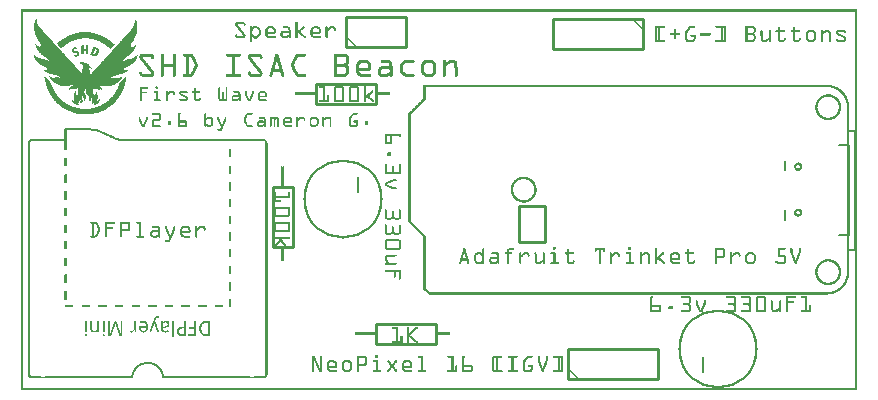
<source format=gto>
G04 MADE WITH FRITZING*
G04 WWW.FRITZING.ORG*
G04 DOUBLE SIDED*
G04 HOLES PLATED*
G04 CONTOUR ON CENTER OF CONTOUR VECTOR*
%ASAXBY*%
%FSLAX23Y23*%
%MOIN*%
%OFA0B0*%
%SFA1.0B1.0*%
%ADD10C,0.263906X0.247906*%
%ADD11C,0.008000*%
%ADD12C,0.010000*%
%ADD13C,0.005000*%
%ADD14R,0.001000X0.001000*%
%LNSILK1*%
G90*
G70*
G54D10*
X2323Y139D03*
X1073Y639D03*
G54D11*
X2273Y114D02*
X2273Y64D01*
D02*
X1123Y664D02*
X1123Y714D01*
G54D12*
D02*
X1746Y615D02*
X1661Y615D01*
D02*
X1661Y615D02*
X1661Y495D01*
D02*
X1661Y495D02*
X1746Y495D01*
D02*
X1746Y495D02*
X1746Y615D01*
G54D13*
D02*
X2548Y571D02*
X2548Y603D01*
D02*
X2548Y736D02*
X2548Y768D01*
D02*
X2725Y520D02*
X2760Y520D01*
D02*
X2760Y520D02*
X2760Y819D01*
D02*
X2760Y819D02*
X2725Y819D01*
G54D11*
D02*
X2780Y868D02*
X2780Y471D01*
D02*
X2761Y868D02*
X2780Y868D01*
D02*
X2761Y471D02*
X2780Y471D01*
G54D12*
D02*
X982Y1022D02*
X1182Y1022D01*
D02*
X1182Y1022D02*
X1182Y956D01*
D02*
X1182Y956D02*
X982Y956D01*
D02*
X982Y956D02*
X982Y1022D01*
D02*
X1182Y222D02*
X1382Y222D01*
D02*
X1382Y222D02*
X1382Y156D01*
D02*
X1382Y156D02*
X1182Y156D01*
D02*
X1182Y156D02*
X1182Y222D01*
D02*
X906Y680D02*
X906Y480D01*
D02*
X906Y480D02*
X840Y480D01*
D02*
X840Y480D02*
X840Y680D01*
D02*
X840Y680D02*
X906Y680D01*
D02*
X2073Y1239D02*
X1773Y1239D01*
D02*
X1773Y1239D02*
X1773Y1139D01*
D02*
X1773Y1139D02*
X2073Y1139D01*
D02*
X2073Y1139D02*
X2073Y1239D01*
D02*
X1082Y1148D02*
X1282Y1148D01*
D02*
X1282Y1148D02*
X1282Y1248D01*
D02*
X1282Y1248D02*
X1082Y1248D01*
D02*
X1082Y1248D02*
X1082Y1148D01*
D02*
X1823Y39D02*
X2123Y39D01*
D02*
X2123Y39D02*
X2123Y139D01*
D02*
X2123Y139D02*
X1823Y139D01*
D02*
X1823Y139D02*
X1823Y39D01*
G36*
X212Y1196D02*
X212Y1196D01*
X217Y1196D01*
X217Y1196D01*
X212Y1196D01*
G37*
D02*
G36*
X204Y1196D02*
X204Y1195D01*
X218Y1195D01*
X218Y1196D01*
X204Y1196D01*
G37*
D02*
G36*
X220Y1196D02*
X220Y1195D01*
X224Y1195D01*
X224Y1196D01*
X220Y1196D01*
G37*
D02*
G36*
X201Y1195D02*
X201Y1195D01*
X230Y1195D01*
X230Y1195D01*
X201Y1195D01*
G37*
D02*
G36*
X201Y1195D02*
X201Y1195D01*
X230Y1195D01*
X230Y1195D01*
X201Y1195D01*
G37*
D02*
G36*
X197Y1195D02*
X197Y1195D01*
X194Y1195D01*
X194Y1194D01*
X193Y1194D01*
X193Y1194D01*
X192Y1194D01*
X192Y1194D01*
X189Y1194D01*
X189Y1193D01*
X188Y1193D01*
X188Y1193D01*
X187Y1193D01*
X187Y1193D01*
X184Y1193D01*
X184Y1192D01*
X182Y1192D01*
X182Y1192D01*
X181Y1192D01*
X181Y1191D01*
X180Y1191D01*
X180Y1191D01*
X178Y1191D01*
X178Y1191D01*
X177Y1191D01*
X177Y1190D01*
X176Y1190D01*
X176Y1190D01*
X175Y1190D01*
X175Y1190D01*
X173Y1190D01*
X173Y1189D01*
X173Y1189D01*
X173Y1189D01*
X172Y1189D01*
X172Y1189D01*
X171Y1189D01*
X171Y1188D01*
X170Y1188D01*
X170Y1188D01*
X170Y1188D01*
X170Y1187D01*
X169Y1187D01*
X169Y1187D01*
X168Y1187D01*
X168Y1187D01*
X166Y1187D01*
X166Y1186D01*
X165Y1186D01*
X165Y1186D01*
X165Y1186D01*
X165Y1186D01*
X164Y1186D01*
X164Y1185D01*
X164Y1185D01*
X164Y1185D01*
X162Y1185D01*
X162Y1185D01*
X161Y1185D01*
X161Y1184D01*
X161Y1184D01*
X161Y1184D01*
X160Y1184D01*
X160Y1183D01*
X158Y1183D01*
X158Y1183D01*
X157Y1183D01*
X157Y1183D01*
X156Y1183D01*
X156Y1182D01*
X155Y1182D01*
X155Y1182D01*
X154Y1182D01*
X154Y1182D01*
X154Y1182D01*
X154Y1181D01*
X154Y1181D01*
X154Y1181D01*
X153Y1181D01*
X153Y1181D01*
X153Y1181D01*
X153Y1180D01*
X152Y1180D01*
X152Y1180D01*
X152Y1180D01*
X152Y1179D01*
X150Y1179D01*
X150Y1179D01*
X150Y1179D01*
X150Y1179D01*
X149Y1179D01*
X149Y1178D01*
X148Y1178D01*
X148Y1178D01*
X147Y1178D01*
X147Y1178D01*
X147Y1178D01*
X147Y1177D01*
X146Y1177D01*
X146Y1177D01*
X146Y1177D01*
X146Y1177D01*
X145Y1177D01*
X145Y1176D01*
X145Y1176D01*
X145Y1176D01*
X144Y1176D01*
X144Y1175D01*
X143Y1175D01*
X143Y1175D01*
X222Y1175D01*
X222Y1175D01*
X226Y1175D01*
X226Y1174D01*
X228Y1174D01*
X228Y1174D01*
X231Y1174D01*
X231Y1174D01*
X234Y1174D01*
X234Y1173D01*
X236Y1173D01*
X236Y1173D01*
X238Y1173D01*
X238Y1173D01*
X239Y1173D01*
X239Y1172D01*
X240Y1172D01*
X240Y1172D01*
X242Y1172D01*
X242Y1171D01*
X243Y1171D01*
X243Y1171D01*
X245Y1171D01*
X245Y1171D01*
X246Y1171D01*
X246Y1170D01*
X247Y1170D01*
X247Y1170D01*
X248Y1170D01*
X248Y1170D01*
X249Y1170D01*
X249Y1169D01*
X250Y1169D01*
X250Y1169D01*
X251Y1169D01*
X251Y1169D01*
X252Y1169D01*
X252Y1168D01*
X253Y1168D01*
X253Y1168D01*
X254Y1168D01*
X254Y1167D01*
X255Y1167D01*
X255Y1167D01*
X257Y1167D01*
X257Y1167D01*
X257Y1167D01*
X257Y1166D01*
X258Y1166D01*
X258Y1166D01*
X259Y1166D01*
X259Y1166D01*
X260Y1166D01*
X260Y1165D01*
X261Y1165D01*
X261Y1165D01*
X261Y1165D01*
X261Y1165D01*
X262Y1165D01*
X262Y1164D01*
X262Y1164D01*
X262Y1164D01*
X263Y1164D01*
X263Y1163D01*
X263Y1163D01*
X263Y1163D01*
X264Y1163D01*
X264Y1163D01*
X266Y1163D01*
X266Y1162D01*
X267Y1162D01*
X267Y1162D01*
X267Y1162D01*
X267Y1162D01*
X268Y1162D01*
X268Y1161D01*
X269Y1161D01*
X269Y1161D01*
X269Y1161D01*
X269Y1161D01*
X270Y1161D01*
X270Y1160D01*
X270Y1160D01*
X270Y1160D01*
X271Y1160D01*
X271Y1159D01*
X272Y1159D01*
X272Y1159D01*
X272Y1159D01*
X272Y1159D01*
X273Y1159D01*
X273Y1158D01*
X274Y1158D01*
X274Y1158D01*
X274Y1158D01*
X274Y1158D01*
X275Y1158D01*
X275Y1157D01*
X276Y1157D01*
X276Y1157D01*
X276Y1157D01*
X276Y1156D01*
X277Y1156D01*
X277Y1156D01*
X277Y1156D01*
X277Y1156D01*
X278Y1156D01*
X278Y1155D01*
X279Y1155D01*
X279Y1155D01*
X279Y1155D01*
X279Y1154D01*
X280Y1154D01*
X280Y1154D01*
X280Y1154D01*
X280Y1154D01*
X281Y1154D01*
X281Y1153D01*
X281Y1153D01*
X281Y1153D01*
X282Y1153D01*
X282Y1152D01*
X282Y1152D01*
X282Y1152D01*
X283Y1152D01*
X283Y1152D01*
X283Y1152D01*
X283Y1151D01*
X284Y1151D01*
X284Y1151D01*
X285Y1151D01*
X285Y1151D01*
X285Y1151D01*
X285Y1150D01*
X285Y1150D01*
X285Y1150D01*
X286Y1150D01*
X286Y1150D01*
X286Y1150D01*
X286Y1149D01*
X287Y1149D01*
X287Y1149D01*
X287Y1149D01*
X287Y1148D01*
X287Y1148D01*
X287Y1148D01*
X288Y1148D01*
X288Y1148D01*
X289Y1148D01*
X289Y1147D01*
X289Y1147D01*
X289Y1147D01*
X290Y1147D01*
X290Y1147D01*
X290Y1147D01*
X290Y1146D01*
X291Y1146D01*
X291Y1146D01*
X291Y1146D01*
X291Y1146D01*
X292Y1146D01*
X292Y1145D01*
X292Y1145D01*
X292Y1145D01*
X293Y1145D01*
X293Y1144D01*
X293Y1144D01*
X293Y1144D01*
X293Y1144D01*
X293Y1144D01*
X294Y1144D01*
X294Y1143D01*
X294Y1143D01*
X294Y1143D01*
X295Y1143D01*
X295Y1143D01*
X295Y1143D01*
X295Y1142D01*
X296Y1142D01*
X296Y1142D01*
X296Y1142D01*
X296Y1142D01*
X297Y1142D01*
X297Y1141D01*
X297Y1141D01*
X297Y1141D01*
X297Y1141D01*
X297Y1140D01*
X298Y1140D01*
X298Y1140D01*
X299Y1140D01*
X299Y1139D01*
X299Y1139D01*
X299Y1140D01*
X300Y1140D01*
X300Y1141D01*
X301Y1141D01*
X301Y1141D01*
X301Y1141D01*
X301Y1142D01*
X301Y1142D01*
X301Y1142D01*
X302Y1142D01*
X302Y1142D01*
X302Y1142D01*
X302Y1143D01*
X303Y1143D01*
X303Y1144D01*
X303Y1144D01*
X303Y1144D01*
X304Y1144D01*
X304Y1145D01*
X304Y1145D01*
X304Y1145D01*
X305Y1145D01*
X305Y1146D01*
X305Y1146D01*
X305Y1146D01*
X305Y1146D01*
X305Y1146D01*
X306Y1146D01*
X306Y1147D01*
X306Y1147D01*
X306Y1147D01*
X306Y1147D01*
X306Y1148D01*
X307Y1148D01*
X307Y1148D01*
X307Y1148D01*
X307Y1148D01*
X308Y1148D01*
X308Y1149D01*
X308Y1149D01*
X308Y1149D01*
X308Y1149D01*
X308Y1150D01*
X309Y1150D01*
X309Y1150D01*
X309Y1150D01*
X309Y1151D01*
X309Y1151D01*
X309Y1151D01*
X310Y1151D01*
X310Y1151D01*
X310Y1151D01*
X310Y1152D01*
X311Y1152D01*
X311Y1152D01*
X311Y1152D01*
X311Y1152D01*
X312Y1152D01*
X312Y1153D01*
X312Y1153D01*
X312Y1155D01*
X312Y1155D01*
X312Y1155D01*
X311Y1155D01*
X311Y1156D01*
X310Y1156D01*
X310Y1156D01*
X310Y1156D01*
X310Y1156D01*
X310Y1156D01*
X310Y1157D01*
X309Y1157D01*
X309Y1157D01*
X309Y1157D01*
X309Y1158D01*
X308Y1158D01*
X308Y1158D01*
X308Y1158D01*
X308Y1158D01*
X308Y1158D01*
X308Y1159D01*
X307Y1159D01*
X307Y1159D01*
X306Y1159D01*
X306Y1160D01*
X306Y1160D01*
X306Y1160D01*
X305Y1160D01*
X305Y1161D01*
X305Y1161D01*
X305Y1161D01*
X304Y1161D01*
X304Y1161D01*
X304Y1161D01*
X304Y1162D01*
X304Y1162D01*
X304Y1162D01*
X303Y1162D01*
X303Y1163D01*
X302Y1163D01*
X302Y1163D01*
X302Y1163D01*
X302Y1163D01*
X301Y1163D01*
X301Y1164D01*
X301Y1164D01*
X301Y1164D01*
X301Y1164D01*
X301Y1165D01*
X300Y1165D01*
X300Y1165D01*
X300Y1165D01*
X300Y1165D01*
X299Y1165D01*
X299Y1166D01*
X299Y1166D01*
X299Y1166D01*
X298Y1166D01*
X298Y1166D01*
X298Y1166D01*
X298Y1167D01*
X298Y1167D01*
X298Y1167D01*
X297Y1167D01*
X297Y1167D01*
X297Y1167D01*
X297Y1168D01*
X296Y1168D01*
X296Y1168D01*
X295Y1168D01*
X295Y1169D01*
X294Y1169D01*
X294Y1169D01*
X294Y1169D01*
X294Y1169D01*
X294Y1169D01*
X294Y1170D01*
X293Y1170D01*
X293Y1170D01*
X293Y1170D01*
X293Y1170D01*
X292Y1170D01*
X292Y1171D01*
X291Y1171D01*
X291Y1171D01*
X291Y1171D01*
X291Y1171D01*
X290Y1171D01*
X290Y1172D01*
X290Y1172D01*
X290Y1172D01*
X289Y1172D01*
X289Y1173D01*
X289Y1173D01*
X289Y1173D01*
X288Y1173D01*
X288Y1173D01*
X287Y1173D01*
X287Y1174D01*
X286Y1174D01*
X286Y1174D01*
X286Y1174D01*
X286Y1175D01*
X285Y1175D01*
X285Y1175D01*
X285Y1175D01*
X285Y1175D01*
X284Y1175D01*
X284Y1176D01*
X283Y1176D01*
X283Y1176D01*
X283Y1176D01*
X283Y1177D01*
X283Y1177D01*
X283Y1177D01*
X282Y1177D01*
X282Y1177D01*
X281Y1177D01*
X281Y1178D01*
X280Y1178D01*
X280Y1178D01*
X279Y1178D01*
X279Y1178D01*
X279Y1178D01*
X279Y1179D01*
X278Y1179D01*
X278Y1179D01*
X278Y1179D01*
X278Y1179D01*
X277Y1179D01*
X277Y1180D01*
X276Y1180D01*
X276Y1180D01*
X276Y1180D01*
X276Y1181D01*
X275Y1181D01*
X275Y1181D01*
X274Y1181D01*
X274Y1181D01*
X273Y1181D01*
X273Y1182D01*
X273Y1182D01*
X273Y1182D01*
X272Y1182D01*
X272Y1182D01*
X271Y1182D01*
X271Y1183D01*
X270Y1183D01*
X270Y1183D01*
X269Y1183D01*
X269Y1183D01*
X268Y1183D01*
X268Y1184D01*
X267Y1184D01*
X267Y1184D01*
X267Y1184D01*
X267Y1185D01*
X266Y1185D01*
X266Y1185D01*
X266Y1185D01*
X266Y1186D01*
X265Y1186D01*
X265Y1186D01*
X264Y1186D01*
X264Y1186D01*
X263Y1186D01*
X263Y1187D01*
X262Y1187D01*
X262Y1187D01*
X261Y1187D01*
X261Y1187D01*
X259Y1187D01*
X259Y1188D01*
X258Y1188D01*
X258Y1188D01*
X257Y1188D01*
X257Y1189D01*
X256Y1189D01*
X256Y1189D01*
X255Y1189D01*
X255Y1189D01*
X254Y1189D01*
X254Y1190D01*
X252Y1190D01*
X252Y1190D01*
X252Y1190D01*
X252Y1190D01*
X251Y1190D01*
X251Y1191D01*
X250Y1191D01*
X250Y1191D01*
X249Y1191D01*
X249Y1191D01*
X248Y1191D01*
X248Y1192D01*
X247Y1192D01*
X247Y1192D01*
X245Y1192D01*
X245Y1193D01*
X243Y1193D01*
X243Y1193D01*
X242Y1193D01*
X242Y1193D01*
X239Y1193D01*
X239Y1194D01*
X238Y1194D01*
X238Y1194D01*
X236Y1194D01*
X236Y1194D01*
X234Y1194D01*
X234Y1195D01*
X232Y1195D01*
X232Y1195D01*
X197Y1195D01*
G37*
D02*
G36*
X142Y1175D02*
X142Y1175D01*
X142Y1175D01*
X142Y1174D01*
X141Y1174D01*
X141Y1174D01*
X140Y1174D01*
X140Y1173D01*
X139Y1173D01*
X139Y1172D01*
X139Y1172D01*
X139Y1172D01*
X138Y1172D01*
X138Y1171D01*
X137Y1171D01*
X137Y1171D01*
X137Y1171D01*
X137Y1171D01*
X136Y1171D01*
X136Y1170D01*
X136Y1170D01*
X136Y1170D01*
X135Y1170D01*
X135Y1170D01*
X135Y1170D01*
X135Y1169D01*
X134Y1169D01*
X134Y1169D01*
X134Y1169D01*
X134Y1169D01*
X133Y1169D01*
X133Y1168D01*
X133Y1168D01*
X133Y1168D01*
X132Y1168D01*
X132Y1167D01*
X131Y1167D01*
X131Y1167D01*
X131Y1167D01*
X131Y1166D01*
X130Y1166D01*
X130Y1166D01*
X130Y1166D01*
X130Y1166D01*
X129Y1166D01*
X129Y1165D01*
X129Y1165D01*
X129Y1165D01*
X128Y1165D01*
X128Y1165D01*
X128Y1165D01*
X128Y1164D01*
X127Y1164D01*
X127Y1164D01*
X127Y1164D01*
X127Y1163D01*
X126Y1163D01*
X126Y1163D01*
X126Y1163D01*
X126Y1163D01*
X125Y1163D01*
X125Y1162D01*
X124Y1162D01*
X124Y1162D01*
X124Y1162D01*
X124Y1161D01*
X123Y1161D01*
X123Y1161D01*
X123Y1161D01*
X123Y1161D01*
X123Y1161D01*
X123Y1160D01*
X122Y1160D01*
X122Y1160D01*
X122Y1160D01*
X122Y1159D01*
X122Y1159D01*
X122Y1159D01*
X121Y1159D01*
X121Y1159D01*
X121Y1159D01*
X121Y1158D01*
X120Y1158D01*
X120Y1156D01*
X121Y1156D01*
X121Y1155D01*
X122Y1155D01*
X122Y1155D01*
X122Y1155D01*
X122Y1154D01*
X122Y1154D01*
X122Y1154D01*
X123Y1154D01*
X123Y1153D01*
X123Y1153D01*
X123Y1152D01*
X123Y1152D01*
X123Y1152D01*
X124Y1152D01*
X124Y1152D01*
X124Y1152D01*
X124Y1151D01*
X125Y1151D01*
X125Y1151D01*
X125Y1151D01*
X125Y1151D01*
X125Y1151D01*
X125Y1150D01*
X126Y1150D01*
X126Y1150D01*
X126Y1150D01*
X126Y1150D01*
X126Y1150D01*
X126Y1149D01*
X127Y1149D01*
X127Y1148D01*
X127Y1148D01*
X127Y1148D01*
X128Y1148D01*
X128Y1148D01*
X128Y1148D01*
X128Y1147D01*
X129Y1147D01*
X129Y1147D01*
X129Y1147D01*
X129Y1147D01*
X129Y1147D01*
X129Y1146D01*
X130Y1146D01*
X130Y1146D01*
X130Y1146D01*
X130Y1145D01*
X130Y1145D01*
X130Y1145D01*
X131Y1145D01*
X131Y1144D01*
X131Y1144D01*
X131Y1144D01*
X131Y1144D01*
X131Y1143D01*
X132Y1143D01*
X132Y1142D01*
X134Y1142D01*
X134Y1143D01*
X135Y1143D01*
X135Y1143D01*
X135Y1143D01*
X135Y1144D01*
X136Y1144D01*
X136Y1144D01*
X136Y1144D01*
X136Y1144D01*
X137Y1144D01*
X137Y1145D01*
X137Y1145D01*
X137Y1145D01*
X138Y1145D01*
X138Y1146D01*
X138Y1146D01*
X138Y1146D01*
X139Y1146D01*
X139Y1146D01*
X139Y1146D01*
X139Y1147D01*
X139Y1147D01*
X139Y1147D01*
X140Y1147D01*
X140Y1148D01*
X140Y1148D01*
X140Y1148D01*
X141Y1148D01*
X141Y1148D01*
X142Y1148D01*
X142Y1149D01*
X142Y1149D01*
X142Y1149D01*
X143Y1149D01*
X143Y1150D01*
X143Y1150D01*
X143Y1150D01*
X144Y1150D01*
X144Y1150D01*
X144Y1150D01*
X144Y1151D01*
X145Y1151D01*
X145Y1151D01*
X145Y1151D01*
X145Y1151D01*
X145Y1151D01*
X145Y1152D01*
X146Y1152D01*
X146Y1152D01*
X147Y1152D01*
X147Y1152D01*
X147Y1152D01*
X147Y1153D01*
X147Y1153D01*
X147Y1153D01*
X148Y1153D01*
X148Y1154D01*
X149Y1154D01*
X149Y1154D01*
X149Y1154D01*
X149Y1154D01*
X149Y1154D01*
X149Y1155D01*
X150Y1155D01*
X150Y1155D01*
X150Y1155D01*
X150Y1155D01*
X151Y1155D01*
X151Y1156D01*
X152Y1156D01*
X152Y1156D01*
X153Y1156D01*
X153Y1156D01*
X153Y1156D01*
X153Y1157D01*
X154Y1157D01*
X154Y1157D01*
X155Y1157D01*
X155Y1158D01*
X155Y1158D01*
X155Y1158D01*
X156Y1158D01*
X156Y1158D01*
X156Y1158D01*
X156Y1159D01*
X157Y1159D01*
X157Y1159D01*
X157Y1159D01*
X157Y1159D01*
X158Y1159D01*
X158Y1160D01*
X159Y1160D01*
X159Y1160D01*
X159Y1160D01*
X159Y1161D01*
X160Y1161D01*
X160Y1161D01*
X160Y1161D01*
X160Y1161D01*
X161Y1161D01*
X161Y1162D01*
X162Y1162D01*
X162Y1162D01*
X162Y1162D01*
X162Y1162D01*
X164Y1162D01*
X164Y1163D01*
X164Y1163D01*
X164Y1163D01*
X165Y1163D01*
X165Y1163D01*
X166Y1163D01*
X166Y1164D01*
X167Y1164D01*
X167Y1164D01*
X168Y1164D01*
X168Y1165D01*
X169Y1165D01*
X169Y1165D01*
X169Y1165D01*
X169Y1165D01*
X170Y1165D01*
X170Y1166D01*
X171Y1166D01*
X171Y1166D01*
X172Y1166D01*
X172Y1166D01*
X172Y1166D01*
X172Y1167D01*
X173Y1167D01*
X173Y1167D01*
X174Y1167D01*
X174Y1167D01*
X175Y1167D01*
X175Y1168D01*
X176Y1168D01*
X176Y1168D01*
X178Y1168D01*
X178Y1169D01*
X178Y1169D01*
X178Y1169D01*
X179Y1169D01*
X179Y1169D01*
X180Y1169D01*
X180Y1170D01*
X181Y1170D01*
X181Y1170D01*
X182Y1170D01*
X182Y1170D01*
X184Y1170D01*
X184Y1171D01*
X185Y1171D01*
X185Y1171D01*
X186Y1171D01*
X186Y1171D01*
X187Y1171D01*
X187Y1172D01*
X188Y1172D01*
X188Y1172D01*
X191Y1172D01*
X191Y1173D01*
X192Y1173D01*
X192Y1173D01*
X194Y1173D01*
X194Y1173D01*
X196Y1173D01*
X196Y1174D01*
X199Y1174D01*
X199Y1174D01*
X199Y1174D01*
X199Y1174D01*
X204Y1174D01*
X204Y1175D01*
X208Y1175D01*
X208Y1175D01*
X142Y1175D01*
G37*
D02*
G36*
X202Y1152D02*
X202Y1152D01*
X202Y1152D01*
X202Y1151D01*
X201Y1151D01*
X201Y1141D01*
X209Y1141D01*
X209Y1152D01*
X209Y1152D01*
X209Y1152D01*
X202Y1152D01*
G37*
D02*
G36*
X216Y1152D02*
X216Y1141D01*
X224Y1141D01*
X224Y1152D01*
X216Y1152D01*
G37*
D02*
G36*
X201Y1141D02*
X201Y1140D01*
X224Y1140D01*
X224Y1141D01*
X201Y1141D01*
G37*
D02*
G36*
X201Y1141D02*
X201Y1140D01*
X224Y1140D01*
X224Y1141D01*
X201Y1141D01*
G37*
D02*
G36*
X201Y1140D02*
X201Y1134D01*
X216Y1134D01*
X216Y1123D01*
X216Y1123D01*
X216Y1122D01*
X224Y1122D01*
X224Y1123D01*
X224Y1123D01*
X224Y1140D01*
X201Y1140D01*
G37*
D02*
G36*
X201Y1134D02*
X201Y1123D01*
X202Y1123D01*
X202Y1123D01*
X209Y1123D01*
X209Y1134D01*
X201Y1134D01*
G37*
D02*
G36*
X243Y1148D02*
X243Y1148D01*
X242Y1148D01*
X242Y1147D01*
X242Y1147D01*
X242Y1146D01*
X242Y1146D01*
X242Y1145D01*
X241Y1145D01*
X241Y1144D01*
X241Y1144D01*
X241Y1143D01*
X240Y1143D01*
X240Y1143D01*
X240Y1143D01*
X240Y1142D01*
X240Y1142D01*
X240Y1141D01*
X239Y1141D01*
X239Y1140D01*
X239Y1140D01*
X239Y1140D01*
X248Y1140D01*
X248Y1139D01*
X249Y1139D01*
X249Y1139D01*
X250Y1139D01*
X250Y1139D01*
X251Y1139D01*
X251Y1138D01*
X251Y1138D01*
X251Y1138D01*
X251Y1138D01*
X251Y1137D01*
X252Y1137D01*
X252Y1132D01*
X251Y1132D01*
X251Y1131D01*
X251Y1131D01*
X251Y1130D01*
X251Y1130D01*
X251Y1130D01*
X250Y1130D01*
X250Y1128D01*
X250Y1128D01*
X250Y1128D01*
X250Y1128D01*
X250Y1127D01*
X249Y1127D01*
X249Y1126D01*
X249Y1126D01*
X249Y1126D01*
X248Y1126D01*
X248Y1125D01*
X248Y1125D01*
X248Y1124D01*
X248Y1124D01*
X248Y1124D01*
X247Y1124D01*
X247Y1124D01*
X247Y1124D01*
X247Y1123D01*
X247Y1123D01*
X247Y1123D01*
X246Y1123D01*
X246Y1123D01*
X246Y1123D01*
X246Y1122D01*
X244Y1122D01*
X244Y1122D01*
X256Y1122D01*
X256Y1123D01*
X256Y1123D01*
X256Y1123D01*
X256Y1123D01*
X256Y1124D01*
X257Y1124D01*
X257Y1124D01*
X257Y1124D01*
X257Y1125D01*
X258Y1125D01*
X258Y1126D01*
X258Y1126D01*
X258Y1127D01*
X258Y1127D01*
X258Y1127D01*
X259Y1127D01*
X259Y1128D01*
X259Y1128D01*
X259Y1129D01*
X259Y1129D01*
X259Y1130D01*
X260Y1130D01*
X260Y1131D01*
X260Y1131D01*
X260Y1133D01*
X261Y1133D01*
X261Y1135D01*
X260Y1135D01*
X260Y1137D01*
X260Y1137D01*
X260Y1138D01*
X259Y1138D01*
X259Y1139D01*
X259Y1139D01*
X259Y1140D01*
X259Y1140D01*
X259Y1140D01*
X258Y1140D01*
X258Y1141D01*
X258Y1141D01*
X258Y1141D01*
X258Y1141D01*
X258Y1142D01*
X257Y1142D01*
X257Y1142D01*
X257Y1142D01*
X257Y1142D01*
X256Y1142D01*
X256Y1143D01*
X256Y1143D01*
X256Y1143D01*
X255Y1143D01*
X255Y1143D01*
X254Y1143D01*
X254Y1144D01*
X253Y1144D01*
X253Y1144D01*
X252Y1144D01*
X252Y1144D01*
X251Y1144D01*
X251Y1145D01*
X251Y1145D01*
X251Y1145D01*
X250Y1145D01*
X250Y1146D01*
X249Y1146D01*
X249Y1146D01*
X248Y1146D01*
X248Y1146D01*
X247Y1146D01*
X247Y1147D01*
X246Y1147D01*
X246Y1147D01*
X246Y1147D01*
X246Y1147D01*
X245Y1147D01*
X245Y1148D01*
X244Y1148D01*
X244Y1148D01*
X243Y1148D01*
G37*
D02*
G36*
X239Y1140D02*
X239Y1139D01*
X239Y1139D01*
X239Y1139D01*
X238Y1139D01*
X238Y1138D01*
X238Y1138D01*
X238Y1137D01*
X238Y1137D01*
X238Y1136D01*
X237Y1136D01*
X237Y1135D01*
X237Y1135D01*
X237Y1135D01*
X236Y1135D01*
X236Y1134D01*
X236Y1134D01*
X236Y1133D01*
X236Y1133D01*
X236Y1132D01*
X235Y1132D01*
X235Y1131D01*
X235Y1131D01*
X235Y1130D01*
X235Y1130D01*
X235Y1130D01*
X234Y1130D01*
X234Y1129D01*
X234Y1129D01*
X234Y1128D01*
X234Y1128D01*
X234Y1127D01*
X233Y1127D01*
X233Y1126D01*
X233Y1126D01*
X233Y1126D01*
X232Y1126D01*
X232Y1125D01*
X232Y1125D01*
X232Y1124D01*
X232Y1124D01*
X232Y1123D01*
X231Y1123D01*
X231Y1122D01*
X231Y1122D01*
X231Y1122D01*
X243Y1122D01*
X243Y1122D01*
X242Y1122D01*
X242Y1123D01*
X241Y1123D01*
X241Y1123D01*
X241Y1123D01*
X241Y1124D01*
X241Y1124D01*
X241Y1125D01*
X242Y1125D01*
X242Y1126D01*
X242Y1126D01*
X242Y1126D01*
X242Y1126D01*
X242Y1127D01*
X243Y1127D01*
X243Y1128D01*
X243Y1128D01*
X243Y1129D01*
X243Y1129D01*
X243Y1130D01*
X244Y1130D01*
X244Y1131D01*
X244Y1131D01*
X244Y1131D01*
X244Y1131D01*
X244Y1132D01*
X245Y1132D01*
X245Y1133D01*
X245Y1133D01*
X245Y1134D01*
X246Y1134D01*
X246Y1135D01*
X246Y1135D01*
X246Y1135D01*
X246Y1135D01*
X246Y1136D01*
X247Y1136D01*
X247Y1137D01*
X247Y1137D01*
X247Y1138D01*
X247Y1138D01*
X247Y1139D01*
X248Y1139D01*
X248Y1139D01*
X248Y1139D01*
X248Y1140D01*
X239Y1140D01*
G37*
D02*
G36*
X231Y1122D02*
X231Y1121D01*
X255Y1121D01*
X255Y1122D01*
X231Y1122D01*
G37*
D02*
G36*
X231Y1122D02*
X231Y1121D01*
X255Y1121D01*
X255Y1122D01*
X231Y1122D01*
G37*
D02*
G36*
X231Y1121D02*
X231Y1121D01*
X232Y1121D01*
X232Y1120D01*
X233Y1120D01*
X233Y1120D01*
X234Y1120D01*
X234Y1120D01*
X235Y1120D01*
X235Y1119D01*
X236Y1119D01*
X236Y1119D01*
X237Y1119D01*
X237Y1119D01*
X238Y1119D01*
X238Y1118D01*
X239Y1118D01*
X239Y1118D01*
X239Y1118D01*
X239Y1117D01*
X240Y1117D01*
X240Y1117D01*
X241Y1117D01*
X241Y1117D01*
X242Y1117D01*
X242Y1116D01*
X243Y1116D01*
X243Y1116D01*
X244Y1116D01*
X244Y1116D01*
X248Y1116D01*
X248Y1116D01*
X250Y1116D01*
X250Y1116D01*
X250Y1116D01*
X250Y1117D01*
X251Y1117D01*
X251Y1117D01*
X251Y1117D01*
X251Y1117D01*
X252Y1117D01*
X252Y1118D01*
X252Y1118D01*
X252Y1118D01*
X253Y1118D01*
X253Y1119D01*
X253Y1119D01*
X253Y1119D01*
X254Y1119D01*
X254Y1119D01*
X254Y1119D01*
X254Y1120D01*
X254Y1120D01*
X254Y1120D01*
X255Y1120D01*
X255Y1121D01*
X255Y1121D01*
X255Y1121D01*
X231Y1121D01*
G37*
D02*
G36*
X182Y1146D02*
X182Y1146D01*
X181Y1146D01*
X181Y1146D01*
X180Y1146D01*
X180Y1145D01*
X179Y1145D01*
X179Y1145D01*
X178Y1145D01*
X178Y1144D01*
X177Y1144D01*
X177Y1144D01*
X176Y1144D01*
X176Y1144D01*
X175Y1144D01*
X175Y1143D01*
X174Y1143D01*
X174Y1143D01*
X173Y1143D01*
X173Y1143D01*
X173Y1143D01*
X173Y1142D01*
X172Y1142D01*
X172Y1142D01*
X172Y1142D01*
X172Y1142D01*
X172Y1142D01*
X172Y1141D01*
X171Y1141D01*
X171Y1140D01*
X171Y1140D01*
X171Y1140D01*
X170Y1140D01*
X170Y1139D01*
X170Y1139D01*
X170Y1137D01*
X170Y1137D01*
X170Y1135D01*
X170Y1135D01*
X170Y1134D01*
X180Y1134D01*
X180Y1134D01*
X178Y1134D01*
X178Y1135D01*
X178Y1135D01*
X178Y1135D01*
X177Y1135D01*
X177Y1135D01*
X177Y1135D01*
X177Y1137D01*
X177Y1137D01*
X177Y1138D01*
X178Y1138D01*
X178Y1138D01*
X178Y1138D01*
X178Y1139D01*
X179Y1139D01*
X179Y1139D01*
X179Y1139D01*
X179Y1139D01*
X180Y1139D01*
X180Y1140D01*
X181Y1140D01*
X181Y1140D01*
X184Y1140D01*
X184Y1140D01*
X185Y1140D01*
X185Y1141D01*
X185Y1141D01*
X185Y1142D01*
X185Y1142D01*
X185Y1142D01*
X185Y1142D01*
X185Y1143D01*
X184Y1143D01*
X184Y1144D01*
X184Y1144D01*
X184Y1145D01*
X184Y1145D01*
X184Y1146D01*
X183Y1146D01*
X183Y1146D01*
X182Y1146D01*
G37*
D02*
G36*
X184Y1134D02*
X184Y1134D01*
X187Y1134D01*
X187Y1134D01*
X184Y1134D01*
G37*
D02*
G36*
X170Y1134D02*
X170Y1134D01*
X188Y1134D01*
X188Y1134D01*
X170Y1134D01*
G37*
D02*
G36*
X170Y1134D02*
X170Y1134D01*
X188Y1134D01*
X188Y1134D01*
X170Y1134D01*
G37*
D02*
G36*
X170Y1134D02*
X170Y1132D01*
X170Y1132D01*
X170Y1131D01*
X171Y1131D01*
X171Y1131D01*
X171Y1131D01*
X171Y1130D01*
X172Y1130D01*
X172Y1130D01*
X172Y1130D01*
X172Y1129D01*
X172Y1129D01*
X172Y1128D01*
X173Y1128D01*
X173Y1128D01*
X173Y1128D01*
X173Y1128D01*
X174Y1128D01*
X174Y1127D01*
X174Y1127D01*
X174Y1127D01*
X176Y1127D01*
X176Y1127D01*
X177Y1127D01*
X177Y1126D01*
X185Y1126D01*
X185Y1126D01*
X186Y1126D01*
X186Y1125D01*
X187Y1125D01*
X187Y1124D01*
X187Y1124D01*
X187Y1124D01*
X187Y1124D01*
X187Y1123D01*
X186Y1123D01*
X186Y1123D01*
X186Y1123D01*
X186Y1122D01*
X185Y1122D01*
X185Y1122D01*
X185Y1122D01*
X185Y1121D01*
X184Y1121D01*
X184Y1121D01*
X183Y1121D01*
X183Y1121D01*
X182Y1121D01*
X182Y1120D01*
X181Y1120D01*
X181Y1120D01*
X180Y1120D01*
X180Y1120D01*
X178Y1120D01*
X178Y1119D01*
X177Y1119D01*
X177Y1119D01*
X177Y1119D01*
X177Y1118D01*
X177Y1118D01*
X177Y1117D01*
X177Y1117D01*
X177Y1117D01*
X178Y1117D01*
X178Y1116D01*
X178Y1116D01*
X178Y1115D01*
X178Y1115D01*
X178Y1115D01*
X179Y1115D01*
X179Y1114D01*
X179Y1114D01*
X179Y1113D01*
X181Y1113D01*
X181Y1114D01*
X183Y1114D01*
X183Y1114D01*
X185Y1114D01*
X185Y1115D01*
X186Y1115D01*
X186Y1115D01*
X187Y1115D01*
X187Y1115D01*
X188Y1115D01*
X188Y1116D01*
X188Y1116D01*
X188Y1116D01*
X189Y1116D01*
X189Y1116D01*
X190Y1116D01*
X190Y1117D01*
X190Y1117D01*
X190Y1117D01*
X191Y1117D01*
X191Y1117D01*
X191Y1117D01*
X191Y1118D01*
X192Y1118D01*
X192Y1118D01*
X192Y1118D01*
X192Y1119D01*
X192Y1119D01*
X192Y1119D01*
X193Y1119D01*
X193Y1120D01*
X193Y1120D01*
X193Y1121D01*
X193Y1121D01*
X193Y1123D01*
X194Y1123D01*
X194Y1128D01*
X193Y1128D01*
X193Y1129D01*
X193Y1129D01*
X193Y1130D01*
X193Y1130D01*
X193Y1130D01*
X192Y1130D01*
X192Y1131D01*
X192Y1131D01*
X192Y1131D01*
X192Y1131D01*
X192Y1131D01*
X191Y1131D01*
X191Y1132D01*
X191Y1132D01*
X191Y1132D01*
X191Y1132D01*
X191Y1132D01*
X190Y1132D01*
X190Y1133D01*
X189Y1133D01*
X189Y1133D01*
X189Y1133D01*
X189Y1134D01*
X170Y1134D01*
G37*
D02*
G36*
X179Y1126D02*
X179Y1126D01*
X182Y1126D01*
X182Y1126D01*
X179Y1126D01*
G37*
D02*
G36*
X351Y1049D02*
X351Y1048D01*
X351Y1048D01*
X351Y1049D01*
X351Y1049D01*
G37*
D02*
G36*
X350Y1048D02*
X350Y1048D01*
X350Y1048D01*
X350Y1048D01*
X350Y1048D01*
G37*
D02*
G36*
X78Y1048D02*
X78Y1047D01*
X80Y1047D01*
X80Y1048D01*
X78Y1048D01*
G37*
D02*
G36*
X78Y1047D02*
X78Y1046D01*
X81Y1046D01*
X81Y1046D01*
X80Y1046D01*
X80Y1047D01*
X80Y1047D01*
X80Y1047D01*
X78Y1047D01*
G37*
D02*
G36*
X349Y1047D02*
X349Y1047D01*
X349Y1047D01*
X349Y1047D01*
X348Y1047D01*
X348Y1046D01*
X348Y1046D01*
X348Y1046D01*
X347Y1046D01*
X347Y1046D01*
X347Y1046D01*
X347Y1045D01*
X346Y1045D01*
X346Y1045D01*
X346Y1045D01*
X346Y1044D01*
X345Y1044D01*
X345Y1043D01*
X345Y1043D01*
X345Y1043D01*
X344Y1043D01*
X344Y1043D01*
X344Y1043D01*
X344Y1042D01*
X344Y1042D01*
X344Y1042D01*
X343Y1042D01*
X343Y1042D01*
X343Y1042D01*
X343Y1041D01*
X343Y1041D01*
X343Y1041D01*
X342Y1041D01*
X342Y1041D01*
X341Y1041D01*
X341Y1040D01*
X341Y1040D01*
X341Y1040D01*
X340Y1040D01*
X340Y1039D01*
X340Y1039D01*
X340Y1039D01*
X340Y1039D01*
X340Y1038D01*
X339Y1038D01*
X339Y1038D01*
X339Y1038D01*
X339Y1037D01*
X339Y1037D01*
X339Y1037D01*
X338Y1037D01*
X338Y1037D01*
X337Y1037D01*
X337Y1036D01*
X337Y1036D01*
X337Y1036D01*
X336Y1036D01*
X336Y1035D01*
X336Y1035D01*
X336Y1035D01*
X336Y1035D01*
X336Y1034D01*
X335Y1034D01*
X335Y1034D01*
X335Y1034D01*
X335Y1033D01*
X335Y1033D01*
X335Y1033D01*
X335Y1033D01*
X335Y1033D01*
X334Y1033D01*
X334Y1032D01*
X333Y1032D01*
X333Y1032D01*
X332Y1032D01*
X332Y1031D01*
X332Y1031D01*
X332Y1031D01*
X332Y1031D01*
X332Y1031D01*
X331Y1031D01*
X331Y1030D01*
X331Y1030D01*
X331Y1029D01*
X330Y1029D01*
X330Y1029D01*
X330Y1029D01*
X330Y1029D01*
X329Y1029D01*
X329Y1028D01*
X329Y1028D01*
X329Y1028D01*
X329Y1028D01*
X329Y1026D01*
X328Y1026D01*
X328Y1024D01*
X328Y1024D01*
X328Y1023D01*
X328Y1023D01*
X328Y1023D01*
X327Y1023D01*
X327Y1022D01*
X327Y1022D01*
X327Y1021D01*
X327Y1021D01*
X327Y1021D01*
X327Y1021D01*
X327Y1020D01*
X326Y1020D01*
X326Y1019D01*
X326Y1019D01*
X326Y1019D01*
X326Y1019D01*
X326Y1019D01*
X326Y1019D01*
X326Y1018D01*
X326Y1018D01*
X326Y1017D01*
X325Y1017D01*
X325Y1016D01*
X325Y1016D01*
X325Y1015D01*
X325Y1015D01*
X325Y1015D01*
X324Y1015D01*
X324Y1014D01*
X324Y1014D01*
X324Y1013D01*
X324Y1013D01*
X324Y1012D01*
X323Y1012D01*
X323Y1011D01*
X324Y1011D01*
X324Y1011D01*
X323Y1011D01*
X323Y1011D01*
X323Y1011D01*
X323Y1010D01*
X343Y1010D01*
X343Y1012D01*
X343Y1012D01*
X343Y1013D01*
X344Y1013D01*
X344Y1013D01*
X344Y1013D01*
X344Y1015D01*
X344Y1015D01*
X344Y1015D01*
X345Y1015D01*
X345Y1016D01*
X345Y1016D01*
X345Y1018D01*
X345Y1018D01*
X345Y1018D01*
X346Y1018D01*
X346Y1019D01*
X346Y1019D01*
X346Y1021D01*
X347Y1021D01*
X347Y1021D01*
X347Y1021D01*
X347Y1024D01*
X347Y1024D01*
X347Y1024D01*
X348Y1024D01*
X348Y1025D01*
X348Y1025D01*
X348Y1028D01*
X348Y1028D01*
X348Y1029D01*
X349Y1029D01*
X349Y1029D01*
X349Y1029D01*
X349Y1032D01*
X349Y1032D01*
X349Y1034D01*
X350Y1034D01*
X350Y1036D01*
X350Y1036D01*
X350Y1038D01*
X351Y1038D01*
X351Y1042D01*
X351Y1042D01*
X351Y1047D01*
X350Y1047D01*
X350Y1047D01*
X349Y1047D01*
G37*
D02*
G36*
X81Y1046D02*
X81Y1046D01*
X82Y1046D01*
X82Y1046D01*
X81Y1046D01*
G37*
D02*
G36*
X78Y1046D02*
X78Y1045D01*
X82Y1045D01*
X82Y1046D01*
X78Y1046D01*
G37*
D02*
G36*
X78Y1046D02*
X78Y1045D01*
X82Y1045D01*
X82Y1046D01*
X78Y1046D01*
G37*
D02*
G36*
X78Y1045D02*
X78Y1045D01*
X78Y1045D01*
X78Y1044D01*
X79Y1044D01*
X79Y1043D01*
X79Y1043D01*
X79Y1041D01*
X86Y1041D01*
X86Y1041D01*
X85Y1041D01*
X85Y1042D01*
X85Y1042D01*
X85Y1042D01*
X84Y1042D01*
X84Y1042D01*
X84Y1042D01*
X84Y1043D01*
X84Y1043D01*
X84Y1043D01*
X83Y1043D01*
X83Y1043D01*
X83Y1043D01*
X83Y1044D01*
X83Y1044D01*
X83Y1044D01*
X82Y1044D01*
X82Y1045D01*
X78Y1045D01*
G37*
D02*
G36*
X86Y1041D02*
X86Y1041D01*
X86Y1041D01*
X86Y1041D01*
X86Y1041D01*
G37*
D02*
G36*
X79Y1041D02*
X79Y1041D01*
X87Y1041D01*
X87Y1041D01*
X79Y1041D01*
G37*
D02*
G36*
X79Y1041D02*
X79Y1041D01*
X87Y1041D01*
X87Y1041D01*
X79Y1041D01*
G37*
D02*
G36*
X79Y1041D02*
X79Y1040D01*
X79Y1040D01*
X79Y1039D01*
X80Y1039D01*
X80Y1037D01*
X80Y1037D01*
X80Y1035D01*
X80Y1035D01*
X80Y1032D01*
X81Y1032D01*
X81Y1031D01*
X81Y1031D01*
X81Y1030D01*
X82Y1030D01*
X82Y1028D01*
X82Y1028D01*
X82Y1025D01*
X82Y1025D01*
X82Y1024D01*
X83Y1024D01*
X83Y1023D01*
X83Y1023D01*
X83Y1022D01*
X83Y1022D01*
X83Y1021D01*
X84Y1021D01*
X84Y1021D01*
X83Y1021D01*
X83Y1021D01*
X84Y1021D01*
X84Y1020D01*
X102Y1020D01*
X102Y1021D01*
X101Y1021D01*
X101Y1022D01*
X101Y1022D01*
X101Y1023D01*
X100Y1023D01*
X100Y1025D01*
X100Y1025D01*
X100Y1026D01*
X100Y1026D01*
X100Y1026D01*
X99Y1026D01*
X99Y1027D01*
X99Y1027D01*
X99Y1027D01*
X99Y1027D01*
X99Y1027D01*
X99Y1027D01*
X99Y1028D01*
X98Y1028D01*
X98Y1028D01*
X98Y1028D01*
X98Y1029D01*
X98Y1029D01*
X98Y1029D01*
X97Y1029D01*
X97Y1029D01*
X97Y1029D01*
X97Y1030D01*
X96Y1030D01*
X96Y1030D01*
X96Y1030D01*
X96Y1031D01*
X95Y1031D01*
X95Y1031D01*
X95Y1031D01*
X95Y1031D01*
X95Y1031D01*
X95Y1032D01*
X94Y1032D01*
X94Y1033D01*
X94Y1033D01*
X94Y1033D01*
X93Y1033D01*
X93Y1033D01*
X93Y1033D01*
X93Y1034D01*
X92Y1034D01*
X92Y1034D01*
X92Y1034D01*
X92Y1034D01*
X92Y1034D01*
X92Y1035D01*
X91Y1035D01*
X91Y1035D01*
X91Y1035D01*
X91Y1035D01*
X91Y1035D01*
X91Y1036D01*
X90Y1036D01*
X90Y1036D01*
X90Y1036D01*
X90Y1037D01*
X90Y1037D01*
X90Y1037D01*
X89Y1037D01*
X89Y1038D01*
X89Y1038D01*
X89Y1038D01*
X88Y1038D01*
X88Y1038D01*
X88Y1038D01*
X88Y1039D01*
X88Y1039D01*
X88Y1039D01*
X87Y1039D01*
X87Y1039D01*
X88Y1039D01*
X88Y1040D01*
X87Y1040D01*
X87Y1040D01*
X87Y1040D01*
X87Y1041D01*
X79Y1041D01*
G37*
D02*
G36*
X102Y1021D02*
X102Y1020D01*
X102Y1020D01*
X102Y1021D01*
X102Y1021D01*
G37*
D02*
G36*
X84Y1020D02*
X84Y1020D01*
X102Y1020D01*
X102Y1020D01*
X84Y1020D01*
G37*
D02*
G36*
X84Y1020D02*
X84Y1020D01*
X102Y1020D01*
X102Y1020D01*
X84Y1020D01*
G37*
D02*
G36*
X84Y1020D02*
X84Y1019D01*
X84Y1019D01*
X84Y1018D01*
X85Y1018D01*
X85Y1018D01*
X103Y1018D01*
X103Y1018D01*
X102Y1018D01*
X102Y1019D01*
X102Y1019D01*
X102Y1020D01*
X84Y1020D01*
G37*
D02*
G36*
X103Y1018D02*
X103Y1018D01*
X103Y1018D01*
X103Y1018D01*
X103Y1018D01*
G37*
D02*
G36*
X85Y1018D02*
X85Y1017D01*
X103Y1017D01*
X103Y1018D01*
X85Y1018D01*
G37*
D02*
G36*
X85Y1018D02*
X85Y1017D01*
X103Y1017D01*
X103Y1018D01*
X85Y1018D01*
G37*
D02*
G36*
X85Y1017D02*
X85Y1017D01*
X85Y1017D01*
X85Y1016D01*
X86Y1016D01*
X86Y1013D01*
X86Y1013D01*
X86Y1013D01*
X87Y1013D01*
X87Y1012D01*
X87Y1012D01*
X87Y1011D01*
X87Y1011D01*
X87Y1010D01*
X87Y1010D01*
X87Y1010D01*
X88Y1010D01*
X88Y1010D01*
X88Y1010D01*
X88Y1008D01*
X88Y1008D01*
X88Y1007D01*
X89Y1007D01*
X89Y1007D01*
X88Y1007D01*
X88Y1007D01*
X89Y1007D01*
X89Y1006D01*
X90Y1006D01*
X90Y1004D01*
X90Y1004D01*
X90Y1004D01*
X90Y1004D01*
X90Y1003D01*
X91Y1003D01*
X91Y1003D01*
X91Y1003D01*
X91Y1002D01*
X91Y1002D01*
X91Y1001D01*
X92Y1001D01*
X92Y1000D01*
X91Y1000D01*
X91Y1000D01*
X92Y1000D01*
X92Y999D01*
X92Y999D01*
X92Y998D01*
X92Y998D01*
X92Y998D01*
X93Y998D01*
X93Y997D01*
X93Y997D01*
X93Y997D01*
X94Y997D01*
X94Y996D01*
X94Y996D01*
X94Y995D01*
X94Y995D01*
X94Y994D01*
X95Y994D01*
X95Y993D01*
X95Y993D01*
X95Y992D01*
X95Y992D01*
X95Y992D01*
X96Y992D01*
X96Y991D01*
X96Y991D01*
X96Y990D01*
X96Y990D01*
X96Y990D01*
X97Y990D01*
X97Y989D01*
X97Y989D01*
X97Y988D01*
X98Y988D01*
X98Y988D01*
X98Y988D01*
X98Y987D01*
X99Y987D01*
X99Y987D01*
X120Y987D01*
X120Y987D01*
X121Y987D01*
X121Y987D01*
X120Y987D01*
X120Y987D01*
X120Y987D01*
X120Y988D01*
X119Y988D01*
X119Y988D01*
X119Y988D01*
X119Y989D01*
X118Y989D01*
X118Y989D01*
X118Y989D01*
X118Y990D01*
X117Y990D01*
X117Y990D01*
X117Y990D01*
X117Y991D01*
X116Y991D01*
X116Y991D01*
X117Y991D01*
X117Y992D01*
X116Y992D01*
X116Y993D01*
X115Y993D01*
X115Y993D01*
X115Y993D01*
X115Y994D01*
X115Y994D01*
X115Y994D01*
X114Y994D01*
X114Y995D01*
X114Y995D01*
X114Y995D01*
X114Y995D01*
X114Y996D01*
X113Y996D01*
X113Y997D01*
X113Y997D01*
X113Y998D01*
X113Y998D01*
X113Y998D01*
X113Y998D01*
X113Y998D01*
X113Y998D01*
X113Y999D01*
X112Y999D01*
X112Y999D01*
X112Y999D01*
X112Y1000D01*
X111Y1000D01*
X111Y1001D01*
X111Y1001D01*
X111Y1002D01*
X110Y1002D01*
X110Y1002D01*
X110Y1002D01*
X110Y1002D01*
X110Y1002D01*
X110Y1003D01*
X110Y1003D01*
X110Y1003D01*
X110Y1003D01*
X110Y1004D01*
X110Y1004D01*
X110Y1004D01*
X109Y1004D01*
X109Y1004D01*
X109Y1004D01*
X109Y1005D01*
X108Y1005D01*
X108Y1007D01*
X108Y1007D01*
X108Y1008D01*
X107Y1008D01*
X107Y1009D01*
X107Y1009D01*
X107Y1010D01*
X107Y1010D01*
X107Y1010D01*
X106Y1010D01*
X106Y1010D01*
X106Y1010D01*
X106Y1011D01*
X106Y1011D01*
X106Y1012D01*
X105Y1012D01*
X105Y1013D01*
X105Y1013D01*
X105Y1013D01*
X104Y1013D01*
X104Y1014D01*
X104Y1014D01*
X104Y1014D01*
X104Y1014D01*
X104Y1015D01*
X104Y1015D01*
X104Y1015D01*
X104Y1015D01*
X104Y1017D01*
X103Y1017D01*
X103Y1017D01*
X103Y1017D01*
X103Y1017D01*
X85Y1017D01*
G37*
D02*
G36*
X85Y1016D02*
X85Y1015D01*
X86Y1015D01*
X86Y1016D01*
X85Y1016D01*
G37*
D02*
G36*
X322Y1011D02*
X322Y1010D01*
X323Y1010D01*
X323Y1011D01*
X322Y1011D01*
G37*
D02*
G36*
X322Y1010D02*
X322Y1010D01*
X343Y1010D01*
X343Y1010D01*
X322Y1010D01*
G37*
D02*
G36*
X322Y1010D02*
X322Y1010D01*
X343Y1010D01*
X343Y1010D01*
X322Y1010D01*
G37*
D02*
G36*
X322Y1010D02*
X322Y1009D01*
X322Y1009D01*
X322Y1008D01*
X321Y1008D01*
X321Y1007D01*
X321Y1007D01*
X321Y1007D01*
X321Y1007D01*
X321Y1005D01*
X340Y1005D01*
X340Y1006D01*
X341Y1006D01*
X341Y1006D01*
X341Y1006D01*
X341Y1007D01*
X341Y1007D01*
X341Y1007D01*
X342Y1007D01*
X342Y1009D01*
X342Y1009D01*
X342Y1010D01*
X343Y1010D01*
X343Y1010D01*
X322Y1010D01*
G37*
D02*
G36*
X320Y1006D02*
X320Y1005D01*
X320Y1005D01*
X320Y1006D01*
X320Y1006D01*
G37*
D02*
G36*
X320Y1005D02*
X320Y1005D01*
X340Y1005D01*
X340Y1005D01*
X320Y1005D01*
G37*
D02*
G36*
X320Y1005D02*
X320Y1005D01*
X340Y1005D01*
X340Y1005D01*
X320Y1005D01*
G37*
D02*
G36*
X320Y1005D02*
X320Y1004D01*
X320Y1004D01*
X320Y1004D01*
X319Y1004D01*
X319Y1002D01*
X318Y1002D01*
X318Y1002D01*
X318Y1002D01*
X318Y1001D01*
X318Y1001D01*
X318Y1000D01*
X317Y1000D01*
X317Y1000D01*
X317Y1000D01*
X317Y1000D01*
X317Y1000D01*
X317Y999D01*
X317Y999D01*
X317Y999D01*
X317Y999D01*
X317Y999D01*
X317Y999D01*
X317Y998D01*
X316Y998D01*
X316Y997D01*
X316Y997D01*
X316Y996D01*
X315Y996D01*
X315Y996D01*
X315Y996D01*
X315Y995D01*
X314Y995D01*
X314Y995D01*
X315Y995D01*
X315Y995D01*
X314Y995D01*
X314Y994D01*
X314Y994D01*
X314Y994D01*
X314Y994D01*
X314Y994D01*
X313Y994D01*
X313Y993D01*
X313Y993D01*
X313Y992D01*
X312Y992D01*
X312Y991D01*
X312Y991D01*
X312Y991D01*
X312Y991D01*
X312Y991D01*
X311Y991D01*
X311Y990D01*
X311Y990D01*
X311Y990D01*
X310Y990D01*
X310Y990D01*
X310Y990D01*
X310Y989D01*
X310Y989D01*
X310Y988D01*
X309Y988D01*
X309Y988D01*
X310Y988D01*
X310Y988D01*
X309Y988D01*
X309Y987D01*
X309Y987D01*
X309Y987D01*
X308Y987D01*
X308Y986D01*
X308Y986D01*
X308Y985D01*
X306Y985D01*
X306Y983D01*
X306Y983D01*
X306Y983D01*
X305Y983D01*
X305Y983D01*
X305Y983D01*
X305Y982D01*
X305Y982D01*
X305Y981D01*
X304Y981D01*
X304Y981D01*
X304Y981D01*
X304Y980D01*
X303Y980D01*
X303Y980D01*
X302Y980D01*
X302Y979D01*
X302Y979D01*
X302Y979D01*
X302Y979D01*
X302Y979D01*
X301Y979D01*
X301Y978D01*
X301Y978D01*
X301Y978D01*
X301Y978D01*
X301Y977D01*
X300Y977D01*
X300Y977D01*
X300Y977D01*
X300Y976D01*
X299Y976D01*
X299Y975D01*
X299Y975D01*
X299Y975D01*
X298Y975D01*
X298Y974D01*
X297Y974D01*
X297Y974D01*
X297Y974D01*
X297Y973D01*
X297Y973D01*
X297Y973D01*
X296Y973D01*
X296Y973D01*
X296Y973D01*
X296Y972D01*
X296Y972D01*
X296Y972D01*
X294Y972D01*
X294Y971D01*
X294Y971D01*
X294Y970D01*
X294Y970D01*
X294Y970D01*
X293Y970D01*
X293Y969D01*
X293Y969D01*
X293Y969D01*
X293Y969D01*
X293Y968D01*
X291Y968D01*
X291Y968D01*
X291Y968D01*
X291Y968D01*
X290Y968D01*
X290Y967D01*
X290Y967D01*
X290Y967D01*
X289Y967D01*
X289Y966D01*
X289Y966D01*
X289Y965D01*
X288Y965D01*
X288Y965D01*
X287Y965D01*
X287Y964D01*
X287Y964D01*
X287Y964D01*
X286Y964D01*
X286Y964D01*
X285Y964D01*
X285Y963D01*
X285Y963D01*
X285Y963D01*
X284Y963D01*
X284Y962D01*
X283Y962D01*
X283Y962D01*
X283Y962D01*
X283Y961D01*
X282Y961D01*
X282Y961D01*
X282Y961D01*
X282Y961D01*
X282Y961D01*
X282Y960D01*
X281Y960D01*
X281Y960D01*
X279Y960D01*
X279Y959D01*
X279Y959D01*
X279Y959D01*
X278Y959D01*
X278Y959D01*
X277Y959D01*
X277Y958D01*
X277Y958D01*
X277Y957D01*
X276Y957D01*
X276Y957D01*
X275Y957D01*
X275Y957D01*
X275Y957D01*
X275Y956D01*
X274Y956D01*
X274Y956D01*
X274Y956D01*
X274Y956D01*
X273Y956D01*
X273Y955D01*
X273Y955D01*
X273Y955D01*
X272Y955D01*
X272Y955D01*
X270Y955D01*
X270Y954D01*
X270Y954D01*
X270Y954D01*
X269Y954D01*
X269Y953D01*
X269Y953D01*
X269Y953D01*
X268Y953D01*
X268Y953D01*
X268Y953D01*
X268Y952D01*
X267Y952D01*
X267Y952D01*
X302Y952D01*
X302Y953D01*
X303Y953D01*
X303Y953D01*
X304Y953D01*
X304Y954D01*
X304Y954D01*
X304Y954D01*
X305Y954D01*
X305Y955D01*
X305Y955D01*
X305Y955D01*
X305Y955D01*
X305Y956D01*
X306Y956D01*
X306Y956D01*
X306Y956D01*
X306Y956D01*
X306Y956D01*
X306Y957D01*
X307Y957D01*
X307Y957D01*
X308Y957D01*
X308Y957D01*
X309Y957D01*
X309Y958D01*
X309Y958D01*
X309Y958D01*
X309Y958D01*
X309Y959D01*
X310Y959D01*
X310Y959D01*
X310Y959D01*
X310Y960D01*
X310Y960D01*
X310Y960D01*
X311Y960D01*
X311Y961D01*
X311Y961D01*
X311Y961D01*
X312Y961D01*
X312Y961D01*
X312Y961D01*
X312Y962D01*
X312Y962D01*
X312Y963D01*
X313Y963D01*
X313Y963D01*
X313Y963D01*
X313Y964D01*
X313Y964D01*
X313Y964D01*
X314Y964D01*
X314Y964D01*
X314Y964D01*
X314Y965D01*
X314Y965D01*
X314Y965D01*
X315Y965D01*
X315Y965D01*
X315Y965D01*
X315Y966D01*
X316Y966D01*
X316Y966D01*
X316Y966D01*
X316Y967D01*
X316Y967D01*
X316Y967D01*
X316Y967D01*
X316Y967D01*
X317Y967D01*
X317Y968D01*
X317Y968D01*
X317Y968D01*
X317Y968D01*
X317Y968D01*
X318Y968D01*
X318Y969D01*
X318Y969D01*
X318Y969D01*
X319Y969D01*
X319Y970D01*
X320Y970D01*
X320Y971D01*
X320Y971D01*
X320Y971D01*
X321Y971D01*
X321Y972D01*
X321Y972D01*
X321Y972D01*
X321Y972D01*
X321Y973D01*
X322Y973D01*
X322Y973D01*
X322Y973D01*
X322Y974D01*
X322Y974D01*
X322Y974D01*
X324Y974D01*
X324Y975D01*
X324Y975D01*
X324Y976D01*
X324Y976D01*
X324Y977D01*
X325Y977D01*
X325Y978D01*
X325Y978D01*
X325Y978D01*
X325Y978D01*
X325Y979D01*
X326Y979D01*
X326Y979D01*
X326Y979D01*
X326Y980D01*
X326Y980D01*
X326Y980D01*
X327Y980D01*
X327Y981D01*
X327Y981D01*
X327Y981D01*
X328Y981D01*
X328Y982D01*
X328Y982D01*
X328Y982D01*
X328Y982D01*
X328Y983D01*
X329Y983D01*
X329Y984D01*
X329Y984D01*
X329Y984D01*
X329Y984D01*
X329Y984D01*
X330Y984D01*
X330Y985D01*
X330Y985D01*
X330Y986D01*
X331Y986D01*
X331Y987D01*
X331Y987D01*
X331Y987D01*
X332Y987D01*
X332Y988D01*
X332Y988D01*
X332Y988D01*
X332Y988D01*
X332Y989D01*
X333Y989D01*
X333Y990D01*
X333Y990D01*
X333Y991D01*
X333Y991D01*
X333Y992D01*
X334Y992D01*
X334Y992D01*
X334Y992D01*
X334Y993D01*
X335Y993D01*
X335Y993D01*
X335Y993D01*
X335Y994D01*
X335Y994D01*
X335Y995D01*
X336Y995D01*
X336Y995D01*
X336Y995D01*
X336Y996D01*
X336Y996D01*
X336Y997D01*
X337Y997D01*
X337Y997D01*
X337Y997D01*
X337Y998D01*
X337Y998D01*
X337Y999D01*
X338Y999D01*
X338Y1000D01*
X338Y1000D01*
X338Y1001D01*
X339Y1001D01*
X339Y1002D01*
X339Y1002D01*
X339Y1002D01*
X339Y1002D01*
X339Y1003D01*
X340Y1003D01*
X340Y1004D01*
X340Y1004D01*
X340Y1004D01*
X340Y1004D01*
X340Y1005D01*
X320Y1005D01*
G37*
D02*
G36*
X99Y987D02*
X99Y987D01*
X120Y987D01*
X120Y987D01*
X99Y987D01*
G37*
D02*
G36*
X99Y987D02*
X99Y986D01*
X121Y986D01*
X121Y987D01*
X99Y987D01*
G37*
D02*
G36*
X99Y987D02*
X99Y986D01*
X121Y986D01*
X121Y987D01*
X99Y987D01*
G37*
D02*
G36*
X99Y986D02*
X99Y986D01*
X100Y986D01*
X100Y984D01*
X100Y984D01*
X100Y984D01*
X101Y984D01*
X101Y983D01*
X101Y983D01*
X101Y983D01*
X102Y983D01*
X102Y982D01*
X102Y982D01*
X102Y982D01*
X103Y982D01*
X103Y981D01*
X103Y981D01*
X103Y980D01*
X104Y980D01*
X104Y980D01*
X104Y980D01*
X104Y979D01*
X104Y979D01*
X104Y978D01*
X105Y978D01*
X105Y978D01*
X105Y978D01*
X105Y977D01*
X106Y977D01*
X106Y976D01*
X106Y976D01*
X106Y976D01*
X106Y976D01*
X106Y975D01*
X107Y975D01*
X107Y975D01*
X107Y975D01*
X107Y975D01*
X107Y975D01*
X107Y974D01*
X108Y974D01*
X108Y973D01*
X108Y973D01*
X108Y973D01*
X108Y973D01*
X108Y972D01*
X109Y972D01*
X109Y972D01*
X109Y972D01*
X109Y972D01*
X110Y972D01*
X110Y971D01*
X109Y971D01*
X109Y971D01*
X110Y971D01*
X110Y970D01*
X110Y970D01*
X110Y969D01*
X111Y969D01*
X111Y969D01*
X111Y969D01*
X111Y968D01*
X112Y968D01*
X112Y968D01*
X112Y968D01*
X112Y968D01*
X113Y968D01*
X113Y967D01*
X113Y967D01*
X113Y967D01*
X113Y967D01*
X113Y966D01*
X114Y966D01*
X114Y966D01*
X139Y966D01*
X139Y966D01*
X139Y966D01*
X139Y967D01*
X138Y967D01*
X138Y967D01*
X138Y967D01*
X138Y967D01*
X138Y967D01*
X138Y968D01*
X137Y968D01*
X137Y968D01*
X137Y968D01*
X137Y969D01*
X136Y969D01*
X136Y969D01*
X135Y969D01*
X135Y970D01*
X135Y970D01*
X135Y970D01*
X135Y970D01*
X135Y971D01*
X134Y971D01*
X134Y971D01*
X134Y971D01*
X134Y972D01*
X133Y972D01*
X133Y972D01*
X133Y972D01*
X133Y973D01*
X132Y973D01*
X132Y973D01*
X131Y973D01*
X131Y974D01*
X131Y974D01*
X131Y974D01*
X130Y974D01*
X130Y975D01*
X130Y975D01*
X130Y975D01*
X130Y975D01*
X130Y976D01*
X129Y976D01*
X129Y976D01*
X129Y976D01*
X129Y976D01*
X129Y976D01*
X129Y977D01*
X128Y977D01*
X128Y977D01*
X128Y977D01*
X128Y978D01*
X127Y978D01*
X127Y978D01*
X128Y978D01*
X128Y978D01*
X127Y978D01*
X127Y979D01*
X127Y979D01*
X127Y979D01*
X126Y979D01*
X126Y980D01*
X125Y980D01*
X125Y981D01*
X125Y981D01*
X125Y981D01*
X124Y981D01*
X124Y982D01*
X124Y982D01*
X124Y982D01*
X123Y982D01*
X123Y983D01*
X123Y983D01*
X123Y983D01*
X123Y983D01*
X123Y983D01*
X122Y983D01*
X122Y984D01*
X123Y984D01*
X123Y984D01*
X122Y984D01*
X122Y984D01*
X121Y984D01*
X121Y985D01*
X122Y985D01*
X122Y985D01*
X121Y985D01*
X121Y986D01*
X121Y986D01*
X121Y986D01*
X120Y986D01*
X120Y986D01*
X99Y986D01*
G37*
D02*
G36*
X139Y966D02*
X139Y966D01*
X140Y966D01*
X140Y966D01*
X139Y966D01*
G37*
D02*
G36*
X114Y966D02*
X114Y965D01*
X140Y965D01*
X140Y966D01*
X114Y966D01*
G37*
D02*
G36*
X114Y966D02*
X114Y965D01*
X140Y965D01*
X140Y966D01*
X114Y966D01*
G37*
D02*
G36*
X115Y965D02*
X115Y965D01*
X115Y965D01*
X115Y965D01*
X115Y965D01*
X115Y964D01*
X116Y964D01*
X116Y964D01*
X116Y964D01*
X116Y963D01*
X117Y963D01*
X117Y963D01*
X117Y963D01*
X117Y963D01*
X118Y963D01*
X118Y962D01*
X145Y962D01*
X145Y963D01*
X144Y963D01*
X144Y963D01*
X143Y963D01*
X143Y963D01*
X143Y963D01*
X143Y964D01*
X142Y964D01*
X142Y964D01*
X141Y964D01*
X141Y965D01*
X141Y965D01*
X141Y965D01*
X140Y965D01*
X140Y965D01*
X115Y965D01*
G37*
D02*
G36*
X145Y963D02*
X145Y962D01*
X145Y962D01*
X145Y963D01*
X145Y963D01*
G37*
D02*
G36*
X118Y962D02*
X118Y962D01*
X146Y962D01*
X146Y962D01*
X118Y962D01*
G37*
D02*
G36*
X118Y962D02*
X118Y962D01*
X146Y962D01*
X146Y962D01*
X118Y962D01*
G37*
D02*
G36*
X118Y962D02*
X118Y961D01*
X119Y961D01*
X119Y961D01*
X119Y961D01*
X119Y960D01*
X119Y960D01*
X119Y960D01*
X120Y960D01*
X120Y959D01*
X120Y959D01*
X120Y959D01*
X121Y959D01*
X121Y959D01*
X121Y959D01*
X121Y958D01*
X150Y958D01*
X150Y959D01*
X149Y959D01*
X149Y959D01*
X149Y959D01*
X149Y960D01*
X148Y960D01*
X148Y960D01*
X147Y960D01*
X147Y960D01*
X147Y960D01*
X147Y961D01*
X147Y961D01*
X147Y961D01*
X146Y961D01*
X146Y961D01*
X146Y961D01*
X146Y962D01*
X118Y962D01*
G37*
D02*
G36*
X150Y959D02*
X150Y958D01*
X151Y958D01*
X151Y959D01*
X150Y959D01*
G37*
D02*
G36*
X121Y958D02*
X121Y958D01*
X151Y958D01*
X151Y958D01*
X121Y958D01*
G37*
D02*
G36*
X121Y958D02*
X121Y958D01*
X151Y958D01*
X151Y958D01*
X121Y958D01*
G37*
D02*
G36*
X122Y958D02*
X122Y957D01*
X122Y957D01*
X122Y957D01*
X123Y957D01*
X123Y957D01*
X123Y957D01*
X123Y956D01*
X124Y956D01*
X124Y956D01*
X124Y956D01*
X124Y955D01*
X125Y955D01*
X125Y955D01*
X126Y955D01*
X126Y954D01*
X126Y954D01*
X126Y954D01*
X127Y954D01*
X127Y953D01*
X127Y953D01*
X127Y953D01*
X158Y953D01*
X158Y953D01*
X158Y953D01*
X158Y954D01*
X157Y954D01*
X157Y954D01*
X157Y954D01*
X157Y955D01*
X156Y955D01*
X156Y955D01*
X156Y955D01*
X156Y955D01*
X155Y955D01*
X155Y956D01*
X154Y956D01*
X154Y956D01*
X153Y956D01*
X153Y956D01*
X153Y956D01*
X153Y957D01*
X152Y957D01*
X152Y957D01*
X152Y957D01*
X152Y957D01*
X151Y957D01*
X151Y958D01*
X122Y958D01*
G37*
D02*
G36*
X159Y953D02*
X159Y953D01*
X160Y953D01*
X160Y953D01*
X159Y953D01*
G37*
D02*
G36*
X128Y953D02*
X128Y953D01*
X160Y953D01*
X160Y953D01*
X128Y953D01*
G37*
D02*
G36*
X128Y953D02*
X128Y953D01*
X160Y953D01*
X160Y953D01*
X128Y953D01*
G37*
D02*
G36*
X128Y953D02*
X128Y952D01*
X128Y952D01*
X128Y952D01*
X129Y952D01*
X129Y952D01*
X129Y952D01*
X129Y951D01*
X130Y951D01*
X130Y951D01*
X131Y951D01*
X131Y951D01*
X131Y951D01*
X131Y950D01*
X165Y950D01*
X165Y951D01*
X164Y951D01*
X164Y951D01*
X163Y951D01*
X163Y951D01*
X163Y951D01*
X163Y952D01*
X162Y952D01*
X162Y952D01*
X162Y952D01*
X162Y952D01*
X161Y952D01*
X161Y953D01*
X128Y953D01*
G37*
D02*
G36*
X267Y952D02*
X267Y952D01*
X267Y952D01*
X267Y952D01*
X267Y952D01*
G37*
D02*
G36*
X266Y952D02*
X266Y952D01*
X301Y952D01*
X301Y952D01*
X266Y952D01*
G37*
D02*
G36*
X266Y952D02*
X266Y952D01*
X301Y952D01*
X301Y952D01*
X266Y952D01*
G37*
D02*
G36*
X265Y952D02*
X265Y951D01*
X264Y951D01*
X264Y951D01*
X264Y951D01*
X264Y951D01*
X263Y951D01*
X263Y950D01*
X262Y950D01*
X262Y950D01*
X261Y950D01*
X261Y949D01*
X261Y949D01*
X261Y949D01*
X259Y949D01*
X259Y949D01*
X258Y949D01*
X258Y948D01*
X258Y948D01*
X258Y948D01*
X256Y948D01*
X256Y948D01*
X255Y948D01*
X255Y947D01*
X254Y947D01*
X254Y947D01*
X295Y947D01*
X295Y947D01*
X295Y947D01*
X295Y947D01*
X296Y947D01*
X296Y947D01*
X296Y947D01*
X296Y948D01*
X296Y948D01*
X296Y948D01*
X297Y948D01*
X297Y949D01*
X298Y949D01*
X298Y949D01*
X298Y949D01*
X298Y949D01*
X298Y949D01*
X298Y950D01*
X300Y950D01*
X300Y950D01*
X300Y950D01*
X300Y951D01*
X301Y951D01*
X301Y952D01*
X265Y952D01*
G37*
D02*
G36*
X165Y951D02*
X165Y950D01*
X166Y950D01*
X166Y951D01*
X165Y951D01*
G37*
D02*
G36*
X132Y950D02*
X132Y950D01*
X166Y950D01*
X166Y950D01*
X132Y950D01*
G37*
D02*
G36*
X132Y950D02*
X132Y950D01*
X166Y950D01*
X166Y950D01*
X132Y950D01*
G37*
D02*
G36*
X167Y950D02*
X167Y950D01*
X167Y950D01*
X167Y950D01*
X167Y950D01*
G37*
D02*
G36*
X133Y950D02*
X133Y949D01*
X167Y949D01*
X167Y950D01*
X133Y950D01*
G37*
D02*
G36*
X133Y950D02*
X133Y949D01*
X167Y949D01*
X167Y950D01*
X133Y950D01*
G37*
D02*
G36*
X168Y950D02*
X168Y949D01*
X168Y949D01*
X168Y950D01*
X168Y950D01*
G37*
D02*
G36*
X133Y949D02*
X133Y949D01*
X168Y949D01*
X168Y949D01*
X133Y949D01*
G37*
D02*
G36*
X133Y949D02*
X133Y949D01*
X168Y949D01*
X168Y949D01*
X133Y949D01*
G37*
D02*
G36*
X169Y949D02*
X169Y949D01*
X169Y949D01*
X169Y949D01*
X169Y949D01*
G37*
D02*
G36*
X133Y949D02*
X133Y949D01*
X169Y949D01*
X169Y949D01*
X133Y949D01*
G37*
D02*
G36*
X133Y949D02*
X133Y949D01*
X169Y949D01*
X169Y949D01*
X133Y949D01*
G37*
D02*
G36*
X133Y949D02*
X133Y948D01*
X134Y948D01*
X134Y948D01*
X134Y948D01*
X134Y948D01*
X134Y948D01*
X134Y947D01*
X135Y947D01*
X135Y947D01*
X135Y947D01*
X135Y947D01*
X174Y947D01*
X174Y947D01*
X173Y947D01*
X173Y947D01*
X173Y947D01*
X173Y948D01*
X171Y948D01*
X171Y948D01*
X171Y948D01*
X171Y948D01*
X170Y948D01*
X170Y949D01*
X133Y949D01*
G37*
D02*
G36*
X175Y947D02*
X175Y947D01*
X176Y947D01*
X176Y947D01*
X175Y947D01*
G37*
D02*
G36*
X254Y947D02*
X254Y947D01*
X253Y947D01*
X253Y946D01*
X251Y946D01*
X251Y946D01*
X251Y946D01*
X251Y945D01*
X248Y945D01*
X248Y945D01*
X292Y945D01*
X292Y945D01*
X292Y945D01*
X292Y945D01*
X293Y945D01*
X293Y946D01*
X294Y946D01*
X294Y947D01*
X294Y947D01*
X294Y947D01*
X254Y947D01*
G37*
D02*
G36*
X136Y947D02*
X136Y946D01*
X176Y946D01*
X176Y947D01*
X136Y947D01*
G37*
D02*
G36*
X136Y947D02*
X136Y946D01*
X176Y946D01*
X176Y947D01*
X136Y947D01*
G37*
D02*
G36*
X136Y946D02*
X136Y946D01*
X137Y946D01*
X137Y945D01*
X137Y945D01*
X137Y945D01*
X138Y945D01*
X138Y945D01*
X138Y945D01*
X138Y944D01*
X139Y944D01*
X139Y944D01*
X140Y944D01*
X140Y944D01*
X184Y944D01*
X184Y944D01*
X183Y944D01*
X183Y944D01*
X182Y944D01*
X182Y945D01*
X181Y945D01*
X181Y945D01*
X180Y945D01*
X180Y945D01*
X179Y945D01*
X179Y946D01*
X178Y946D01*
X178Y946D01*
X136Y946D01*
G37*
D02*
G36*
X247Y945D02*
X247Y945D01*
X247Y945D01*
X247Y944D01*
X246Y944D01*
X246Y944D01*
X245Y944D01*
X245Y944D01*
X290Y944D01*
X290Y944D01*
X291Y944D01*
X291Y944D01*
X291Y944D01*
X291Y945D01*
X291Y945D01*
X291Y945D01*
X247Y945D01*
G37*
D02*
G36*
X185Y944D02*
X185Y944D01*
X185Y944D01*
X185Y944D01*
X185Y944D01*
G37*
D02*
G36*
X244Y944D02*
X244Y944D01*
X244Y944D01*
X244Y944D01*
X244Y944D01*
G37*
D02*
G36*
X140Y944D02*
X140Y943D01*
X187Y943D01*
X187Y944D01*
X140Y944D01*
G37*
D02*
G36*
X140Y944D02*
X140Y943D01*
X187Y943D01*
X187Y944D01*
X140Y944D01*
G37*
D02*
G36*
X243Y944D02*
X243Y943D01*
X290Y943D01*
X290Y944D01*
X243Y944D01*
G37*
D02*
G36*
X243Y944D02*
X243Y943D01*
X290Y943D01*
X290Y944D01*
X243Y944D01*
G37*
D02*
G36*
X141Y943D02*
X141Y943D01*
X141Y943D01*
X141Y943D01*
X142Y943D01*
X142Y942D01*
X142Y942D01*
X142Y942D01*
X143Y942D01*
X143Y941D01*
X145Y941D01*
X145Y941D01*
X145Y941D01*
X145Y941D01*
X145Y941D01*
X145Y940D01*
X205Y940D01*
X205Y941D01*
X204Y941D01*
X204Y941D01*
X201Y941D01*
X201Y941D01*
X197Y941D01*
X197Y942D01*
X193Y942D01*
X193Y942D01*
X192Y942D01*
X192Y943D01*
X192Y943D01*
X192Y943D01*
X191Y943D01*
X191Y943D01*
X141Y943D01*
G37*
D02*
G36*
X240Y943D02*
X240Y943D01*
X242Y943D01*
X242Y943D01*
X240Y943D01*
G37*
D02*
G36*
X242Y943D02*
X242Y943D01*
X289Y943D01*
X289Y943D01*
X242Y943D01*
G37*
D02*
G36*
X240Y943D02*
X240Y943D01*
X288Y943D01*
X288Y943D01*
X240Y943D01*
G37*
D02*
G36*
X240Y943D02*
X240Y943D01*
X288Y943D01*
X288Y943D01*
X240Y943D01*
G37*
D02*
G36*
X239Y943D02*
X239Y942D01*
X235Y942D01*
X235Y942D01*
X234Y942D01*
X234Y941D01*
X232Y941D01*
X232Y941D01*
X287Y941D01*
X287Y941D01*
X287Y941D01*
X287Y942D01*
X287Y942D01*
X287Y942D01*
X288Y942D01*
X288Y943D01*
X239Y943D01*
G37*
D02*
G36*
X144Y941D02*
X144Y941D01*
X144Y941D01*
X144Y941D01*
X144Y941D01*
G37*
D02*
G36*
X230Y941D02*
X230Y941D01*
X231Y941D01*
X231Y941D01*
X230Y941D01*
G37*
D02*
G36*
X228Y941D02*
X228Y941D01*
X286Y941D01*
X286Y941D01*
X228Y941D01*
G37*
D02*
G36*
X228Y941D02*
X228Y941D01*
X286Y941D01*
X286Y941D01*
X228Y941D01*
G37*
D02*
G36*
X207Y941D02*
X207Y940D01*
X213Y940D01*
X213Y941D01*
X207Y941D01*
G37*
D02*
G36*
X223Y941D02*
X223Y940D01*
X286Y940D01*
X286Y941D01*
X223Y941D01*
G37*
D02*
G36*
X147Y940D02*
X147Y940D01*
X285Y940D01*
X285Y940D01*
X147Y940D01*
G37*
D02*
G36*
X147Y940D02*
X147Y940D01*
X285Y940D01*
X285Y940D01*
X147Y940D01*
G37*
D02*
G36*
X147Y940D02*
X147Y940D01*
X285Y940D01*
X285Y940D01*
X147Y940D01*
G37*
D02*
G36*
X147Y940D02*
X147Y940D01*
X147Y940D01*
X147Y939D01*
X148Y939D01*
X148Y939D01*
X149Y939D01*
X149Y938D01*
X282Y938D01*
X282Y938D01*
X282Y938D01*
X282Y938D01*
X282Y938D01*
X282Y939D01*
X283Y939D01*
X283Y939D01*
X284Y939D01*
X284Y940D01*
X285Y940D01*
X285Y940D01*
X147Y940D01*
G37*
D02*
G36*
X149Y938D02*
X149Y938D01*
X281Y938D01*
X281Y938D01*
X281Y938D01*
X281Y938D01*
X149Y938D01*
G37*
D02*
G36*
X150Y938D02*
X150Y938D01*
X151Y938D01*
X151Y937D01*
X152Y937D01*
X152Y937D01*
X153Y937D01*
X153Y937D01*
X278Y937D01*
X278Y936D01*
X279Y936D01*
X279Y937D01*
X280Y937D01*
X280Y938D01*
X281Y938D01*
X281Y938D01*
X150Y938D01*
G37*
D02*
G36*
X153Y937D02*
X153Y936D01*
X154Y936D01*
X154Y936D01*
X154Y936D01*
X154Y936D01*
X155Y936D01*
X155Y935D01*
X156Y935D01*
X156Y935D01*
X157Y935D01*
X157Y934D01*
X158Y934D01*
X158Y934D01*
X273Y934D01*
X273Y934D01*
X273Y934D01*
X273Y934D01*
X276Y934D01*
X276Y935D01*
X276Y935D01*
X276Y935D01*
X277Y935D01*
X277Y936D01*
X277Y936D01*
X277Y936D01*
X278Y936D01*
X278Y936D01*
X278Y936D01*
X278Y937D01*
X153Y937D01*
G37*
D02*
G36*
X159Y934D02*
X159Y934D01*
X160Y934D01*
X160Y933D01*
X161Y933D01*
X161Y933D01*
X162Y933D01*
X162Y933D01*
X270Y933D01*
X270Y932D01*
X270Y932D01*
X270Y933D01*
X271Y933D01*
X271Y933D01*
X271Y933D01*
X271Y934D01*
X272Y934D01*
X272Y934D01*
X159Y934D01*
G37*
D02*
G36*
X159Y934D02*
X159Y933D01*
X160Y933D01*
X160Y934D01*
X159Y934D01*
G37*
D02*
G36*
X163Y933D02*
X163Y932D01*
X164Y932D01*
X164Y932D01*
X164Y932D01*
X164Y932D01*
X165Y932D01*
X165Y931D01*
X166Y931D01*
X166Y930D01*
X168Y930D01*
X168Y930D01*
X168Y930D01*
X168Y930D01*
X170Y930D01*
X170Y929D01*
X171Y929D01*
X171Y929D01*
X172Y929D01*
X172Y929D01*
X258Y929D01*
X258Y928D01*
X259Y928D01*
X259Y929D01*
X261Y929D01*
X261Y929D01*
X262Y929D01*
X262Y930D01*
X263Y930D01*
X263Y930D01*
X265Y930D01*
X265Y930D01*
X265Y930D01*
X265Y931D01*
X266Y931D01*
X266Y931D01*
X266Y931D01*
X266Y932D01*
X268Y932D01*
X268Y932D01*
X269Y932D01*
X269Y932D01*
X269Y932D01*
X269Y933D01*
X163Y933D01*
G37*
D02*
G36*
X171Y929D02*
X171Y929D01*
X172Y929D01*
X172Y929D01*
X171Y929D01*
G37*
D02*
G36*
X172Y929D02*
X172Y928D01*
X172Y928D01*
X172Y929D01*
X172Y929D01*
G37*
D02*
G36*
X173Y929D02*
X173Y928D01*
X174Y928D01*
X174Y928D01*
X176Y928D01*
X176Y927D01*
X178Y927D01*
X178Y927D01*
X180Y927D01*
X180Y926D01*
X181Y926D01*
X181Y926D01*
X181Y926D01*
X181Y926D01*
X182Y926D01*
X182Y925D01*
X182Y925D01*
X182Y925D01*
X183Y925D01*
X183Y925D01*
X184Y925D01*
X184Y924D01*
X188Y924D01*
X188Y924D01*
X190Y924D01*
X190Y924D01*
X192Y924D01*
X192Y923D01*
X234Y923D01*
X234Y923D01*
X234Y923D01*
X234Y923D01*
X237Y923D01*
X237Y924D01*
X239Y924D01*
X239Y924D01*
X242Y924D01*
X242Y924D01*
X244Y924D01*
X244Y925D01*
X246Y925D01*
X246Y925D01*
X247Y925D01*
X247Y925D01*
X249Y925D01*
X249Y926D01*
X250Y926D01*
X250Y926D01*
X252Y926D01*
X252Y926D01*
X253Y926D01*
X253Y927D01*
X255Y927D01*
X255Y927D01*
X256Y927D01*
X256Y928D01*
X256Y928D01*
X256Y928D01*
X256Y928D01*
X256Y928D01*
X258Y928D01*
X258Y929D01*
X173Y929D01*
G37*
D02*
G36*
X177Y927D02*
X177Y927D01*
X177Y927D01*
X177Y927D01*
X177Y927D01*
G37*
D02*
G36*
X179Y927D02*
X179Y926D01*
X179Y926D01*
X179Y927D01*
X179Y927D01*
G37*
D02*
G36*
X180Y926D02*
X180Y926D01*
X180Y926D01*
X180Y926D01*
X180Y926D01*
G37*
D02*
G36*
X195Y923D02*
X195Y923D01*
X195Y923D01*
X195Y923D01*
X195Y923D01*
G37*
D02*
G36*
X196Y923D02*
X196Y923D01*
X197Y923D01*
X197Y922D01*
X228Y922D01*
X228Y922D01*
X228Y922D01*
X228Y922D01*
X228Y922D01*
X228Y923D01*
X232Y923D01*
X232Y923D01*
X196Y923D01*
G37*
D02*
G36*
X200Y922D02*
X200Y922D01*
X219Y922D01*
X219Y922D01*
X219Y922D01*
X219Y922D01*
X225Y922D01*
X225Y922D01*
X200Y922D01*
G37*
D02*
G36*
X226Y922D02*
X226Y922D01*
X226Y922D01*
X226Y922D01*
X226Y922D01*
G37*
D02*
G36*
X208Y922D02*
X208Y922D01*
X218Y922D01*
X218Y922D01*
X208Y922D01*
G37*
D02*
G36*
X84Y1043D02*
X84Y1043D01*
X84Y1043D01*
X84Y1043D01*
X84Y1043D01*
G37*
D02*
G36*
X88Y1039D02*
X88Y1038D01*
X89Y1038D01*
X89Y1039D01*
X88Y1039D01*
G37*
D02*
G36*
X89Y1038D02*
X89Y1038D01*
X90Y1038D01*
X90Y1038D01*
X89Y1038D01*
G37*
D02*
G36*
X91Y1035D02*
X91Y1035D01*
X92Y1035D01*
X92Y1035D01*
X91Y1035D01*
G37*
D02*
G36*
X92Y1035D02*
X92Y1035D01*
X92Y1035D01*
X92Y1035D01*
X92Y1035D01*
G37*
D02*
G36*
X92Y1034D02*
X92Y1034D01*
X93Y1034D01*
X93Y1034D01*
X92Y1034D01*
G37*
D02*
G36*
X94Y1034D02*
X94Y1033D01*
X94Y1033D01*
X94Y1034D01*
X94Y1034D01*
G37*
D02*
G36*
X334Y1033D02*
X334Y1033D01*
X335Y1033D01*
X335Y1033D01*
X334Y1033D01*
G37*
D02*
G36*
X95Y1033D02*
X95Y1031D01*
X96Y1031D01*
X96Y1032D01*
X95Y1032D01*
X95Y1033D01*
X95Y1033D01*
G37*
D02*
G36*
X97Y1031D02*
X97Y1030D01*
X97Y1030D01*
X97Y1031D01*
X97Y1031D01*
G37*
D02*
G36*
X97Y1030D02*
X97Y1029D01*
X98Y1029D01*
X98Y1030D01*
X97Y1030D01*
G37*
D02*
G36*
X98Y1029D02*
X98Y1029D01*
X98Y1029D01*
X98Y1029D01*
X98Y1029D01*
G37*
D02*
G36*
X99Y1029D02*
X99Y1029D01*
X99Y1029D01*
X99Y1029D01*
X99Y1029D01*
G37*
D02*
G36*
X98Y1029D02*
X98Y1029D01*
X98Y1029D01*
X98Y1029D01*
X98Y1029D01*
G37*
D02*
G36*
X99Y1029D02*
X99Y1029D01*
X99Y1029D01*
X99Y1029D01*
X99Y1029D01*
G37*
D02*
G36*
X99Y1028D02*
X99Y1028D01*
X100Y1028D01*
X100Y1027D01*
X100Y1027D01*
X100Y1028D01*
X99Y1028D01*
G37*
D02*
G36*
X100Y1027D02*
X100Y1027D01*
X100Y1027D01*
X100Y1027D01*
X100Y1027D01*
G37*
D02*
G36*
X101Y1022D02*
X101Y1022D01*
X102Y1022D01*
X102Y1022D01*
X101Y1022D01*
G37*
D02*
G36*
X102Y1022D02*
X102Y1021D01*
X102Y1021D01*
X102Y1022D01*
X102Y1022D01*
G37*
D02*
G36*
X102Y1019D02*
X102Y1019D01*
X103Y1019D01*
X103Y1019D01*
X103Y1019D01*
X103Y1019D01*
X102Y1019D01*
G37*
D02*
G36*
X103Y1019D02*
X103Y1018D01*
X103Y1018D01*
X103Y1019D01*
X103Y1019D01*
G37*
D02*
G36*
X86Y1012D02*
X86Y1011D01*
X87Y1011D01*
X87Y1012D01*
X86Y1012D01*
G37*
D02*
G36*
X87Y1010D02*
X87Y1010D01*
X87Y1010D01*
X87Y1010D01*
X87Y1010D01*
G37*
D02*
G36*
X87Y1009D02*
X87Y1009D01*
X88Y1009D01*
X88Y1009D01*
X87Y1009D01*
G37*
D02*
G36*
X90Y1004D02*
X90Y1003D01*
X90Y1003D01*
X90Y1004D01*
X90Y1004D01*
G37*
D02*
G36*
X90Y1003D02*
X90Y1003D01*
X90Y1003D01*
X90Y1003D01*
X90Y1003D01*
G37*
D02*
G36*
X90Y1002D02*
X90Y1002D01*
X91Y1002D01*
X91Y1002D01*
X90Y1002D01*
G37*
D02*
G36*
X110Y1002D02*
X110Y1002D01*
X111Y1002D01*
X111Y1002D01*
X110Y1002D01*
G37*
D02*
G36*
X91Y1001D02*
X91Y1001D01*
X91Y1001D01*
X91Y1001D01*
X91Y1001D01*
G37*
D02*
G36*
X113Y998D02*
X113Y997D01*
X114Y997D01*
X114Y998D01*
X113Y998D01*
G37*
D02*
G36*
X114Y997D02*
X114Y997D01*
X114Y997D01*
X114Y997D01*
X114Y997D01*
G37*
D02*
G36*
X93Y997D02*
X93Y996D01*
X93Y996D01*
X93Y997D01*
X93Y997D01*
G37*
D02*
G36*
X114Y996D02*
X114Y996D01*
X114Y996D01*
X114Y996D01*
X114Y996D01*
G37*
D02*
G36*
X114Y996D02*
X114Y995D01*
X115Y995D01*
X115Y996D01*
X114Y996D01*
G37*
D02*
G36*
X93Y996D02*
X93Y995D01*
X94Y995D01*
X94Y996D01*
X93Y996D01*
G37*
D02*
G36*
X115Y994D02*
X115Y993D01*
X116Y993D01*
X116Y994D01*
X115Y994D01*
G37*
D02*
G36*
X117Y992D02*
X117Y992D01*
X117Y992D01*
X117Y992D01*
X117Y992D01*
G37*
D02*
G36*
X117Y991D02*
X117Y991D01*
X117Y991D01*
X117Y991D01*
X117Y991D01*
G37*
D02*
G36*
X118Y990D02*
X118Y990D01*
X119Y990D01*
X119Y990D01*
X118Y990D01*
G37*
D02*
G36*
X119Y990D02*
X119Y989D01*
X119Y989D01*
X119Y990D01*
X119Y990D01*
G37*
D02*
G36*
X98Y987D02*
X98Y986D01*
X99Y986D01*
X99Y987D01*
X98Y987D01*
G37*
D02*
G36*
X99Y986D02*
X99Y986D01*
X99Y986D01*
X99Y986D01*
X99Y986D01*
G37*
D02*
G36*
X122Y985D02*
X122Y984D01*
X122Y984D01*
X122Y985D01*
X122Y985D01*
G37*
D02*
G36*
X123Y984D02*
X123Y983D01*
X123Y983D01*
X123Y984D01*
X123Y984D01*
G37*
D02*
G36*
X101Y983D02*
X101Y982D01*
X101Y982D01*
X101Y983D01*
X101Y983D01*
G37*
D02*
G36*
X102Y982D02*
X102Y981D01*
X102Y981D01*
X102Y982D01*
X102Y982D01*
G37*
D02*
G36*
X125Y982D02*
X125Y981D01*
X125Y981D01*
X125Y982D01*
X125Y982D01*
G37*
D02*
G36*
X104Y978D02*
X104Y978D01*
X104Y978D01*
X104Y978D01*
X104Y978D01*
G37*
D02*
G36*
X104Y978D02*
X104Y977D01*
X105Y977D01*
X105Y978D01*
X104Y978D01*
G37*
D02*
G36*
X105Y977D02*
X105Y976D01*
X105Y976D01*
X105Y977D01*
X105Y977D01*
G37*
D02*
G36*
X106Y976D02*
X106Y975D01*
X106Y975D01*
X106Y976D01*
X106Y976D01*
G37*
D02*
G36*
X106Y975D02*
X106Y975D01*
X106Y975D01*
X106Y975D01*
X106Y975D01*
G37*
D02*
G36*
X130Y975D02*
X130Y975D01*
X131Y975D01*
X131Y975D01*
X130Y975D01*
G37*
D02*
G36*
X106Y975D02*
X106Y975D01*
X107Y975D01*
X107Y975D01*
X106Y975D01*
G37*
D02*
G36*
X107Y975D02*
X107Y974D01*
X107Y974D01*
X107Y975D01*
X107Y975D01*
G37*
D02*
G36*
X107Y974D02*
X107Y973D01*
X107Y973D01*
X107Y974D01*
X107Y974D01*
G37*
D02*
G36*
X132Y974D02*
X132Y973D01*
X132Y973D01*
X132Y974D01*
X132Y974D01*
G37*
D02*
G36*
X50Y1239D02*
X50Y1238D01*
X49Y1238D01*
X49Y1238D01*
X49Y1238D01*
X49Y1237D01*
X49Y1237D01*
X49Y1237D01*
X48Y1237D01*
X48Y1237D01*
X48Y1237D01*
X48Y1236D01*
X48Y1236D01*
X48Y1236D01*
X47Y1236D01*
X47Y1235D01*
X47Y1235D01*
X47Y1234D01*
X47Y1234D01*
X47Y1233D01*
X46Y1233D01*
X46Y1232D01*
X46Y1232D01*
X46Y1232D01*
X45Y1232D01*
X45Y1230D01*
X45Y1230D01*
X45Y1229D01*
X45Y1229D01*
X45Y1227D01*
X44Y1227D01*
X44Y1225D01*
X44Y1225D01*
X44Y1221D01*
X44Y1221D01*
X44Y1208D01*
X44Y1208D01*
X44Y1204D01*
X44Y1204D01*
X44Y1201D01*
X45Y1201D01*
X45Y1199D01*
X45Y1199D01*
X45Y1197D01*
X45Y1197D01*
X45Y1196D01*
X46Y1196D01*
X46Y1194D01*
X46Y1194D01*
X46Y1193D01*
X47Y1193D01*
X47Y1191D01*
X47Y1191D01*
X47Y1190D01*
X47Y1190D01*
X47Y1189D01*
X48Y1189D01*
X48Y1188D01*
X48Y1188D01*
X48Y1187D01*
X48Y1187D01*
X48Y1186D01*
X49Y1186D01*
X49Y1185D01*
X49Y1185D01*
X49Y1184D01*
X49Y1184D01*
X49Y1183D01*
X50Y1183D01*
X50Y1182D01*
X50Y1182D01*
X50Y1181D01*
X51Y1181D01*
X51Y1181D01*
X51Y1181D01*
X51Y1179D01*
X51Y1179D01*
X51Y1179D01*
X52Y1179D01*
X52Y1178D01*
X52Y1178D01*
X52Y1177D01*
X52Y1177D01*
X52Y1177D01*
X53Y1177D01*
X53Y1176D01*
X53Y1176D01*
X53Y1175D01*
X53Y1175D01*
X53Y1174D01*
X54Y1174D01*
X54Y1174D01*
X54Y1174D01*
X54Y1173D01*
X55Y1173D01*
X55Y1172D01*
X55Y1172D01*
X55Y1172D01*
X55Y1172D01*
X55Y1171D01*
X56Y1171D01*
X56Y1170D01*
X56Y1170D01*
X56Y1170D01*
X56Y1170D01*
X56Y1169D01*
X57Y1169D01*
X57Y1169D01*
X57Y1169D01*
X57Y1168D01*
X57Y1168D01*
X57Y1167D01*
X58Y1167D01*
X58Y1167D01*
X58Y1167D01*
X58Y1166D01*
X59Y1166D01*
X59Y1166D01*
X59Y1166D01*
X59Y1165D01*
X59Y1165D01*
X59Y1165D01*
X60Y1165D01*
X60Y1164D01*
X60Y1164D01*
X60Y1163D01*
X60Y1163D01*
X60Y1163D01*
X61Y1163D01*
X61Y1163D01*
X61Y1163D01*
X61Y1162D01*
X61Y1162D01*
X61Y1162D01*
X62Y1162D01*
X62Y1161D01*
X62Y1161D01*
X62Y1161D01*
X63Y1161D01*
X63Y1160D01*
X63Y1160D01*
X63Y1159D01*
X63Y1159D01*
X63Y1159D01*
X64Y1159D01*
X64Y1158D01*
X64Y1158D01*
X64Y1157D01*
X64Y1157D01*
X64Y1156D01*
X65Y1156D01*
X65Y1156D01*
X65Y1156D01*
X65Y1155D01*
X65Y1155D01*
X65Y1154D01*
X66Y1154D01*
X66Y1150D01*
X65Y1150D01*
X65Y1150D01*
X65Y1150D01*
X65Y1149D01*
X65Y1149D01*
X65Y1149D01*
X64Y1149D01*
X64Y1148D01*
X120Y1148D01*
X120Y1149D01*
X119Y1149D01*
X119Y1149D01*
X119Y1149D01*
X119Y1150D01*
X119Y1150D01*
X119Y1150D01*
X118Y1150D01*
X118Y1150D01*
X118Y1150D01*
X118Y1151D01*
X118Y1151D01*
X118Y1151D01*
X117Y1151D01*
X117Y1151D01*
X117Y1151D01*
X117Y1152D01*
X117Y1152D01*
X117Y1152D01*
X116Y1152D01*
X116Y1153D01*
X116Y1153D01*
X116Y1153D01*
X115Y1153D01*
X115Y1154D01*
X115Y1154D01*
X115Y1154D01*
X115Y1154D01*
X115Y1154D01*
X114Y1154D01*
X114Y1155D01*
X114Y1155D01*
X114Y1155D01*
X114Y1155D01*
X114Y1155D01*
X113Y1155D01*
X113Y1156D01*
X113Y1156D01*
X113Y1156D01*
X113Y1156D01*
X113Y1156D01*
X112Y1156D01*
X112Y1157D01*
X112Y1157D01*
X112Y1158D01*
X111Y1158D01*
X111Y1158D01*
X111Y1158D01*
X111Y1158D01*
X111Y1158D01*
X111Y1159D01*
X110Y1159D01*
X110Y1159D01*
X110Y1159D01*
X110Y1159D01*
X110Y1159D01*
X110Y1160D01*
X109Y1160D01*
X109Y1160D01*
X109Y1160D01*
X109Y1161D01*
X108Y1161D01*
X108Y1161D01*
X108Y1161D01*
X108Y1161D01*
X108Y1161D01*
X108Y1162D01*
X107Y1162D01*
X107Y1162D01*
X107Y1162D01*
X107Y1163D01*
X107Y1163D01*
X107Y1163D01*
X106Y1163D01*
X106Y1163D01*
X106Y1163D01*
X106Y1164D01*
X106Y1164D01*
X106Y1164D01*
X105Y1164D01*
X105Y1165D01*
X105Y1165D01*
X105Y1165D01*
X104Y1165D01*
X104Y1165D01*
X104Y1165D01*
X104Y1166D01*
X104Y1166D01*
X104Y1166D01*
X103Y1166D01*
X103Y1167D01*
X103Y1167D01*
X103Y1167D01*
X103Y1167D01*
X103Y1167D01*
X102Y1167D01*
X102Y1168D01*
X102Y1168D01*
X102Y1168D01*
X102Y1168D01*
X102Y1169D01*
X101Y1169D01*
X101Y1169D01*
X101Y1169D01*
X101Y1169D01*
X100Y1169D01*
X100Y1170D01*
X100Y1170D01*
X100Y1170D01*
X100Y1170D01*
X100Y1171D01*
X99Y1171D01*
X99Y1171D01*
X99Y1171D01*
X99Y1171D01*
X99Y1171D01*
X99Y1172D01*
X98Y1172D01*
X98Y1172D01*
X98Y1172D01*
X98Y1173D01*
X98Y1173D01*
X98Y1173D01*
X97Y1173D01*
X97Y1173D01*
X97Y1173D01*
X97Y1174D01*
X96Y1174D01*
X96Y1174D01*
X96Y1174D01*
X96Y1175D01*
X96Y1175D01*
X96Y1175D01*
X95Y1175D01*
X95Y1175D01*
X95Y1175D01*
X95Y1176D01*
X95Y1176D01*
X95Y1176D01*
X94Y1176D01*
X94Y1177D01*
X94Y1177D01*
X94Y1177D01*
X94Y1177D01*
X94Y1177D01*
X93Y1177D01*
X93Y1178D01*
X93Y1178D01*
X93Y1178D01*
X92Y1178D01*
X92Y1179D01*
X92Y1179D01*
X92Y1179D01*
X92Y1179D01*
X92Y1179D01*
X91Y1179D01*
X91Y1180D01*
X91Y1180D01*
X91Y1180D01*
X91Y1180D01*
X91Y1181D01*
X90Y1181D01*
X90Y1181D01*
X90Y1181D01*
X90Y1181D01*
X90Y1181D01*
X90Y1182D01*
X89Y1182D01*
X89Y1182D01*
X89Y1182D01*
X89Y1183D01*
X88Y1183D01*
X88Y1183D01*
X88Y1183D01*
X88Y1183D01*
X88Y1183D01*
X88Y1184D01*
X87Y1184D01*
X87Y1184D01*
X87Y1184D01*
X87Y1185D01*
X87Y1185D01*
X87Y1185D01*
X86Y1185D01*
X86Y1185D01*
X86Y1185D01*
X86Y1186D01*
X86Y1186D01*
X86Y1186D01*
X85Y1186D01*
X85Y1187D01*
X85Y1187D01*
X85Y1187D01*
X84Y1187D01*
X84Y1187D01*
X84Y1187D01*
X84Y1188D01*
X84Y1188D01*
X84Y1188D01*
X83Y1188D01*
X83Y1189D01*
X83Y1189D01*
X83Y1189D01*
X83Y1189D01*
X83Y1189D01*
X82Y1189D01*
X82Y1190D01*
X82Y1190D01*
X82Y1190D01*
X82Y1190D01*
X82Y1190D01*
X81Y1190D01*
X81Y1191D01*
X81Y1191D01*
X81Y1191D01*
X80Y1191D01*
X80Y1192D01*
X80Y1192D01*
X80Y1192D01*
X80Y1192D01*
X80Y1193D01*
X79Y1193D01*
X79Y1193D01*
X79Y1193D01*
X79Y1193D01*
X79Y1193D01*
X79Y1194D01*
X78Y1194D01*
X78Y1194D01*
X78Y1194D01*
X78Y1195D01*
X78Y1195D01*
X78Y1195D01*
X77Y1195D01*
X77Y1195D01*
X77Y1195D01*
X77Y1196D01*
X76Y1196D01*
X76Y1196D01*
X76Y1196D01*
X76Y1197D01*
X76Y1197D01*
X76Y1197D01*
X75Y1197D01*
X75Y1197D01*
X75Y1197D01*
X75Y1198D01*
X75Y1198D01*
X75Y1198D01*
X74Y1198D01*
X74Y1199D01*
X74Y1199D01*
X74Y1199D01*
X73Y1199D01*
X73Y1200D01*
X73Y1200D01*
X73Y1200D01*
X73Y1200D01*
X73Y1200D01*
X72Y1200D01*
X72Y1201D01*
X72Y1201D01*
X72Y1201D01*
X72Y1201D01*
X72Y1202D01*
X71Y1202D01*
X71Y1202D01*
X71Y1202D01*
X71Y1202D01*
X71Y1202D01*
X71Y1203D01*
X70Y1203D01*
X70Y1203D01*
X70Y1203D01*
X70Y1204D01*
X69Y1204D01*
X69Y1204D01*
X69Y1204D01*
X69Y1204D01*
X69Y1204D01*
X69Y1205D01*
X68Y1205D01*
X68Y1205D01*
X68Y1205D01*
X68Y1206D01*
X68Y1206D01*
X68Y1206D01*
X67Y1206D01*
X67Y1206D01*
X67Y1206D01*
X67Y1207D01*
X67Y1207D01*
X67Y1207D01*
X66Y1207D01*
X66Y1208D01*
X66Y1208D01*
X66Y1208D01*
X65Y1208D01*
X65Y1209D01*
X65Y1209D01*
X65Y1209D01*
X65Y1209D01*
X65Y1209D01*
X64Y1209D01*
X64Y1210D01*
X64Y1210D01*
X64Y1210D01*
X64Y1210D01*
X64Y1210D01*
X63Y1210D01*
X63Y1211D01*
X63Y1211D01*
X63Y1212D01*
X63Y1212D01*
X63Y1212D01*
X62Y1212D01*
X62Y1212D01*
X62Y1212D01*
X62Y1213D01*
X61Y1213D01*
X61Y1213D01*
X61Y1213D01*
X61Y1213D01*
X61Y1213D01*
X61Y1214D01*
X60Y1214D01*
X60Y1214D01*
X60Y1214D01*
X60Y1215D01*
X60Y1215D01*
X60Y1215D01*
X59Y1215D01*
X59Y1216D01*
X59Y1216D01*
X59Y1216D01*
X59Y1216D01*
X59Y1217D01*
X58Y1217D01*
X58Y1217D01*
X58Y1217D01*
X58Y1218D01*
X57Y1218D01*
X57Y1218D01*
X57Y1218D01*
X57Y1219D01*
X57Y1219D01*
X57Y1219D01*
X56Y1219D01*
X56Y1220D01*
X56Y1220D01*
X56Y1221D01*
X56Y1221D01*
X56Y1221D01*
X55Y1221D01*
X55Y1222D01*
X55Y1222D01*
X55Y1222D01*
X55Y1222D01*
X55Y1223D01*
X54Y1223D01*
X54Y1224D01*
X54Y1224D01*
X54Y1225D01*
X53Y1225D01*
X53Y1225D01*
X53Y1225D01*
X53Y1226D01*
X53Y1226D01*
X53Y1227D01*
X52Y1227D01*
X52Y1228D01*
X52Y1228D01*
X52Y1230D01*
X52Y1230D01*
X52Y1237D01*
X52Y1237D01*
X52Y1238D01*
X52Y1238D01*
X52Y1239D01*
X50Y1239D01*
G37*
D02*
G36*
X380Y1238D02*
X380Y1237D01*
X379Y1237D01*
X379Y1236D01*
X380Y1236D01*
X380Y1230D01*
X379Y1230D01*
X379Y1228D01*
X379Y1228D01*
X379Y1226D01*
X379Y1226D01*
X379Y1225D01*
X378Y1225D01*
X378Y1224D01*
X378Y1224D01*
X378Y1222D01*
X378Y1222D01*
X378Y1222D01*
X377Y1222D01*
X377Y1221D01*
X377Y1221D01*
X377Y1220D01*
X376Y1220D01*
X376Y1219D01*
X376Y1219D01*
X376Y1218D01*
X376Y1218D01*
X376Y1217D01*
X375Y1217D01*
X375Y1217D01*
X375Y1217D01*
X375Y1216D01*
X375Y1216D01*
X375Y1216D01*
X374Y1216D01*
X374Y1215D01*
X374Y1215D01*
X374Y1214D01*
X374Y1214D01*
X374Y1213D01*
X373Y1213D01*
X373Y1213D01*
X373Y1213D01*
X373Y1212D01*
X372Y1212D01*
X372Y1212D01*
X372Y1212D01*
X372Y1211D01*
X372Y1211D01*
X372Y1210D01*
X371Y1210D01*
X371Y1210D01*
X371Y1210D01*
X371Y1209D01*
X371Y1209D01*
X371Y1209D01*
X370Y1209D01*
X370Y1208D01*
X370Y1208D01*
X370Y1208D01*
X370Y1208D01*
X370Y1208D01*
X369Y1208D01*
X369Y1207D01*
X369Y1207D01*
X369Y1206D01*
X368Y1206D01*
X368Y1206D01*
X368Y1206D01*
X368Y1205D01*
X368Y1205D01*
X368Y1205D01*
X367Y1205D01*
X367Y1205D01*
X367Y1205D01*
X367Y1204D01*
X367Y1204D01*
X367Y1204D01*
X366Y1204D01*
X366Y1203D01*
X366Y1203D01*
X366Y1203D01*
X365Y1203D01*
X365Y1202D01*
X365Y1202D01*
X365Y1202D01*
X365Y1202D01*
X365Y1201D01*
X364Y1201D01*
X364Y1201D01*
X364Y1201D01*
X364Y1201D01*
X364Y1201D01*
X364Y1200D01*
X363Y1200D01*
X363Y1200D01*
X363Y1200D01*
X363Y1199D01*
X363Y1199D01*
X363Y1199D01*
X362Y1199D01*
X362Y1198D01*
X362Y1198D01*
X362Y1198D01*
X361Y1198D01*
X361Y1198D01*
X361Y1198D01*
X361Y1197D01*
X361Y1197D01*
X361Y1197D01*
X360Y1197D01*
X360Y1196D01*
X360Y1196D01*
X360Y1196D01*
X360Y1196D01*
X360Y1195D01*
X359Y1195D01*
X359Y1195D01*
X359Y1195D01*
X359Y1195D01*
X359Y1195D01*
X359Y1194D01*
X358Y1194D01*
X358Y1194D01*
X358Y1194D01*
X358Y1194D01*
X357Y1194D01*
X357Y1193D01*
X357Y1193D01*
X357Y1193D01*
X357Y1193D01*
X357Y1192D01*
X356Y1192D01*
X356Y1192D01*
X356Y1192D01*
X356Y1191D01*
X356Y1191D01*
X356Y1191D01*
X355Y1191D01*
X355Y1191D01*
X355Y1191D01*
X355Y1190D01*
X355Y1190D01*
X355Y1190D01*
X354Y1190D01*
X354Y1190D01*
X354Y1190D01*
X354Y1189D01*
X353Y1189D01*
X353Y1189D01*
X353Y1189D01*
X353Y1188D01*
X353Y1188D01*
X353Y1188D01*
X352Y1188D01*
X352Y1187D01*
X352Y1187D01*
X352Y1187D01*
X352Y1187D01*
X352Y1187D01*
X351Y1187D01*
X351Y1186D01*
X351Y1186D01*
X351Y1186D01*
X351Y1186D01*
X351Y1186D01*
X350Y1186D01*
X350Y1185D01*
X350Y1185D01*
X350Y1185D01*
X349Y1185D01*
X349Y1184D01*
X349Y1184D01*
X349Y1184D01*
X349Y1184D01*
X349Y1183D01*
X348Y1183D01*
X348Y1183D01*
X348Y1183D01*
X348Y1183D01*
X348Y1183D01*
X348Y1182D01*
X347Y1182D01*
X347Y1182D01*
X347Y1182D01*
X347Y1181D01*
X347Y1181D01*
X347Y1181D01*
X346Y1181D01*
X346Y1181D01*
X346Y1181D01*
X346Y1180D01*
X345Y1180D01*
X345Y1180D01*
X345Y1180D01*
X345Y1179D01*
X345Y1179D01*
X345Y1179D01*
X344Y1179D01*
X344Y1179D01*
X344Y1179D01*
X344Y1178D01*
X344Y1178D01*
X344Y1178D01*
X343Y1178D01*
X343Y1177D01*
X343Y1177D01*
X343Y1177D01*
X343Y1177D01*
X343Y1177D01*
X342Y1177D01*
X342Y1176D01*
X342Y1176D01*
X342Y1176D01*
X341Y1176D01*
X341Y1175D01*
X341Y1175D01*
X341Y1175D01*
X341Y1175D01*
X341Y1175D01*
X340Y1175D01*
X340Y1174D01*
X340Y1174D01*
X340Y1174D01*
X340Y1174D01*
X340Y1173D01*
X339Y1173D01*
X339Y1173D01*
X339Y1173D01*
X339Y1173D01*
X339Y1173D01*
X339Y1172D01*
X338Y1172D01*
X338Y1172D01*
X338Y1172D01*
X338Y1171D01*
X337Y1171D01*
X337Y1171D01*
X337Y1171D01*
X337Y1171D01*
X337Y1171D01*
X337Y1170D01*
X336Y1170D01*
X336Y1170D01*
X336Y1170D01*
X336Y1169D01*
X336Y1169D01*
X336Y1169D01*
X335Y1169D01*
X335Y1169D01*
X335Y1169D01*
X335Y1168D01*
X335Y1168D01*
X335Y1168D01*
X334Y1168D01*
X334Y1167D01*
X334Y1167D01*
X334Y1167D01*
X333Y1167D01*
X333Y1167D01*
X333Y1167D01*
X333Y1166D01*
X333Y1166D01*
X333Y1166D01*
X332Y1166D01*
X332Y1165D01*
X332Y1165D01*
X332Y1165D01*
X332Y1165D01*
X332Y1165D01*
X331Y1165D01*
X331Y1164D01*
X331Y1164D01*
X331Y1164D01*
X330Y1164D01*
X330Y1163D01*
X330Y1163D01*
X330Y1163D01*
X330Y1163D01*
X330Y1162D01*
X329Y1162D01*
X329Y1162D01*
X329Y1162D01*
X329Y1162D01*
X329Y1162D01*
X329Y1161D01*
X328Y1161D01*
X328Y1161D01*
X328Y1161D01*
X328Y1161D01*
X328Y1161D01*
X328Y1160D01*
X327Y1160D01*
X327Y1160D01*
X327Y1160D01*
X327Y1159D01*
X326Y1159D01*
X326Y1159D01*
X326Y1159D01*
X326Y1158D01*
X326Y1158D01*
X326Y1158D01*
X325Y1158D01*
X325Y1158D01*
X325Y1158D01*
X325Y1157D01*
X325Y1157D01*
X325Y1157D01*
X324Y1157D01*
X324Y1156D01*
X324Y1156D01*
X324Y1156D01*
X324Y1156D01*
X324Y1156D01*
X323Y1156D01*
X323Y1155D01*
X323Y1155D01*
X323Y1155D01*
X322Y1155D01*
X322Y1154D01*
X322Y1154D01*
X322Y1154D01*
X322Y1154D01*
X322Y1154D01*
X321Y1154D01*
X321Y1153D01*
X321Y1153D01*
X321Y1153D01*
X321Y1153D01*
X321Y1152D01*
X320Y1152D01*
X320Y1152D01*
X320Y1152D01*
X320Y1152D01*
X320Y1152D01*
X320Y1151D01*
X319Y1151D01*
X319Y1151D01*
X319Y1151D01*
X319Y1150D01*
X318Y1150D01*
X318Y1150D01*
X318Y1150D01*
X318Y1150D01*
X318Y1150D01*
X318Y1149D01*
X317Y1149D01*
X317Y1149D01*
X317Y1149D01*
X317Y1148D01*
X317Y1148D01*
X317Y1148D01*
X316Y1148D01*
X316Y1148D01*
X316Y1148D01*
X316Y1147D01*
X368Y1147D01*
X368Y1148D01*
X367Y1148D01*
X367Y1148D01*
X366Y1148D01*
X366Y1149D01*
X365Y1149D01*
X365Y1150D01*
X365Y1150D01*
X365Y1152D01*
X365Y1152D01*
X365Y1153D01*
X366Y1153D01*
X366Y1154D01*
X366Y1154D01*
X366Y1155D01*
X367Y1155D01*
X367Y1156D01*
X367Y1156D01*
X367Y1157D01*
X367Y1157D01*
X367Y1157D01*
X368Y1157D01*
X368Y1158D01*
X368Y1158D01*
X368Y1159D01*
X368Y1159D01*
X368Y1159D01*
X369Y1159D01*
X369Y1160D01*
X369Y1160D01*
X369Y1161D01*
X370Y1161D01*
X370Y1161D01*
X370Y1161D01*
X370Y1161D01*
X370Y1161D01*
X370Y1162D01*
X371Y1162D01*
X371Y1162D01*
X371Y1162D01*
X371Y1163D01*
X371Y1163D01*
X371Y1163D01*
X372Y1163D01*
X372Y1164D01*
X372Y1164D01*
X372Y1165D01*
X372Y1165D01*
X372Y1165D01*
X373Y1165D01*
X373Y1166D01*
X373Y1166D01*
X373Y1166D01*
X374Y1166D01*
X374Y1167D01*
X374Y1167D01*
X374Y1167D01*
X374Y1167D01*
X374Y1168D01*
X375Y1168D01*
X375Y1169D01*
X375Y1169D01*
X375Y1169D01*
X375Y1169D01*
X375Y1170D01*
X376Y1170D01*
X376Y1170D01*
X376Y1170D01*
X376Y1171D01*
X376Y1171D01*
X376Y1171D01*
X377Y1171D01*
X377Y1172D01*
X377Y1172D01*
X377Y1173D01*
X378Y1173D01*
X378Y1174D01*
X378Y1174D01*
X378Y1174D01*
X378Y1174D01*
X378Y1175D01*
X379Y1175D01*
X379Y1176D01*
X379Y1176D01*
X379Y1177D01*
X379Y1177D01*
X379Y1177D01*
X380Y1177D01*
X380Y1178D01*
X380Y1178D01*
X380Y1179D01*
X380Y1179D01*
X380Y1180D01*
X381Y1180D01*
X381Y1181D01*
X381Y1181D01*
X381Y1182D01*
X382Y1182D01*
X382Y1182D01*
X382Y1182D01*
X382Y1183D01*
X382Y1183D01*
X382Y1185D01*
X383Y1185D01*
X383Y1185D01*
X383Y1185D01*
X383Y1186D01*
X383Y1186D01*
X383Y1187D01*
X384Y1187D01*
X384Y1189D01*
X384Y1189D01*
X384Y1190D01*
X384Y1190D01*
X384Y1191D01*
X385Y1191D01*
X385Y1193D01*
X385Y1193D01*
X385Y1194D01*
X386Y1194D01*
X386Y1195D01*
X386Y1195D01*
X386Y1197D01*
X386Y1197D01*
X386Y1199D01*
X387Y1199D01*
X387Y1202D01*
X387Y1202D01*
X387Y1205D01*
X387Y1205D01*
X387Y1211D01*
X388Y1211D01*
X388Y1215D01*
X387Y1215D01*
X387Y1222D01*
X387Y1222D01*
X387Y1225D01*
X387Y1225D01*
X387Y1227D01*
X386Y1227D01*
X386Y1228D01*
X386Y1228D01*
X386Y1230D01*
X386Y1230D01*
X386Y1231D01*
X385Y1231D01*
X385Y1232D01*
X385Y1232D01*
X385Y1233D01*
X384Y1233D01*
X384Y1234D01*
X384Y1234D01*
X384Y1234D01*
X384Y1234D01*
X384Y1235D01*
X383Y1235D01*
X383Y1235D01*
X383Y1235D01*
X383Y1236D01*
X383Y1236D01*
X383Y1236D01*
X382Y1236D01*
X382Y1237D01*
X382Y1237D01*
X382Y1237D01*
X381Y1237D01*
X381Y1237D01*
X380Y1237D01*
X380Y1238D01*
X380Y1238D01*
G37*
D02*
G36*
X48Y1157D02*
X48Y1155D01*
X48Y1155D01*
X48Y1154D01*
X48Y1154D01*
X48Y1152D01*
X49Y1152D01*
X49Y1151D01*
X49Y1151D01*
X49Y1150D01*
X49Y1150D01*
X49Y1148D01*
X59Y1148D01*
X59Y1149D01*
X58Y1149D01*
X58Y1149D01*
X57Y1149D01*
X57Y1150D01*
X56Y1150D01*
X56Y1150D01*
X55Y1150D01*
X55Y1150D01*
X55Y1150D01*
X55Y1151D01*
X54Y1151D01*
X54Y1151D01*
X54Y1151D01*
X54Y1151D01*
X53Y1151D01*
X53Y1152D01*
X53Y1152D01*
X53Y1152D01*
X52Y1152D01*
X52Y1152D01*
X52Y1152D01*
X52Y1153D01*
X51Y1153D01*
X51Y1153D01*
X51Y1153D01*
X51Y1154D01*
X51Y1154D01*
X51Y1154D01*
X50Y1154D01*
X50Y1154D01*
X50Y1154D01*
X50Y1155D01*
X49Y1155D01*
X49Y1155D01*
X49Y1155D01*
X49Y1156D01*
X49Y1156D01*
X49Y1156D01*
X48Y1156D01*
X48Y1157D01*
X48Y1157D01*
G37*
D02*
G36*
X382Y1155D02*
X382Y1154D01*
X382Y1154D01*
X382Y1154D01*
X382Y1154D01*
X382Y1154D01*
X381Y1154D01*
X381Y1153D01*
X381Y1153D01*
X381Y1153D01*
X380Y1153D01*
X380Y1152D01*
X380Y1152D01*
X380Y1152D01*
X380Y1152D01*
X380Y1152D01*
X379Y1152D01*
X379Y1151D01*
X379Y1151D01*
X379Y1151D01*
X378Y1151D01*
X378Y1151D01*
X378Y1151D01*
X378Y1150D01*
X377Y1150D01*
X377Y1150D01*
X377Y1150D01*
X377Y1150D01*
X376Y1150D01*
X376Y1149D01*
X376Y1149D01*
X376Y1149D01*
X375Y1149D01*
X375Y1148D01*
X374Y1148D01*
X374Y1148D01*
X373Y1148D01*
X373Y1148D01*
X371Y1148D01*
X371Y1147D01*
X382Y1147D01*
X382Y1148D01*
X382Y1148D01*
X382Y1149D01*
X382Y1149D01*
X382Y1150D01*
X383Y1150D01*
X383Y1152D01*
X383Y1152D01*
X383Y1155D01*
X383Y1155D01*
X383Y1155D01*
X382Y1155D01*
G37*
D02*
G36*
X50Y1148D02*
X50Y1148D01*
X120Y1148D01*
X120Y1148D01*
X50Y1148D01*
G37*
D02*
G36*
X50Y1148D02*
X50Y1148D01*
X120Y1148D01*
X120Y1148D01*
X50Y1148D01*
G37*
D02*
G36*
X50Y1148D02*
X50Y1147D01*
X50Y1147D01*
X50Y1147D01*
X51Y1147D01*
X51Y1146D01*
X51Y1146D01*
X51Y1145D01*
X51Y1145D01*
X51Y1144D01*
X52Y1144D01*
X52Y1143D01*
X52Y1143D01*
X52Y1142D01*
X52Y1142D01*
X52Y1142D01*
X53Y1142D01*
X53Y1141D01*
X53Y1141D01*
X53Y1140D01*
X53Y1140D01*
X53Y1140D01*
X54Y1140D01*
X54Y1139D01*
X54Y1139D01*
X54Y1138D01*
X55Y1138D01*
X55Y1138D01*
X55Y1138D01*
X55Y1137D01*
X55Y1137D01*
X55Y1136D01*
X56Y1136D01*
X56Y1136D01*
X56Y1136D01*
X56Y1135D01*
X56Y1135D01*
X56Y1135D01*
X57Y1135D01*
X57Y1134D01*
X57Y1134D01*
X57Y1134D01*
X57Y1134D01*
X57Y1133D01*
X58Y1133D01*
X58Y1133D01*
X58Y1133D01*
X58Y1132D01*
X59Y1132D01*
X59Y1132D01*
X59Y1132D01*
X59Y1131D01*
X59Y1131D01*
X59Y1131D01*
X60Y1131D01*
X60Y1131D01*
X60Y1131D01*
X60Y1130D01*
X60Y1130D01*
X60Y1130D01*
X61Y1130D01*
X61Y1129D01*
X61Y1129D01*
X61Y1129D01*
X61Y1129D01*
X61Y1128D01*
X62Y1128D01*
X62Y1128D01*
X62Y1128D01*
X62Y1128D01*
X63Y1128D01*
X63Y1127D01*
X63Y1127D01*
X63Y1127D01*
X63Y1127D01*
X63Y1126D01*
X64Y1126D01*
X64Y1126D01*
X64Y1126D01*
X64Y1126D01*
X64Y1126D01*
X64Y1125D01*
X65Y1125D01*
X65Y1125D01*
X65Y1125D01*
X65Y1124D01*
X65Y1124D01*
X65Y1124D01*
X66Y1124D01*
X66Y1124D01*
X67Y1124D01*
X67Y1123D01*
X67Y1123D01*
X67Y1123D01*
X67Y1123D01*
X67Y1123D01*
X68Y1123D01*
X68Y1122D01*
X68Y1122D01*
X68Y1122D01*
X68Y1122D01*
X68Y1121D01*
X69Y1121D01*
X69Y1121D01*
X69Y1121D01*
X69Y1121D01*
X70Y1121D01*
X70Y1120D01*
X70Y1120D01*
X70Y1120D01*
X71Y1120D01*
X71Y1120D01*
X71Y1120D01*
X71Y1119D01*
X72Y1119D01*
X72Y1119D01*
X72Y1119D01*
X72Y1119D01*
X73Y1119D01*
X73Y1118D01*
X73Y1118D01*
X73Y1118D01*
X74Y1118D01*
X74Y1117D01*
X74Y1117D01*
X74Y1117D01*
X75Y1117D01*
X75Y1117D01*
X75Y1117D01*
X75Y1116D01*
X76Y1116D01*
X76Y1116D01*
X76Y1116D01*
X76Y1116D01*
X77Y1116D01*
X77Y1115D01*
X78Y1115D01*
X78Y1115D01*
X78Y1115D01*
X78Y1115D01*
X78Y1115D01*
X78Y1114D01*
X79Y1114D01*
X79Y1114D01*
X79Y1114D01*
X79Y1113D01*
X80Y1113D01*
X80Y1113D01*
X80Y1113D01*
X80Y1113D01*
X81Y1113D01*
X81Y1112D01*
X81Y1112D01*
X81Y1112D01*
X82Y1112D01*
X82Y1112D01*
X82Y1112D01*
X82Y1111D01*
X83Y1111D01*
X83Y1111D01*
X83Y1111D01*
X83Y1111D01*
X84Y1111D01*
X84Y1110D01*
X84Y1110D01*
X84Y1110D01*
X84Y1110D01*
X84Y1109D01*
X85Y1109D01*
X85Y1109D01*
X86Y1109D01*
X86Y1109D01*
X86Y1109D01*
X86Y1108D01*
X86Y1108D01*
X86Y1108D01*
X87Y1108D01*
X87Y1108D01*
X87Y1108D01*
X87Y1107D01*
X88Y1107D01*
X88Y1107D01*
X88Y1107D01*
X88Y1107D01*
X88Y1107D01*
X88Y1106D01*
X89Y1106D01*
X89Y1106D01*
X89Y1106D01*
X89Y1105D01*
X90Y1105D01*
X90Y1105D01*
X90Y1105D01*
X90Y1105D01*
X90Y1105D01*
X90Y1104D01*
X91Y1104D01*
X91Y1104D01*
X91Y1104D01*
X91Y1104D01*
X92Y1104D01*
X92Y1103D01*
X92Y1103D01*
X92Y1103D01*
X92Y1103D01*
X92Y1103D01*
X93Y1103D01*
X93Y1102D01*
X93Y1102D01*
X93Y1101D01*
X94Y1101D01*
X94Y1101D01*
X94Y1101D01*
X94Y1101D01*
X94Y1101D01*
X94Y1100D01*
X95Y1100D01*
X95Y1100D01*
X95Y1100D01*
X95Y1099D01*
X95Y1099D01*
X95Y1099D01*
X96Y1099D01*
X96Y1098D01*
X166Y1098D01*
X166Y1099D01*
X166Y1099D01*
X166Y1099D01*
X165Y1099D01*
X165Y1099D01*
X165Y1099D01*
X165Y1100D01*
X165Y1100D01*
X165Y1100D01*
X164Y1100D01*
X164Y1100D01*
X164Y1100D01*
X164Y1101D01*
X164Y1101D01*
X164Y1101D01*
X163Y1101D01*
X163Y1101D01*
X163Y1101D01*
X163Y1102D01*
X162Y1102D01*
X162Y1103D01*
X162Y1103D01*
X162Y1103D01*
X162Y1103D01*
X162Y1103D01*
X161Y1103D01*
X161Y1104D01*
X161Y1104D01*
X161Y1104D01*
X161Y1104D01*
X161Y1104D01*
X160Y1104D01*
X160Y1105D01*
X160Y1105D01*
X160Y1105D01*
X160Y1105D01*
X160Y1105D01*
X159Y1105D01*
X159Y1106D01*
X159Y1106D01*
X159Y1106D01*
X158Y1106D01*
X158Y1107D01*
X158Y1107D01*
X158Y1107D01*
X158Y1107D01*
X158Y1108D01*
X157Y1108D01*
X157Y1108D01*
X157Y1108D01*
X157Y1108D01*
X157Y1108D01*
X157Y1109D01*
X156Y1109D01*
X156Y1109D01*
X156Y1109D01*
X156Y1109D01*
X156Y1109D01*
X156Y1110D01*
X155Y1110D01*
X155Y1110D01*
X155Y1110D01*
X155Y1111D01*
X154Y1111D01*
X154Y1111D01*
X154Y1111D01*
X154Y1112D01*
X154Y1112D01*
X154Y1112D01*
X153Y1112D01*
X153Y1112D01*
X153Y1112D01*
X153Y1113D01*
X153Y1113D01*
X153Y1113D01*
X152Y1113D01*
X152Y1113D01*
X152Y1113D01*
X152Y1114D01*
X152Y1114D01*
X152Y1114D01*
X151Y1114D01*
X151Y1115D01*
X151Y1115D01*
X151Y1115D01*
X150Y1115D01*
X150Y1115D01*
X150Y1115D01*
X150Y1116D01*
X150Y1116D01*
X150Y1116D01*
X149Y1116D01*
X149Y1117D01*
X149Y1117D01*
X149Y1117D01*
X149Y1117D01*
X149Y1117D01*
X148Y1117D01*
X148Y1118D01*
X148Y1118D01*
X148Y1118D01*
X147Y1118D01*
X147Y1119D01*
X147Y1119D01*
X147Y1119D01*
X147Y1119D01*
X147Y1119D01*
X146Y1119D01*
X146Y1120D01*
X146Y1120D01*
X146Y1120D01*
X146Y1120D01*
X146Y1120D01*
X145Y1120D01*
X145Y1121D01*
X145Y1121D01*
X145Y1121D01*
X145Y1121D01*
X145Y1122D01*
X144Y1122D01*
X144Y1122D01*
X144Y1122D01*
X144Y1123D01*
X143Y1123D01*
X143Y1123D01*
X143Y1123D01*
X143Y1123D01*
X143Y1123D01*
X143Y1124D01*
X142Y1124D01*
X142Y1124D01*
X142Y1124D01*
X142Y1124D01*
X142Y1124D01*
X142Y1125D01*
X141Y1125D01*
X141Y1125D01*
X141Y1125D01*
X141Y1126D01*
X141Y1126D01*
X141Y1126D01*
X140Y1126D01*
X140Y1127D01*
X140Y1127D01*
X140Y1127D01*
X139Y1127D01*
X139Y1127D01*
X139Y1127D01*
X139Y1128D01*
X139Y1128D01*
X139Y1128D01*
X138Y1128D01*
X138Y1128D01*
X138Y1128D01*
X138Y1129D01*
X138Y1129D01*
X138Y1129D01*
X137Y1129D01*
X137Y1130D01*
X137Y1130D01*
X137Y1130D01*
X137Y1130D01*
X137Y1130D01*
X136Y1130D01*
X136Y1131D01*
X136Y1131D01*
X136Y1131D01*
X135Y1131D01*
X135Y1132D01*
X135Y1132D01*
X135Y1132D01*
X135Y1132D01*
X135Y1132D01*
X134Y1132D01*
X134Y1133D01*
X134Y1133D01*
X134Y1133D01*
X134Y1133D01*
X134Y1134D01*
X133Y1134D01*
X133Y1134D01*
X133Y1134D01*
X133Y1134D01*
X133Y1134D01*
X133Y1135D01*
X132Y1135D01*
X132Y1135D01*
X132Y1135D01*
X132Y1136D01*
X131Y1136D01*
X131Y1136D01*
X131Y1136D01*
X131Y1136D01*
X131Y1136D01*
X131Y1137D01*
X130Y1137D01*
X130Y1137D01*
X130Y1137D01*
X130Y1138D01*
X130Y1138D01*
X130Y1138D01*
X129Y1138D01*
X129Y1138D01*
X129Y1138D01*
X129Y1139D01*
X129Y1139D01*
X129Y1139D01*
X128Y1139D01*
X128Y1140D01*
X128Y1140D01*
X128Y1140D01*
X127Y1140D01*
X127Y1140D01*
X127Y1140D01*
X127Y1141D01*
X127Y1141D01*
X127Y1141D01*
X126Y1141D01*
X126Y1142D01*
X126Y1142D01*
X126Y1142D01*
X126Y1142D01*
X126Y1142D01*
X125Y1142D01*
X125Y1143D01*
X125Y1143D01*
X125Y1143D01*
X125Y1143D01*
X125Y1143D01*
X124Y1143D01*
X124Y1144D01*
X124Y1144D01*
X124Y1144D01*
X123Y1144D01*
X123Y1145D01*
X123Y1145D01*
X123Y1145D01*
X123Y1145D01*
X123Y1146D01*
X122Y1146D01*
X122Y1146D01*
X122Y1146D01*
X122Y1146D01*
X122Y1146D01*
X122Y1147D01*
X121Y1147D01*
X121Y1147D01*
X121Y1147D01*
X121Y1147D01*
X121Y1147D01*
X121Y1148D01*
X120Y1148D01*
X120Y1148D01*
X50Y1148D01*
G37*
D02*
G36*
X316Y1147D02*
X316Y1147D01*
X382Y1147D01*
X382Y1147D01*
X316Y1147D01*
G37*
D02*
G36*
X316Y1147D02*
X316Y1147D01*
X382Y1147D01*
X382Y1147D01*
X316Y1147D01*
G37*
D02*
G36*
X316Y1147D02*
X316Y1147D01*
X315Y1147D01*
X315Y1146D01*
X315Y1146D01*
X315Y1146D01*
X314Y1146D01*
X314Y1146D01*
X314Y1146D01*
X314Y1145D01*
X314Y1145D01*
X314Y1145D01*
X313Y1145D01*
X313Y1144D01*
X313Y1144D01*
X313Y1144D01*
X313Y1144D01*
X313Y1143D01*
X312Y1143D01*
X312Y1143D01*
X312Y1143D01*
X312Y1143D01*
X312Y1143D01*
X312Y1142D01*
X311Y1142D01*
X311Y1142D01*
X311Y1142D01*
X311Y1142D01*
X310Y1142D01*
X310Y1141D01*
X310Y1141D01*
X310Y1141D01*
X310Y1141D01*
X310Y1140D01*
X309Y1140D01*
X309Y1140D01*
X309Y1140D01*
X309Y1139D01*
X309Y1139D01*
X309Y1139D01*
X308Y1139D01*
X308Y1139D01*
X308Y1139D01*
X308Y1138D01*
X308Y1138D01*
X308Y1138D01*
X307Y1138D01*
X307Y1138D01*
X307Y1138D01*
X307Y1137D01*
X306Y1137D01*
X306Y1137D01*
X306Y1137D01*
X306Y1136D01*
X306Y1136D01*
X306Y1136D01*
X305Y1136D01*
X305Y1135D01*
X305Y1135D01*
X305Y1135D01*
X305Y1135D01*
X305Y1135D01*
X304Y1135D01*
X304Y1134D01*
X304Y1134D01*
X304Y1134D01*
X304Y1134D01*
X304Y1134D01*
X303Y1134D01*
X303Y1133D01*
X303Y1133D01*
X303Y1133D01*
X302Y1133D01*
X302Y1132D01*
X302Y1132D01*
X302Y1132D01*
X302Y1132D01*
X302Y1131D01*
X301Y1131D01*
X301Y1131D01*
X301Y1131D01*
X301Y1131D01*
X301Y1131D01*
X301Y1130D01*
X300Y1130D01*
X300Y1130D01*
X300Y1130D01*
X300Y1130D01*
X300Y1130D01*
X300Y1129D01*
X299Y1129D01*
X299Y1129D01*
X299Y1129D01*
X299Y1128D01*
X298Y1128D01*
X298Y1128D01*
X298Y1128D01*
X298Y1127D01*
X298Y1127D01*
X298Y1127D01*
X297Y1127D01*
X297Y1127D01*
X297Y1127D01*
X297Y1126D01*
X297Y1126D01*
X297Y1126D01*
X296Y1126D01*
X296Y1126D01*
X296Y1126D01*
X296Y1125D01*
X296Y1125D01*
X296Y1125D01*
X295Y1125D01*
X295Y1124D01*
X295Y1124D01*
X295Y1124D01*
X294Y1124D01*
X294Y1123D01*
X294Y1123D01*
X294Y1123D01*
X294Y1123D01*
X294Y1123D01*
X293Y1123D01*
X293Y1122D01*
X293Y1122D01*
X293Y1122D01*
X293Y1122D01*
X293Y1121D01*
X292Y1121D01*
X292Y1121D01*
X292Y1121D01*
X292Y1120D01*
X291Y1120D01*
X291Y1120D01*
X291Y1120D01*
X291Y1120D01*
X291Y1120D01*
X291Y1119D01*
X290Y1119D01*
X290Y1119D01*
X290Y1119D01*
X290Y1119D01*
X290Y1119D01*
X290Y1118D01*
X289Y1118D01*
X289Y1118D01*
X289Y1118D01*
X289Y1117D01*
X289Y1117D01*
X289Y1117D01*
X288Y1117D01*
X288Y1116D01*
X288Y1116D01*
X288Y1116D01*
X287Y1116D01*
X287Y1116D01*
X287Y1116D01*
X287Y1115D01*
X287Y1115D01*
X287Y1115D01*
X286Y1115D01*
X286Y1115D01*
X286Y1115D01*
X286Y1114D01*
X286Y1114D01*
X286Y1114D01*
X285Y1114D01*
X285Y1113D01*
X285Y1113D01*
X285Y1113D01*
X285Y1113D01*
X285Y1112D01*
X284Y1112D01*
X284Y1112D01*
X284Y1112D01*
X284Y1112D01*
X283Y1112D01*
X283Y1111D01*
X283Y1111D01*
X283Y1111D01*
X283Y1111D01*
X283Y1111D01*
X282Y1111D01*
X282Y1110D01*
X282Y1110D01*
X282Y1110D01*
X282Y1110D01*
X282Y1109D01*
X281Y1109D01*
X281Y1109D01*
X281Y1109D01*
X281Y1108D01*
X281Y1108D01*
X281Y1108D01*
X280Y1108D01*
X280Y1108D01*
X280Y1108D01*
X280Y1107D01*
X279Y1107D01*
X279Y1107D01*
X279Y1107D01*
X279Y1107D01*
X279Y1107D01*
X279Y1106D01*
X278Y1106D01*
X278Y1105D01*
X278Y1105D01*
X278Y1105D01*
X278Y1105D01*
X278Y1105D01*
X277Y1105D01*
X277Y1104D01*
X277Y1104D01*
X277Y1104D01*
X277Y1104D01*
X277Y1104D01*
X276Y1104D01*
X276Y1103D01*
X276Y1103D01*
X276Y1103D01*
X275Y1103D01*
X275Y1103D01*
X275Y1103D01*
X275Y1102D01*
X275Y1102D01*
X275Y1101D01*
X274Y1101D01*
X274Y1101D01*
X274Y1101D01*
X274Y1101D01*
X274Y1101D01*
X274Y1100D01*
X273Y1100D01*
X273Y1100D01*
X273Y1100D01*
X273Y1100D01*
X273Y1100D01*
X273Y1099D01*
X272Y1099D01*
X272Y1099D01*
X272Y1099D01*
X272Y1099D01*
X271Y1099D01*
X271Y1098D01*
X271Y1098D01*
X271Y1097D01*
X271Y1097D01*
X271Y1097D01*
X335Y1097D01*
X335Y1097D01*
X336Y1097D01*
X336Y1098D01*
X336Y1098D01*
X336Y1099D01*
X336Y1099D01*
X336Y1099D01*
X337Y1099D01*
X337Y1100D01*
X337Y1100D01*
X337Y1100D01*
X337Y1100D01*
X337Y1100D01*
X338Y1100D01*
X338Y1101D01*
X338Y1101D01*
X338Y1101D01*
X339Y1101D01*
X339Y1101D01*
X339Y1101D01*
X339Y1102D01*
X339Y1102D01*
X339Y1102D01*
X340Y1102D01*
X340Y1103D01*
X340Y1103D01*
X340Y1103D01*
X340Y1103D01*
X340Y1103D01*
X341Y1103D01*
X341Y1104D01*
X341Y1104D01*
X341Y1104D01*
X341Y1104D01*
X341Y1104D01*
X342Y1104D01*
X342Y1105D01*
X342Y1105D01*
X342Y1105D01*
X343Y1105D01*
X343Y1105D01*
X343Y1105D01*
X343Y1106D01*
X344Y1106D01*
X344Y1106D01*
X344Y1106D01*
X344Y1107D01*
X344Y1107D01*
X344Y1107D01*
X345Y1107D01*
X345Y1107D01*
X345Y1107D01*
X345Y1108D01*
X345Y1108D01*
X345Y1108D01*
X346Y1108D01*
X346Y1108D01*
X347Y1108D01*
X347Y1109D01*
X347Y1109D01*
X347Y1109D01*
X348Y1109D01*
X348Y1109D01*
X348Y1109D01*
X348Y1110D01*
X348Y1110D01*
X348Y1110D01*
X349Y1110D01*
X349Y1111D01*
X349Y1111D01*
X349Y1111D01*
X350Y1111D01*
X350Y1111D01*
X350Y1111D01*
X350Y1112D01*
X351Y1112D01*
X351Y1112D01*
X351Y1112D01*
X351Y1112D01*
X352Y1112D01*
X352Y1113D01*
X352Y1113D01*
X352Y1113D01*
X353Y1113D01*
X353Y1113D01*
X353Y1113D01*
X353Y1114D01*
X354Y1114D01*
X354Y1114D01*
X354Y1114D01*
X354Y1115D01*
X355Y1115D01*
X355Y1115D01*
X355Y1115D01*
X355Y1115D01*
X356Y1115D01*
X356Y1116D01*
X356Y1116D01*
X356Y1116D01*
X357Y1116D01*
X357Y1116D01*
X357Y1116D01*
X357Y1117D01*
X358Y1117D01*
X358Y1117D01*
X358Y1117D01*
X358Y1117D01*
X359Y1117D01*
X359Y1118D01*
X359Y1118D01*
X359Y1118D01*
X360Y1118D01*
X360Y1119D01*
X360Y1119D01*
X360Y1119D01*
X361Y1119D01*
X361Y1119D01*
X361Y1119D01*
X361Y1120D01*
X361Y1120D01*
X361Y1120D01*
X362Y1120D01*
X362Y1120D01*
X363Y1120D01*
X363Y1121D01*
X363Y1121D01*
X363Y1121D01*
X363Y1121D01*
X363Y1121D01*
X364Y1121D01*
X364Y1122D01*
X364Y1122D01*
X364Y1122D01*
X365Y1122D01*
X365Y1123D01*
X365Y1123D01*
X365Y1123D01*
X365Y1123D01*
X365Y1123D01*
X366Y1123D01*
X366Y1124D01*
X366Y1124D01*
X366Y1124D01*
X367Y1124D01*
X367Y1124D01*
X367Y1124D01*
X367Y1125D01*
X367Y1125D01*
X367Y1125D01*
X368Y1125D01*
X368Y1126D01*
X368Y1126D01*
X368Y1126D01*
X368Y1126D01*
X368Y1126D01*
X369Y1126D01*
X369Y1127D01*
X369Y1127D01*
X369Y1127D01*
X370Y1127D01*
X370Y1128D01*
X370Y1128D01*
X370Y1128D01*
X370Y1128D01*
X370Y1128D01*
X371Y1128D01*
X371Y1129D01*
X371Y1129D01*
X371Y1129D01*
X371Y1129D01*
X371Y1130D01*
X372Y1130D01*
X372Y1130D01*
X372Y1130D01*
X372Y1131D01*
X372Y1131D01*
X372Y1131D01*
X373Y1131D01*
X373Y1132D01*
X373Y1132D01*
X373Y1132D01*
X374Y1132D01*
X374Y1132D01*
X374Y1132D01*
X374Y1133D01*
X374Y1133D01*
X374Y1134D01*
X375Y1134D01*
X375Y1134D01*
X375Y1134D01*
X375Y1135D01*
X375Y1135D01*
X375Y1135D01*
X376Y1135D01*
X376Y1136D01*
X376Y1136D01*
X376Y1136D01*
X376Y1136D01*
X376Y1137D01*
X377Y1137D01*
X377Y1138D01*
X377Y1138D01*
X377Y1138D01*
X378Y1138D01*
X378Y1139D01*
X378Y1139D01*
X378Y1140D01*
X378Y1140D01*
X378Y1140D01*
X379Y1140D01*
X379Y1141D01*
X379Y1141D01*
X379Y1142D01*
X379Y1142D01*
X379Y1143D01*
X380Y1143D01*
X380Y1143D01*
X380Y1143D01*
X380Y1144D01*
X380Y1144D01*
X380Y1145D01*
X381Y1145D01*
X381Y1146D01*
X381Y1146D01*
X381Y1147D01*
X316Y1147D01*
G37*
D02*
G36*
X42Y1122D02*
X42Y1119D01*
X43Y1119D01*
X43Y1117D01*
X43Y1117D01*
X43Y1116D01*
X43Y1116D01*
X43Y1114D01*
X44Y1114D01*
X44Y1113D01*
X44Y1113D01*
X44Y1112D01*
X44Y1112D01*
X44Y1111D01*
X45Y1111D01*
X45Y1111D01*
X45Y1111D01*
X45Y1110D01*
X45Y1110D01*
X45Y1109D01*
X46Y1109D01*
X46Y1108D01*
X46Y1108D01*
X46Y1108D01*
X47Y1108D01*
X47Y1107D01*
X47Y1107D01*
X47Y1106D01*
X47Y1106D01*
X47Y1106D01*
X48Y1106D01*
X48Y1105D01*
X48Y1105D01*
X48Y1105D01*
X48Y1105D01*
X48Y1104D01*
X49Y1104D01*
X49Y1104D01*
X49Y1104D01*
X49Y1103D01*
X49Y1103D01*
X49Y1103D01*
X50Y1103D01*
X50Y1102D01*
X50Y1102D01*
X50Y1101D01*
X51Y1101D01*
X51Y1101D01*
X51Y1101D01*
X51Y1101D01*
X51Y1101D01*
X51Y1100D01*
X52Y1100D01*
X52Y1100D01*
X52Y1100D01*
X52Y1099D01*
X52Y1099D01*
X52Y1099D01*
X53Y1099D01*
X53Y1099D01*
X53Y1099D01*
X53Y1098D01*
X95Y1098D01*
X95Y1099D01*
X95Y1099D01*
X95Y1099D01*
X94Y1099D01*
X94Y1099D01*
X93Y1099D01*
X93Y1100D01*
X92Y1100D01*
X92Y1100D01*
X92Y1100D01*
X92Y1100D01*
X91Y1100D01*
X91Y1101D01*
X90Y1101D01*
X90Y1101D01*
X90Y1101D01*
X90Y1101D01*
X89Y1101D01*
X89Y1102D01*
X88Y1102D01*
X88Y1102D01*
X87Y1102D01*
X87Y1103D01*
X86Y1103D01*
X86Y1103D01*
X86Y1103D01*
X86Y1103D01*
X84Y1103D01*
X84Y1104D01*
X83Y1104D01*
X83Y1104D01*
X82Y1104D01*
X82Y1104D01*
X81Y1104D01*
X81Y1105D01*
X80Y1105D01*
X80Y1105D01*
X79Y1105D01*
X79Y1105D01*
X77Y1105D01*
X77Y1106D01*
X75Y1106D01*
X75Y1106D01*
X74Y1106D01*
X74Y1107D01*
X72Y1107D01*
X72Y1107D01*
X71Y1107D01*
X71Y1107D01*
X70Y1107D01*
X70Y1108D01*
X68Y1108D01*
X68Y1108D01*
X67Y1108D01*
X67Y1108D01*
X66Y1108D01*
X66Y1109D01*
X64Y1109D01*
X64Y1109D01*
X63Y1109D01*
X63Y1109D01*
X62Y1109D01*
X62Y1110D01*
X60Y1110D01*
X60Y1110D01*
X59Y1110D01*
X59Y1111D01*
X58Y1111D01*
X58Y1111D01*
X57Y1111D01*
X57Y1111D01*
X57Y1111D01*
X57Y1112D01*
X56Y1112D01*
X56Y1112D01*
X55Y1112D01*
X55Y1112D01*
X54Y1112D01*
X54Y1113D01*
X54Y1113D01*
X54Y1113D01*
X53Y1113D01*
X53Y1113D01*
X52Y1113D01*
X52Y1114D01*
X52Y1114D01*
X52Y1114D01*
X51Y1114D01*
X51Y1115D01*
X51Y1115D01*
X51Y1115D01*
X50Y1115D01*
X50Y1115D01*
X50Y1115D01*
X50Y1116D01*
X49Y1116D01*
X49Y1116D01*
X49Y1116D01*
X49Y1116D01*
X48Y1116D01*
X48Y1117D01*
X48Y1117D01*
X48Y1117D01*
X48Y1117D01*
X48Y1117D01*
X47Y1117D01*
X47Y1118D01*
X47Y1118D01*
X47Y1118D01*
X47Y1118D01*
X47Y1119D01*
X46Y1119D01*
X46Y1119D01*
X46Y1119D01*
X46Y1119D01*
X45Y1119D01*
X45Y1120D01*
X45Y1120D01*
X45Y1120D01*
X45Y1120D01*
X45Y1121D01*
X44Y1121D01*
X44Y1121D01*
X44Y1121D01*
X44Y1122D01*
X43Y1122D01*
X43Y1122D01*
X42Y1122D01*
G37*
D02*
G36*
X388Y1121D02*
X388Y1120D01*
X387Y1120D01*
X387Y1120D01*
X387Y1120D01*
X387Y1120D01*
X387Y1120D01*
X387Y1119D01*
X386Y1119D01*
X386Y1119D01*
X386Y1119D01*
X386Y1119D01*
X386Y1119D01*
X386Y1118D01*
X385Y1118D01*
X385Y1117D01*
X384Y1117D01*
X384Y1117D01*
X384Y1117D01*
X384Y1117D01*
X384Y1117D01*
X384Y1116D01*
X383Y1116D01*
X383Y1116D01*
X383Y1116D01*
X383Y1116D01*
X383Y1116D01*
X383Y1115D01*
X382Y1115D01*
X382Y1115D01*
X382Y1115D01*
X382Y1115D01*
X381Y1115D01*
X381Y1114D01*
X381Y1114D01*
X381Y1114D01*
X380Y1114D01*
X380Y1113D01*
X380Y1113D01*
X380Y1113D01*
X379Y1113D01*
X379Y1113D01*
X379Y1113D01*
X379Y1112D01*
X378Y1112D01*
X378Y1112D01*
X377Y1112D01*
X377Y1112D01*
X376Y1112D01*
X376Y1111D01*
X376Y1111D01*
X376Y1111D01*
X375Y1111D01*
X375Y1111D01*
X374Y1111D01*
X374Y1110D01*
X374Y1110D01*
X374Y1110D01*
X373Y1110D01*
X373Y1109D01*
X372Y1109D01*
X372Y1109D01*
X371Y1109D01*
X371Y1109D01*
X369Y1109D01*
X369Y1108D01*
X368Y1108D01*
X368Y1108D01*
X366Y1108D01*
X366Y1108D01*
X365Y1108D01*
X365Y1107D01*
X364Y1107D01*
X364Y1107D01*
X362Y1107D01*
X362Y1107D01*
X361Y1107D01*
X361Y1106D01*
X360Y1106D01*
X360Y1106D01*
X358Y1106D01*
X358Y1105D01*
X357Y1105D01*
X357Y1105D01*
X355Y1105D01*
X355Y1105D01*
X353Y1105D01*
X353Y1104D01*
X352Y1104D01*
X352Y1104D01*
X351Y1104D01*
X351Y1104D01*
X349Y1104D01*
X349Y1103D01*
X348Y1103D01*
X348Y1103D01*
X347Y1103D01*
X347Y1103D01*
X347Y1103D01*
X347Y1102D01*
X345Y1102D01*
X345Y1102D01*
X345Y1102D01*
X345Y1101D01*
X344Y1101D01*
X344Y1101D01*
X343Y1101D01*
X343Y1101D01*
X342Y1101D01*
X342Y1100D01*
X341Y1100D01*
X341Y1100D01*
X341Y1100D01*
X341Y1100D01*
X340Y1100D01*
X340Y1099D01*
X339Y1099D01*
X339Y1099D01*
X339Y1099D01*
X339Y1099D01*
X338Y1099D01*
X338Y1098D01*
X337Y1098D01*
X337Y1098D01*
X336Y1098D01*
X336Y1097D01*
X336Y1097D01*
X336Y1097D01*
X378Y1097D01*
X378Y1097D01*
X378Y1097D01*
X378Y1098D01*
X379Y1098D01*
X379Y1098D01*
X379Y1098D01*
X379Y1099D01*
X379Y1099D01*
X379Y1099D01*
X380Y1099D01*
X380Y1099D01*
X380Y1099D01*
X380Y1100D01*
X380Y1100D01*
X380Y1100D01*
X381Y1100D01*
X381Y1101D01*
X381Y1101D01*
X381Y1101D01*
X382Y1101D01*
X382Y1102D01*
X382Y1102D01*
X382Y1102D01*
X382Y1102D01*
X382Y1103D01*
X383Y1103D01*
X383Y1103D01*
X383Y1103D01*
X383Y1104D01*
X383Y1104D01*
X383Y1104D01*
X384Y1104D01*
X384Y1105D01*
X384Y1105D01*
X384Y1105D01*
X384Y1105D01*
X384Y1106D01*
X385Y1106D01*
X385Y1107D01*
X385Y1107D01*
X385Y1108D01*
X386Y1108D01*
X386Y1108D01*
X386Y1108D01*
X386Y1109D01*
X386Y1109D01*
X386Y1110D01*
X387Y1110D01*
X387Y1111D01*
X387Y1111D01*
X387Y1112D01*
X387Y1112D01*
X387Y1113D01*
X388Y1113D01*
X388Y1114D01*
X388Y1114D01*
X388Y1115D01*
X388Y1115D01*
X388Y1117D01*
X389Y1117D01*
X389Y1119D01*
X389Y1119D01*
X389Y1121D01*
X389Y1121D01*
X389Y1121D01*
X388Y1121D01*
G37*
D02*
G36*
X53Y1098D02*
X53Y1098D01*
X166Y1098D01*
X166Y1098D01*
X53Y1098D01*
G37*
D02*
G36*
X53Y1098D02*
X53Y1098D01*
X166Y1098D01*
X166Y1098D01*
X53Y1098D01*
G37*
D02*
G36*
X54Y1098D02*
X54Y1097D01*
X54Y1097D01*
X54Y1097D01*
X55Y1097D01*
X55Y1097D01*
X55Y1097D01*
X55Y1096D01*
X55Y1096D01*
X55Y1096D01*
X56Y1096D01*
X56Y1096D01*
X56Y1096D01*
X56Y1095D01*
X56Y1095D01*
X56Y1095D01*
X57Y1095D01*
X57Y1095D01*
X57Y1095D01*
X57Y1094D01*
X57Y1094D01*
X57Y1094D01*
X58Y1094D01*
X58Y1093D01*
X58Y1093D01*
X58Y1093D01*
X59Y1093D01*
X59Y1093D01*
X59Y1093D01*
X59Y1092D01*
X60Y1092D01*
X60Y1092D01*
X60Y1092D01*
X60Y1092D01*
X61Y1092D01*
X61Y1091D01*
X61Y1091D01*
X61Y1091D01*
X61Y1091D01*
X61Y1091D01*
X62Y1091D01*
X62Y1090D01*
X63Y1090D01*
X63Y1090D01*
X63Y1090D01*
X63Y1089D01*
X64Y1089D01*
X64Y1089D01*
X64Y1089D01*
X64Y1089D01*
X64Y1089D01*
X64Y1088D01*
X65Y1088D01*
X65Y1088D01*
X66Y1088D01*
X66Y1088D01*
X66Y1088D01*
X66Y1087D01*
X67Y1087D01*
X67Y1087D01*
X67Y1087D01*
X67Y1087D01*
X68Y1087D01*
X68Y1086D01*
X69Y1086D01*
X69Y1086D01*
X69Y1086D01*
X69Y1085D01*
X70Y1085D01*
X70Y1085D01*
X71Y1085D01*
X71Y1085D01*
X71Y1085D01*
X71Y1084D01*
X72Y1084D01*
X72Y1084D01*
X72Y1084D01*
X72Y1084D01*
X73Y1084D01*
X73Y1083D01*
X74Y1083D01*
X74Y1083D01*
X75Y1083D01*
X75Y1082D01*
X75Y1082D01*
X75Y1082D01*
X76Y1082D01*
X76Y1082D01*
X77Y1082D01*
X77Y1081D01*
X78Y1081D01*
X78Y1081D01*
X78Y1081D01*
X78Y1081D01*
X79Y1081D01*
X79Y1080D01*
X80Y1080D01*
X80Y1080D01*
X81Y1080D01*
X81Y1080D01*
X82Y1080D01*
X82Y1079D01*
X83Y1079D01*
X83Y1079D01*
X83Y1079D01*
X83Y1078D01*
X84Y1078D01*
X84Y1078D01*
X84Y1078D01*
X84Y1078D01*
X85Y1078D01*
X85Y1077D01*
X85Y1077D01*
X85Y1077D01*
X86Y1077D01*
X86Y1077D01*
X86Y1077D01*
X86Y1076D01*
X87Y1076D01*
X87Y1076D01*
X87Y1076D01*
X87Y1076D01*
X87Y1076D01*
X87Y1075D01*
X88Y1075D01*
X88Y1075D01*
X88Y1075D01*
X88Y1074D01*
X88Y1074D01*
X88Y1073D01*
X89Y1073D01*
X89Y1073D01*
X88Y1073D01*
X88Y1072D01*
X88Y1072D01*
X88Y1072D01*
X87Y1072D01*
X87Y1071D01*
X86Y1071D01*
X86Y1071D01*
X84Y1071D01*
X84Y1070D01*
X76Y1070D01*
X76Y1070D01*
X75Y1070D01*
X75Y1069D01*
X76Y1069D01*
X76Y1069D01*
X76Y1069D01*
X76Y1068D01*
X76Y1068D01*
X76Y1068D01*
X77Y1068D01*
X77Y1068D01*
X77Y1068D01*
X77Y1067D01*
X78Y1067D01*
X78Y1067D01*
X78Y1067D01*
X78Y1066D01*
X79Y1066D01*
X79Y1066D01*
X79Y1066D01*
X79Y1066D01*
X79Y1066D01*
X79Y1065D01*
X80Y1065D01*
X80Y1065D01*
X80Y1065D01*
X80Y1065D01*
X81Y1065D01*
X81Y1064D01*
X82Y1064D01*
X82Y1064D01*
X82Y1064D01*
X82Y1064D01*
X83Y1064D01*
X83Y1063D01*
X84Y1063D01*
X84Y1063D01*
X84Y1063D01*
X84Y1062D01*
X85Y1062D01*
X85Y1062D01*
X86Y1062D01*
X86Y1062D01*
X87Y1062D01*
X87Y1061D01*
X87Y1061D01*
X87Y1061D01*
X88Y1061D01*
X88Y1061D01*
X89Y1061D01*
X89Y1060D01*
X201Y1060D01*
X201Y1061D01*
X201Y1061D01*
X201Y1061D01*
X200Y1061D01*
X200Y1061D01*
X200Y1061D01*
X200Y1062D01*
X200Y1062D01*
X200Y1062D01*
X199Y1062D01*
X199Y1062D01*
X199Y1062D01*
X199Y1063D01*
X199Y1063D01*
X199Y1064D01*
X198Y1064D01*
X198Y1064D01*
X198Y1064D01*
X198Y1064D01*
X197Y1064D01*
X197Y1065D01*
X197Y1065D01*
X197Y1065D01*
X197Y1065D01*
X197Y1065D01*
X196Y1065D01*
X196Y1066D01*
X196Y1066D01*
X196Y1066D01*
X196Y1066D01*
X196Y1066D01*
X195Y1066D01*
X195Y1067D01*
X195Y1067D01*
X195Y1067D01*
X195Y1067D01*
X195Y1068D01*
X194Y1068D01*
X194Y1068D01*
X194Y1068D01*
X194Y1069D01*
X193Y1069D01*
X193Y1069D01*
X193Y1069D01*
X193Y1069D01*
X193Y1069D01*
X193Y1070D01*
X192Y1070D01*
X192Y1070D01*
X192Y1070D01*
X192Y1070D01*
X192Y1070D01*
X192Y1071D01*
X191Y1071D01*
X191Y1071D01*
X191Y1071D01*
X191Y1072D01*
X191Y1072D01*
X191Y1072D01*
X190Y1072D01*
X190Y1072D01*
X190Y1072D01*
X190Y1073D01*
X189Y1073D01*
X189Y1073D01*
X189Y1073D01*
X189Y1074D01*
X189Y1074D01*
X189Y1074D01*
X188Y1074D01*
X188Y1074D01*
X188Y1074D01*
X188Y1075D01*
X188Y1075D01*
X188Y1075D01*
X187Y1075D01*
X187Y1076D01*
X187Y1076D01*
X187Y1076D01*
X187Y1076D01*
X187Y1076D01*
X186Y1076D01*
X186Y1077D01*
X186Y1077D01*
X186Y1077D01*
X185Y1077D01*
X185Y1077D01*
X185Y1077D01*
X185Y1078D01*
X185Y1078D01*
X185Y1078D01*
X184Y1078D01*
X184Y1079D01*
X184Y1079D01*
X184Y1079D01*
X184Y1079D01*
X184Y1080D01*
X183Y1080D01*
X183Y1080D01*
X183Y1080D01*
X183Y1080D01*
X182Y1080D01*
X182Y1081D01*
X182Y1081D01*
X182Y1081D01*
X182Y1081D01*
X182Y1081D01*
X181Y1081D01*
X181Y1082D01*
X181Y1082D01*
X181Y1082D01*
X181Y1082D01*
X181Y1082D01*
X180Y1082D01*
X180Y1083D01*
X180Y1083D01*
X180Y1084D01*
X180Y1084D01*
X180Y1084D01*
X179Y1084D01*
X179Y1084D01*
X179Y1084D01*
X179Y1085D01*
X178Y1085D01*
X178Y1085D01*
X178Y1085D01*
X178Y1085D01*
X178Y1085D01*
X178Y1086D01*
X177Y1086D01*
X177Y1086D01*
X177Y1086D01*
X177Y1087D01*
X177Y1087D01*
X177Y1087D01*
X176Y1087D01*
X176Y1087D01*
X176Y1087D01*
X176Y1088D01*
X176Y1088D01*
X176Y1088D01*
X175Y1088D01*
X175Y1089D01*
X175Y1089D01*
X175Y1089D01*
X174Y1089D01*
X174Y1089D01*
X174Y1089D01*
X174Y1090D01*
X174Y1090D01*
X174Y1090D01*
X173Y1090D01*
X173Y1091D01*
X173Y1091D01*
X173Y1091D01*
X173Y1091D01*
X173Y1091D01*
X172Y1091D01*
X172Y1092D01*
X172Y1092D01*
X172Y1092D01*
X172Y1092D01*
X172Y1093D01*
X171Y1093D01*
X171Y1093D01*
X171Y1093D01*
X171Y1093D01*
X170Y1093D01*
X170Y1094D01*
X170Y1094D01*
X170Y1094D01*
X170Y1094D01*
X170Y1095D01*
X169Y1095D01*
X169Y1095D01*
X169Y1095D01*
X169Y1095D01*
X169Y1095D01*
X169Y1096D01*
X168Y1096D01*
X168Y1096D01*
X168Y1096D01*
X168Y1096D01*
X168Y1096D01*
X168Y1097D01*
X167Y1097D01*
X167Y1097D01*
X167Y1097D01*
X167Y1098D01*
X54Y1098D01*
G37*
D02*
G36*
X203Y1097D02*
X203Y1097D01*
X201Y1097D01*
X201Y1096D01*
X200Y1096D01*
X200Y1096D01*
X199Y1096D01*
X199Y1096D01*
X199Y1096D01*
X199Y1095D01*
X198Y1095D01*
X198Y1095D01*
X198Y1095D01*
X198Y1095D01*
X197Y1095D01*
X197Y1094D01*
X197Y1094D01*
X197Y1094D01*
X197Y1094D01*
X197Y1093D01*
X196Y1093D01*
X196Y1092D01*
X213Y1092D01*
X213Y1092D01*
X213Y1092D01*
X213Y1092D01*
X213Y1092D01*
X213Y1093D01*
X212Y1093D01*
X212Y1093D01*
X212Y1093D01*
X212Y1094D01*
X211Y1094D01*
X211Y1094D01*
X211Y1094D01*
X211Y1095D01*
X211Y1095D01*
X211Y1095D01*
X210Y1095D01*
X210Y1095D01*
X209Y1095D01*
X209Y1096D01*
X209Y1096D01*
X209Y1096D01*
X208Y1096D01*
X208Y1096D01*
X207Y1096D01*
X207Y1097D01*
X205Y1097D01*
X205Y1097D01*
X203Y1097D01*
G37*
D02*
G36*
X270Y1097D02*
X270Y1097D01*
X378Y1097D01*
X378Y1097D01*
X270Y1097D01*
G37*
D02*
G36*
X270Y1097D02*
X270Y1097D01*
X378Y1097D01*
X378Y1097D01*
X270Y1097D01*
G37*
D02*
G36*
X270Y1097D02*
X270Y1096D01*
X270Y1096D01*
X270Y1096D01*
X269Y1096D01*
X269Y1096D01*
X269Y1096D01*
X269Y1095D01*
X269Y1095D01*
X269Y1095D01*
X268Y1095D01*
X268Y1095D01*
X268Y1095D01*
X268Y1094D01*
X267Y1094D01*
X267Y1093D01*
X267Y1093D01*
X267Y1093D01*
X267Y1093D01*
X267Y1093D01*
X266Y1093D01*
X266Y1092D01*
X266Y1092D01*
X266Y1092D01*
X266Y1092D01*
X266Y1092D01*
X265Y1092D01*
X265Y1091D01*
X265Y1091D01*
X265Y1091D01*
X265Y1091D01*
X265Y1090D01*
X264Y1090D01*
X264Y1090D01*
X264Y1090D01*
X264Y1089D01*
X263Y1089D01*
X263Y1089D01*
X263Y1089D01*
X263Y1089D01*
X263Y1089D01*
X263Y1088D01*
X262Y1088D01*
X262Y1088D01*
X262Y1088D01*
X262Y1088D01*
X262Y1088D01*
X262Y1087D01*
X261Y1087D01*
X261Y1087D01*
X261Y1087D01*
X261Y1086D01*
X261Y1086D01*
X261Y1086D01*
X260Y1086D01*
X260Y1085D01*
X260Y1085D01*
X260Y1085D01*
X259Y1085D01*
X259Y1085D01*
X259Y1085D01*
X259Y1084D01*
X259Y1084D01*
X259Y1084D01*
X258Y1084D01*
X258Y1084D01*
X258Y1084D01*
X258Y1083D01*
X258Y1083D01*
X258Y1082D01*
X257Y1082D01*
X257Y1082D01*
X257Y1082D01*
X257Y1082D01*
X256Y1082D01*
X256Y1081D01*
X256Y1081D01*
X256Y1081D01*
X256Y1081D01*
X256Y1081D01*
X255Y1081D01*
X255Y1080D01*
X255Y1080D01*
X255Y1080D01*
X255Y1080D01*
X255Y1080D01*
X254Y1080D01*
X254Y1079D01*
X254Y1079D01*
X254Y1078D01*
X254Y1078D01*
X254Y1078D01*
X253Y1078D01*
X253Y1078D01*
X253Y1078D01*
X253Y1077D01*
X252Y1077D01*
X252Y1077D01*
X252Y1077D01*
X252Y1077D01*
X252Y1077D01*
X252Y1076D01*
X251Y1076D01*
X251Y1076D01*
X251Y1076D01*
X251Y1076D01*
X251Y1076D01*
X251Y1075D01*
X250Y1075D01*
X250Y1074D01*
X250Y1074D01*
X250Y1074D01*
X250Y1074D01*
X250Y1074D01*
X249Y1074D01*
X249Y1073D01*
X249Y1073D01*
X249Y1073D01*
X248Y1073D01*
X248Y1073D01*
X248Y1073D01*
X248Y1072D01*
X248Y1072D01*
X248Y1072D01*
X247Y1072D01*
X247Y1071D01*
X247Y1071D01*
X247Y1071D01*
X247Y1071D01*
X247Y1070D01*
X246Y1070D01*
X246Y1070D01*
X246Y1070D01*
X246Y1070D01*
X246Y1070D01*
X246Y1069D01*
X245Y1069D01*
X245Y1069D01*
X245Y1069D01*
X245Y1069D01*
X244Y1069D01*
X244Y1068D01*
X244Y1068D01*
X244Y1068D01*
X244Y1068D01*
X244Y1067D01*
X243Y1067D01*
X243Y1067D01*
X243Y1067D01*
X243Y1066D01*
X243Y1066D01*
X243Y1066D01*
X242Y1066D01*
X242Y1066D01*
X242Y1066D01*
X242Y1065D01*
X242Y1065D01*
X242Y1065D01*
X241Y1065D01*
X241Y1065D01*
X241Y1065D01*
X241Y1064D01*
X240Y1064D01*
X240Y1064D01*
X240Y1064D01*
X240Y1063D01*
X240Y1063D01*
X240Y1063D01*
X239Y1063D01*
X239Y1062D01*
X239Y1062D01*
X239Y1062D01*
X239Y1062D01*
X239Y1062D01*
X238Y1062D01*
X238Y1061D01*
X238Y1061D01*
X238Y1061D01*
X238Y1061D01*
X238Y1061D01*
X237Y1061D01*
X237Y1060D01*
X237Y1060D01*
X237Y1060D01*
X236Y1060D01*
X236Y1059D01*
X236Y1059D01*
X236Y1059D01*
X236Y1059D01*
X236Y1058D01*
X235Y1058D01*
X235Y1058D01*
X235Y1058D01*
X235Y1058D01*
X235Y1058D01*
X235Y1057D01*
X234Y1057D01*
X234Y1057D01*
X234Y1057D01*
X234Y1057D01*
X234Y1057D01*
X234Y1056D01*
X233Y1056D01*
X233Y1056D01*
X233Y1056D01*
X233Y1055D01*
X232Y1055D01*
X232Y1055D01*
X329Y1055D01*
X329Y1055D01*
X330Y1055D01*
X330Y1056D01*
X331Y1056D01*
X331Y1056D01*
X333Y1056D01*
X333Y1056D01*
X334Y1056D01*
X334Y1057D01*
X335Y1057D01*
X335Y1057D01*
X336Y1057D01*
X336Y1057D01*
X337Y1057D01*
X337Y1058D01*
X338Y1058D01*
X338Y1058D01*
X339Y1058D01*
X339Y1058D01*
X340Y1058D01*
X340Y1059D01*
X341Y1059D01*
X341Y1059D01*
X342Y1059D01*
X342Y1060D01*
X343Y1060D01*
X343Y1060D01*
X344Y1060D01*
X344Y1060D01*
X344Y1060D01*
X344Y1061D01*
X345Y1061D01*
X345Y1061D01*
X346Y1061D01*
X346Y1061D01*
X347Y1061D01*
X347Y1062D01*
X347Y1062D01*
X347Y1062D01*
X348Y1062D01*
X348Y1062D01*
X349Y1062D01*
X349Y1063D01*
X349Y1063D01*
X349Y1063D01*
X350Y1063D01*
X350Y1064D01*
X351Y1064D01*
X351Y1064D01*
X351Y1064D01*
X351Y1064D01*
X352Y1064D01*
X352Y1065D01*
X352Y1065D01*
X352Y1065D01*
X353Y1065D01*
X353Y1065D01*
X353Y1065D01*
X353Y1066D01*
X353Y1066D01*
X353Y1066D01*
X354Y1066D01*
X354Y1066D01*
X354Y1066D01*
X354Y1067D01*
X355Y1067D01*
X355Y1067D01*
X355Y1067D01*
X355Y1068D01*
X355Y1068D01*
X355Y1068D01*
X356Y1068D01*
X356Y1069D01*
X356Y1069D01*
X356Y1069D01*
X356Y1069D01*
X356Y1069D01*
X348Y1069D01*
X348Y1070D01*
X345Y1070D01*
X345Y1070D01*
X344Y1070D01*
X344Y1070D01*
X344Y1070D01*
X344Y1071D01*
X343Y1071D01*
X343Y1071D01*
X343Y1071D01*
X343Y1073D01*
X343Y1073D01*
X343Y1073D01*
X343Y1073D01*
X343Y1074D01*
X344Y1074D01*
X344Y1074D01*
X344Y1074D01*
X344Y1075D01*
X344Y1075D01*
X344Y1075D01*
X345Y1075D01*
X345Y1076D01*
X345Y1076D01*
X345Y1076D01*
X346Y1076D01*
X346Y1076D01*
X346Y1076D01*
X346Y1077D01*
X347Y1077D01*
X347Y1077D01*
X347Y1077D01*
X347Y1077D01*
X348Y1077D01*
X348Y1078D01*
X348Y1078D01*
X348Y1078D01*
X349Y1078D01*
X349Y1078D01*
X350Y1078D01*
X350Y1079D01*
X351Y1079D01*
X351Y1079D01*
X352Y1079D01*
X352Y1080D01*
X353Y1080D01*
X353Y1080D01*
X353Y1080D01*
X353Y1080D01*
X354Y1080D01*
X354Y1081D01*
X355Y1081D01*
X355Y1081D01*
X356Y1081D01*
X356Y1081D01*
X356Y1081D01*
X356Y1082D01*
X357Y1082D01*
X357Y1082D01*
X358Y1082D01*
X358Y1082D01*
X359Y1082D01*
X359Y1083D01*
X359Y1083D01*
X359Y1083D01*
X360Y1083D01*
X360Y1084D01*
X360Y1084D01*
X360Y1084D01*
X361Y1084D01*
X361Y1084D01*
X362Y1084D01*
X362Y1085D01*
X363Y1085D01*
X363Y1085D01*
X363Y1085D01*
X363Y1085D01*
X364Y1085D01*
X364Y1086D01*
X364Y1086D01*
X364Y1086D01*
X365Y1086D01*
X365Y1087D01*
X365Y1087D01*
X365Y1087D01*
X366Y1087D01*
X366Y1087D01*
X367Y1087D01*
X367Y1088D01*
X367Y1088D01*
X367Y1088D01*
X368Y1088D01*
X368Y1088D01*
X368Y1088D01*
X368Y1089D01*
X368Y1089D01*
X368Y1089D01*
X369Y1089D01*
X369Y1089D01*
X370Y1089D01*
X370Y1090D01*
X370Y1090D01*
X370Y1090D01*
X371Y1090D01*
X371Y1091D01*
X371Y1091D01*
X371Y1091D01*
X371Y1091D01*
X371Y1091D01*
X372Y1091D01*
X372Y1092D01*
X372Y1092D01*
X372Y1092D01*
X373Y1092D01*
X373Y1092D01*
X373Y1092D01*
X373Y1093D01*
X374Y1093D01*
X374Y1093D01*
X374Y1093D01*
X374Y1093D01*
X374Y1093D01*
X374Y1094D01*
X375Y1094D01*
X375Y1094D01*
X375Y1094D01*
X375Y1095D01*
X376Y1095D01*
X376Y1095D01*
X376Y1095D01*
X376Y1095D01*
X376Y1095D01*
X376Y1096D01*
X377Y1096D01*
X377Y1096D01*
X377Y1096D01*
X377Y1096D01*
X378Y1096D01*
X378Y1097D01*
X270Y1097D01*
G37*
D02*
G36*
X216Y1092D02*
X216Y1092D01*
X217Y1092D01*
X217Y1092D01*
X216Y1092D01*
G37*
D02*
G36*
X196Y1092D02*
X196Y1091D01*
X220Y1091D01*
X220Y1092D01*
X196Y1092D01*
G37*
D02*
G36*
X196Y1092D02*
X196Y1091D01*
X220Y1091D01*
X220Y1092D01*
X196Y1092D01*
G37*
D02*
G36*
X196Y1091D02*
X196Y1091D01*
X197Y1091D01*
X197Y1090D01*
X199Y1090D01*
X199Y1090D01*
X201Y1090D01*
X201Y1089D01*
X203Y1089D01*
X203Y1089D01*
X203Y1089D01*
X203Y1089D01*
X204Y1089D01*
X204Y1088D01*
X204Y1088D01*
X204Y1088D01*
X204Y1088D01*
X204Y1088D01*
X205Y1088D01*
X205Y1087D01*
X205Y1087D01*
X205Y1086D01*
X205Y1086D01*
X205Y1085D01*
X206Y1085D01*
X206Y1084D01*
X206Y1084D01*
X206Y1081D01*
X206Y1081D01*
X206Y1079D01*
X205Y1079D01*
X205Y1077D01*
X205Y1077D01*
X205Y1076D01*
X205Y1076D01*
X205Y1076D01*
X231Y1076D01*
X231Y1075D01*
X232Y1075D01*
X232Y1075D01*
X233Y1075D01*
X233Y1074D01*
X234Y1074D01*
X234Y1074D01*
X234Y1074D01*
X234Y1074D01*
X234Y1074D01*
X234Y1073D01*
X235Y1073D01*
X235Y1073D01*
X235Y1073D01*
X235Y1073D01*
X236Y1073D01*
X236Y1072D01*
X237Y1072D01*
X237Y1073D01*
X236Y1073D01*
X236Y1074D01*
X236Y1074D01*
X236Y1074D01*
X236Y1074D01*
X236Y1075D01*
X235Y1075D01*
X235Y1075D01*
X235Y1075D01*
X235Y1076D01*
X235Y1076D01*
X235Y1076D01*
X234Y1076D01*
X234Y1077D01*
X234Y1077D01*
X234Y1077D01*
X234Y1077D01*
X234Y1078D01*
X233Y1078D01*
X233Y1078D01*
X233Y1078D01*
X233Y1078D01*
X232Y1078D01*
X232Y1079D01*
X232Y1079D01*
X232Y1080D01*
X232Y1080D01*
X232Y1080D01*
X231Y1080D01*
X231Y1081D01*
X231Y1081D01*
X231Y1081D01*
X231Y1081D01*
X231Y1081D01*
X230Y1081D01*
X230Y1082D01*
X230Y1082D01*
X230Y1082D01*
X230Y1082D01*
X230Y1083D01*
X229Y1083D01*
X229Y1083D01*
X229Y1083D01*
X229Y1084D01*
X228Y1084D01*
X228Y1084D01*
X228Y1084D01*
X228Y1085D01*
X228Y1085D01*
X228Y1085D01*
X227Y1085D01*
X227Y1086D01*
X227Y1086D01*
X227Y1086D01*
X227Y1086D01*
X227Y1087D01*
X226Y1087D01*
X226Y1087D01*
X226Y1087D01*
X226Y1088D01*
X226Y1088D01*
X226Y1088D01*
X225Y1088D01*
X225Y1089D01*
X224Y1089D01*
X224Y1089D01*
X224Y1089D01*
X224Y1089D01*
X224Y1089D01*
X224Y1090D01*
X223Y1090D01*
X223Y1090D01*
X223Y1090D01*
X223Y1091D01*
X222Y1091D01*
X222Y1091D01*
X221Y1091D01*
X221Y1091D01*
X196Y1091D01*
G37*
D02*
G36*
X197Y1090D02*
X197Y1090D01*
X199Y1090D01*
X199Y1090D01*
X197Y1090D01*
G37*
D02*
G36*
X205Y1076D02*
X205Y1074D01*
X204Y1074D01*
X204Y1072D01*
X204Y1072D01*
X204Y1070D01*
X204Y1070D01*
X204Y1069D01*
X203Y1069D01*
X203Y1067D01*
X203Y1067D01*
X203Y1065D01*
X203Y1065D01*
X203Y1064D01*
X202Y1064D01*
X202Y1062D01*
X202Y1062D01*
X202Y1060D01*
X231Y1060D01*
X231Y1061D01*
X230Y1061D01*
X230Y1062D01*
X230Y1062D01*
X230Y1064D01*
X230Y1064D01*
X230Y1066D01*
X229Y1066D01*
X229Y1068D01*
X229Y1068D01*
X229Y1069D01*
X228Y1069D01*
X228Y1070D01*
X228Y1070D01*
X228Y1072D01*
X228Y1072D01*
X228Y1073D01*
X227Y1073D01*
X227Y1074D01*
X228Y1074D01*
X228Y1074D01*
X228Y1074D01*
X228Y1075D01*
X229Y1075D01*
X229Y1075D01*
X229Y1075D01*
X229Y1076D01*
X205Y1076D01*
G37*
D02*
G36*
X90Y1060D02*
X90Y1060D01*
X231Y1060D01*
X231Y1060D01*
X90Y1060D01*
G37*
D02*
G36*
X90Y1060D02*
X90Y1060D01*
X231Y1060D01*
X231Y1060D01*
X90Y1060D01*
G37*
D02*
G36*
X91Y1060D02*
X91Y1060D01*
X92Y1060D01*
X92Y1059D01*
X93Y1059D01*
X93Y1059D01*
X94Y1059D01*
X94Y1058D01*
X95Y1058D01*
X95Y1058D01*
X96Y1058D01*
X96Y1058D01*
X97Y1058D01*
X97Y1057D01*
X98Y1057D01*
X98Y1057D01*
X99Y1057D01*
X99Y1057D01*
X101Y1057D01*
X101Y1056D01*
X102Y1056D01*
X102Y1056D01*
X103Y1056D01*
X103Y1056D01*
X105Y1056D01*
X105Y1055D01*
X106Y1055D01*
X106Y1055D01*
X232Y1055D01*
X232Y1055D01*
X232Y1055D01*
X232Y1057D01*
X231Y1057D01*
X231Y1058D01*
X231Y1058D01*
X231Y1060D01*
X231Y1060D01*
X231Y1060D01*
X91Y1060D01*
G37*
D02*
G36*
X108Y1055D02*
X108Y1054D01*
X328Y1054D01*
X328Y1055D01*
X108Y1055D01*
G37*
D02*
G36*
X108Y1055D02*
X108Y1054D01*
X328Y1054D01*
X328Y1055D01*
X108Y1055D01*
G37*
D02*
G36*
X109Y1054D02*
X109Y1054D01*
X111Y1054D01*
X111Y1054D01*
X112Y1054D01*
X112Y1053D01*
X113Y1053D01*
X113Y1053D01*
X114Y1053D01*
X114Y1053D01*
X115Y1053D01*
X115Y1052D01*
X117Y1052D01*
X117Y1052D01*
X118Y1052D01*
X118Y1052D01*
X119Y1052D01*
X119Y1051D01*
X119Y1051D01*
X119Y1051D01*
X121Y1051D01*
X121Y1050D01*
X121Y1050D01*
X121Y1050D01*
X122Y1050D01*
X122Y1050D01*
X123Y1050D01*
X123Y1049D01*
X124Y1049D01*
X124Y1049D01*
X125Y1049D01*
X125Y1049D01*
X125Y1049D01*
X125Y1048D01*
X126Y1048D01*
X126Y1048D01*
X126Y1048D01*
X126Y1047D01*
X127Y1047D01*
X127Y1047D01*
X128Y1047D01*
X128Y1047D01*
X128Y1047D01*
X128Y1046D01*
X129Y1046D01*
X129Y1046D01*
X129Y1046D01*
X129Y1046D01*
X130Y1046D01*
X130Y1045D01*
X130Y1045D01*
X130Y1045D01*
X131Y1045D01*
X131Y1045D01*
X131Y1045D01*
X131Y1044D01*
X131Y1044D01*
X131Y1044D01*
X301Y1044D01*
X301Y1044D01*
X301Y1044D01*
X301Y1045D01*
X302Y1045D01*
X302Y1045D01*
X302Y1045D01*
X302Y1045D01*
X303Y1045D01*
X303Y1046D01*
X304Y1046D01*
X304Y1046D01*
X304Y1046D01*
X304Y1046D01*
X305Y1046D01*
X305Y1047D01*
X305Y1047D01*
X305Y1047D01*
X306Y1047D01*
X306Y1047D01*
X306Y1047D01*
X306Y1048D01*
X307Y1048D01*
X307Y1048D01*
X308Y1048D01*
X308Y1049D01*
X309Y1049D01*
X309Y1049D01*
X309Y1049D01*
X309Y1049D01*
X310Y1049D01*
X310Y1050D01*
X311Y1050D01*
X311Y1050D01*
X312Y1050D01*
X312Y1050D01*
X313Y1050D01*
X313Y1051D01*
X314Y1051D01*
X314Y1051D01*
X316Y1051D01*
X316Y1052D01*
X317Y1052D01*
X317Y1052D01*
X318Y1052D01*
X318Y1052D01*
X319Y1052D01*
X319Y1053D01*
X320Y1053D01*
X320Y1053D01*
X321Y1053D01*
X321Y1053D01*
X323Y1053D01*
X323Y1054D01*
X325Y1054D01*
X325Y1054D01*
X326Y1054D01*
X326Y1054D01*
X109Y1054D01*
G37*
D02*
G36*
X94Y1050D02*
X94Y1048D01*
X94Y1048D01*
X94Y1047D01*
X94Y1047D01*
X94Y1046D01*
X95Y1046D01*
X95Y1046D01*
X95Y1046D01*
X95Y1045D01*
X95Y1045D01*
X95Y1044D01*
X96Y1044D01*
X96Y1044D01*
X106Y1044D01*
X106Y1044D01*
X104Y1044D01*
X104Y1045D01*
X103Y1045D01*
X103Y1045D01*
X102Y1045D01*
X102Y1045D01*
X101Y1045D01*
X101Y1046D01*
X100Y1046D01*
X100Y1046D01*
X99Y1046D01*
X99Y1046D01*
X99Y1046D01*
X99Y1047D01*
X98Y1047D01*
X98Y1047D01*
X98Y1047D01*
X98Y1047D01*
X97Y1047D01*
X97Y1048D01*
X97Y1048D01*
X97Y1048D01*
X96Y1048D01*
X96Y1049D01*
X96Y1049D01*
X96Y1049D01*
X95Y1049D01*
X95Y1049D01*
X95Y1049D01*
X95Y1050D01*
X95Y1050D01*
X95Y1050D01*
X94Y1050D01*
G37*
D02*
G36*
X337Y1049D02*
X337Y1049D01*
X336Y1049D01*
X336Y1049D01*
X336Y1049D01*
X336Y1048D01*
X336Y1048D01*
X336Y1048D01*
X335Y1048D01*
X335Y1047D01*
X335Y1047D01*
X335Y1047D01*
X334Y1047D01*
X334Y1047D01*
X334Y1047D01*
X334Y1046D01*
X333Y1046D01*
X333Y1046D01*
X333Y1046D01*
X333Y1046D01*
X332Y1046D01*
X332Y1045D01*
X331Y1045D01*
X331Y1045D01*
X331Y1045D01*
X331Y1045D01*
X330Y1045D01*
X330Y1044D01*
X329Y1044D01*
X329Y1044D01*
X328Y1044D01*
X328Y1043D01*
X326Y1043D01*
X326Y1043D01*
X324Y1043D01*
X324Y1043D01*
X336Y1043D01*
X336Y1043D01*
X336Y1043D01*
X336Y1044D01*
X336Y1044D01*
X336Y1045D01*
X337Y1045D01*
X337Y1046D01*
X337Y1046D01*
X337Y1047D01*
X337Y1047D01*
X337Y1048D01*
X338Y1048D01*
X338Y1049D01*
X337Y1049D01*
X337Y1049D01*
X337Y1049D01*
G37*
D02*
G36*
X115Y1045D02*
X115Y1045D01*
X113Y1045D01*
X113Y1044D01*
X112Y1044D01*
X112Y1044D01*
X129Y1044D01*
X129Y1044D01*
X127Y1044D01*
X127Y1045D01*
X124Y1045D01*
X124Y1045D01*
X115Y1045D01*
G37*
D02*
G36*
X96Y1044D02*
X96Y1043D01*
X301Y1043D01*
X301Y1044D01*
X96Y1044D01*
G37*
D02*
G36*
X96Y1044D02*
X96Y1043D01*
X301Y1043D01*
X301Y1044D01*
X96Y1044D01*
G37*
D02*
G36*
X96Y1044D02*
X96Y1043D01*
X301Y1043D01*
X301Y1044D01*
X96Y1044D01*
G37*
D02*
G36*
X306Y1044D02*
X306Y1043D01*
X303Y1043D01*
X303Y1043D01*
X301Y1043D01*
X301Y1043D01*
X323Y1043D01*
X323Y1043D01*
X320Y1043D01*
X320Y1043D01*
X317Y1043D01*
X317Y1044D01*
X306Y1044D01*
G37*
D02*
G36*
X96Y1043D02*
X96Y1043D01*
X300Y1043D01*
X300Y1043D01*
X300Y1043D01*
X300Y1043D01*
X96Y1043D01*
G37*
D02*
G36*
X96Y1043D02*
X96Y1042D01*
X335Y1042D01*
X335Y1043D01*
X96Y1043D01*
G37*
D02*
G36*
X96Y1043D02*
X96Y1042D01*
X335Y1042D01*
X335Y1043D01*
X96Y1043D01*
G37*
D02*
G36*
X96Y1043D02*
X96Y1042D01*
X335Y1042D01*
X335Y1043D01*
X96Y1043D01*
G37*
D02*
G36*
X96Y1042D02*
X96Y1042D01*
X97Y1042D01*
X97Y1041D01*
X97Y1041D01*
X97Y1041D01*
X98Y1041D01*
X98Y1040D01*
X98Y1040D01*
X98Y1040D01*
X98Y1040D01*
X98Y1039D01*
X99Y1039D01*
X99Y1039D01*
X99Y1039D01*
X99Y1038D01*
X99Y1038D01*
X99Y1038D01*
X100Y1038D01*
X100Y1037D01*
X100Y1037D01*
X100Y1037D01*
X100Y1037D01*
X100Y1036D01*
X101Y1036D01*
X101Y1036D01*
X101Y1036D01*
X101Y1035D01*
X102Y1035D01*
X102Y1035D01*
X102Y1035D01*
X102Y1035D01*
X102Y1035D01*
X102Y1034D01*
X103Y1034D01*
X103Y1034D01*
X103Y1034D01*
X103Y1033D01*
X103Y1033D01*
X103Y1033D01*
X104Y1033D01*
X104Y1033D01*
X104Y1033D01*
X104Y1032D01*
X104Y1032D01*
X104Y1032D01*
X105Y1032D01*
X105Y1031D01*
X106Y1031D01*
X106Y1031D01*
X106Y1031D01*
X106Y1031D01*
X106Y1031D01*
X106Y1030D01*
X107Y1030D01*
X107Y1030D01*
X107Y1030D01*
X107Y1030D01*
X108Y1030D01*
X108Y1029D01*
X108Y1029D01*
X108Y1029D01*
X108Y1029D01*
X108Y1029D01*
X109Y1029D01*
X109Y1028D01*
X110Y1028D01*
X110Y1028D01*
X110Y1028D01*
X110Y1027D01*
X111Y1027D01*
X111Y1027D01*
X111Y1027D01*
X111Y1027D01*
X112Y1027D01*
X112Y1026D01*
X112Y1026D01*
X112Y1026D01*
X113Y1026D01*
X113Y1026D01*
X113Y1026D01*
X113Y1025D01*
X114Y1025D01*
X114Y1025D01*
X115Y1025D01*
X115Y1025D01*
X115Y1025D01*
X115Y1024D01*
X116Y1024D01*
X116Y1024D01*
X117Y1024D01*
X117Y1023D01*
X118Y1023D01*
X118Y1023D01*
X118Y1023D01*
X118Y1023D01*
X119Y1023D01*
X119Y1022D01*
X120Y1022D01*
X120Y1022D01*
X121Y1022D01*
X121Y1022D01*
X122Y1022D01*
X122Y1021D01*
X123Y1021D01*
X123Y1021D01*
X124Y1021D01*
X124Y1021D01*
X125Y1021D01*
X125Y1020D01*
X126Y1020D01*
X126Y1020D01*
X127Y1020D01*
X127Y1019D01*
X128Y1019D01*
X128Y1019D01*
X170Y1019D01*
X170Y1019D01*
X173Y1019D01*
X173Y1018D01*
X173Y1018D01*
X173Y1018D01*
X267Y1018D01*
X267Y1018D01*
X268Y1018D01*
X268Y1017D01*
X269Y1017D01*
X269Y1017D01*
X270Y1017D01*
X270Y1017D01*
X271Y1017D01*
X271Y1016D01*
X273Y1016D01*
X273Y1016D01*
X277Y1016D01*
X277Y1015D01*
X284Y1015D01*
X284Y1016D01*
X290Y1016D01*
X290Y1016D01*
X293Y1016D01*
X293Y1017D01*
X296Y1017D01*
X296Y1017D01*
X298Y1017D01*
X298Y1017D01*
X300Y1017D01*
X300Y1018D01*
X301Y1018D01*
X301Y1018D01*
X302Y1018D01*
X302Y1018D01*
X304Y1018D01*
X304Y1019D01*
X305Y1019D01*
X305Y1019D01*
X306Y1019D01*
X306Y1019D01*
X307Y1019D01*
X307Y1020D01*
X308Y1020D01*
X308Y1020D01*
X309Y1020D01*
X309Y1021D01*
X310Y1021D01*
X310Y1021D01*
X311Y1021D01*
X311Y1021D01*
X312Y1021D01*
X312Y1022D01*
X313Y1022D01*
X313Y1022D01*
X313Y1022D01*
X313Y1022D01*
X314Y1022D01*
X314Y1023D01*
X315Y1023D01*
X315Y1023D01*
X316Y1023D01*
X316Y1023D01*
X316Y1023D01*
X316Y1024D01*
X317Y1024D01*
X317Y1024D01*
X318Y1024D01*
X318Y1025D01*
X318Y1025D01*
X318Y1025D01*
X319Y1025D01*
X319Y1025D01*
X319Y1025D01*
X319Y1026D01*
X320Y1026D01*
X320Y1026D01*
X320Y1026D01*
X320Y1026D01*
X321Y1026D01*
X321Y1027D01*
X321Y1027D01*
X321Y1027D01*
X322Y1027D01*
X322Y1027D01*
X322Y1027D01*
X322Y1028D01*
X323Y1028D01*
X323Y1028D01*
X324Y1028D01*
X324Y1029D01*
X324Y1029D01*
X324Y1029D01*
X324Y1029D01*
X324Y1029D01*
X325Y1029D01*
X325Y1030D01*
X325Y1030D01*
X325Y1030D01*
X326Y1030D01*
X326Y1030D01*
X326Y1030D01*
X326Y1031D01*
X326Y1031D01*
X326Y1031D01*
X327Y1031D01*
X327Y1031D01*
X327Y1031D01*
X327Y1032D01*
X328Y1032D01*
X328Y1032D01*
X328Y1032D01*
X328Y1033D01*
X328Y1033D01*
X328Y1033D01*
X329Y1033D01*
X329Y1033D01*
X329Y1033D01*
X329Y1034D01*
X329Y1034D01*
X329Y1034D01*
X330Y1034D01*
X330Y1035D01*
X330Y1035D01*
X330Y1035D01*
X330Y1035D01*
X330Y1035D01*
X331Y1035D01*
X331Y1036D01*
X331Y1036D01*
X331Y1037D01*
X332Y1037D01*
X332Y1037D01*
X332Y1037D01*
X332Y1037D01*
X332Y1037D01*
X332Y1038D01*
X333Y1038D01*
X333Y1038D01*
X333Y1038D01*
X333Y1039D01*
X333Y1039D01*
X333Y1039D01*
X334Y1039D01*
X334Y1040D01*
X334Y1040D01*
X334Y1041D01*
X335Y1041D01*
X335Y1041D01*
X335Y1041D01*
X335Y1042D01*
X335Y1042D01*
X335Y1042D01*
X96Y1042D01*
G37*
D02*
G36*
X130Y1019D02*
X130Y1019D01*
X131Y1019D01*
X131Y1018D01*
X133Y1018D01*
X133Y1018D01*
X135Y1018D01*
X135Y1018D01*
X137Y1018D01*
X137Y1017D01*
X140Y1017D01*
X140Y1017D01*
X144Y1017D01*
X144Y1017D01*
X156Y1017D01*
X156Y1017D01*
X158Y1017D01*
X158Y1017D01*
X160Y1017D01*
X160Y1018D01*
X162Y1018D01*
X162Y1018D01*
X162Y1018D01*
X162Y1018D01*
X163Y1018D01*
X163Y1019D01*
X164Y1019D01*
X164Y1019D01*
X130Y1019D01*
G37*
D02*
G36*
X173Y1018D02*
X173Y1018D01*
X173Y1018D01*
X173Y1017D01*
X172Y1017D01*
X172Y1017D01*
X172Y1017D01*
X172Y1017D01*
X171Y1017D01*
X171Y1016D01*
X170Y1016D01*
X170Y1016D01*
X169Y1016D01*
X169Y1015D01*
X168Y1015D01*
X168Y1015D01*
X168Y1015D01*
X168Y1015D01*
X166Y1015D01*
X166Y1014D01*
X166Y1014D01*
X166Y1014D01*
X165Y1014D01*
X165Y1014D01*
X165Y1014D01*
X165Y1013D01*
X165Y1013D01*
X165Y1013D01*
X164Y1013D01*
X164Y1013D01*
X164Y1013D01*
X164Y1012D01*
X164Y1012D01*
X164Y1012D01*
X163Y1012D01*
X163Y1011D01*
X163Y1011D01*
X163Y1011D01*
X162Y1011D01*
X162Y1010D01*
X162Y1010D01*
X162Y1010D01*
X217Y1010D01*
X217Y1008D01*
X242Y1008D01*
X242Y1008D01*
X243Y1008D01*
X243Y1007D01*
X244Y1007D01*
X244Y1007D01*
X246Y1007D01*
X246Y1007D01*
X247Y1007D01*
X247Y1006D01*
X248Y1006D01*
X248Y1006D01*
X250Y1006D01*
X250Y1006D01*
X252Y1006D01*
X252Y1005D01*
X254Y1005D01*
X254Y1005D01*
X265Y1005D01*
X265Y1004D01*
X267Y1004D01*
X267Y1004D01*
X267Y1004D01*
X267Y1004D01*
X268Y1004D01*
X268Y1003D01*
X269Y1003D01*
X269Y1003D01*
X269Y1003D01*
X269Y1003D01*
X270Y1003D01*
X270Y1002D01*
X270Y1002D01*
X270Y1002D01*
X270Y1002D01*
X270Y1002D01*
X271Y1002D01*
X271Y1003D01*
X271Y1003D01*
X271Y1005D01*
X271Y1005D01*
X271Y1006D01*
X270Y1006D01*
X270Y1007D01*
X270Y1007D01*
X270Y1008D01*
X270Y1008D01*
X270Y1008D01*
X269Y1008D01*
X269Y1009D01*
X269Y1009D01*
X269Y1010D01*
X269Y1010D01*
X269Y1010D01*
X268Y1010D01*
X268Y1010D01*
X268Y1010D01*
X268Y1011D01*
X267Y1011D01*
X267Y1011D01*
X267Y1011D01*
X267Y1012D01*
X267Y1012D01*
X267Y1012D01*
X266Y1012D01*
X266Y1013D01*
X266Y1013D01*
X266Y1013D01*
X266Y1013D01*
X266Y1013D01*
X265Y1013D01*
X265Y1014D01*
X264Y1014D01*
X264Y1014D01*
X263Y1014D01*
X263Y1014D01*
X262Y1014D01*
X262Y1015D01*
X261Y1015D01*
X261Y1015D01*
X261Y1015D01*
X261Y1015D01*
X260Y1015D01*
X260Y1016D01*
X259Y1016D01*
X259Y1016D01*
X259Y1016D01*
X259Y1017D01*
X258Y1017D01*
X258Y1017D01*
X258Y1017D01*
X258Y1017D01*
X258Y1017D01*
X258Y1018D01*
X260Y1018D01*
X260Y1018D01*
X173Y1018D01*
G37*
D02*
G36*
X162Y1010D02*
X162Y1010D01*
X162Y1010D01*
X162Y1009D01*
X190Y1009D01*
X190Y1007D01*
X190Y1007D01*
X190Y1005D01*
X191Y1005D01*
X191Y1001D01*
X191Y1001D01*
X191Y994D01*
X191Y994D01*
X191Y992D01*
X190Y992D01*
X190Y990D01*
X190Y990D01*
X190Y989D01*
X189Y989D01*
X189Y988D01*
X189Y988D01*
X189Y988D01*
X189Y988D01*
X189Y987D01*
X188Y987D01*
X188Y987D01*
X188Y987D01*
X188Y987D01*
X188Y987D01*
X188Y986D01*
X187Y986D01*
X187Y986D01*
X206Y986D01*
X206Y981D01*
X206Y981D01*
X206Y980D01*
X207Y980D01*
X207Y979D01*
X207Y979D01*
X207Y978D01*
X207Y978D01*
X207Y978D01*
X208Y978D01*
X208Y977D01*
X208Y977D01*
X208Y976D01*
X208Y976D01*
X208Y976D01*
X209Y976D01*
X209Y976D01*
X209Y976D01*
X209Y975D01*
X209Y975D01*
X209Y973D01*
X210Y973D01*
X210Y967D01*
X210Y967D01*
X210Y967D01*
X211Y967D01*
X211Y967D01*
X211Y967D01*
X211Y968D01*
X212Y968D01*
X212Y968D01*
X212Y968D01*
X212Y969D01*
X212Y969D01*
X212Y969D01*
X213Y969D01*
X213Y970D01*
X213Y970D01*
X213Y971D01*
X213Y971D01*
X213Y972D01*
X214Y972D01*
X214Y972D01*
X214Y972D01*
X214Y973D01*
X215Y973D01*
X215Y974D01*
X215Y974D01*
X215Y975D01*
X215Y975D01*
X215Y976D01*
X216Y976D01*
X216Y978D01*
X216Y978D01*
X216Y982D01*
X216Y982D01*
X216Y984D01*
X215Y984D01*
X215Y984D01*
X215Y984D01*
X215Y985D01*
X215Y985D01*
X215Y986D01*
X214Y986D01*
X214Y987D01*
X214Y987D01*
X214Y987D01*
X213Y987D01*
X213Y988D01*
X213Y988D01*
X213Y988D01*
X213Y988D01*
X213Y989D01*
X212Y989D01*
X212Y990D01*
X212Y990D01*
X212Y991D01*
X212Y991D01*
X212Y993D01*
X211Y993D01*
X211Y999D01*
X212Y999D01*
X212Y1000D01*
X212Y1000D01*
X212Y1000D01*
X212Y1000D01*
X212Y1001D01*
X213Y1001D01*
X213Y1002D01*
X213Y1002D01*
X213Y1003D01*
X213Y1003D01*
X213Y1003D01*
X214Y1003D01*
X214Y1004D01*
X214Y1004D01*
X214Y1005D01*
X215Y1005D01*
X215Y1006D01*
X215Y1006D01*
X215Y1006D01*
X215Y1006D01*
X215Y1007D01*
X216Y1007D01*
X216Y1008D01*
X216Y1008D01*
X216Y1008D01*
X216Y1008D01*
X216Y1009D01*
X217Y1009D01*
X217Y1010D01*
X217Y1010D01*
X217Y1010D01*
X162Y1010D01*
G37*
D02*
G36*
X161Y1009D02*
X161Y1008D01*
X161Y1008D01*
X161Y1008D01*
X161Y1008D01*
X161Y1007D01*
X160Y1007D01*
X160Y1006D01*
X160Y1006D01*
X160Y1003D01*
X161Y1003D01*
X161Y1003D01*
X161Y1003D01*
X161Y1003D01*
X162Y1003D01*
X162Y1004D01*
X162Y1004D01*
X162Y1004D01*
X162Y1004D01*
X162Y1004D01*
X163Y1004D01*
X163Y1005D01*
X164Y1005D01*
X164Y1005D01*
X165Y1005D01*
X165Y1006D01*
X176Y1006D01*
X176Y1006D01*
X178Y1006D01*
X178Y1006D01*
X180Y1006D01*
X180Y1007D01*
X181Y1007D01*
X181Y1007D01*
X183Y1007D01*
X183Y1007D01*
X184Y1007D01*
X184Y1008D01*
X186Y1008D01*
X186Y1008D01*
X187Y1008D01*
X187Y1008D01*
X188Y1008D01*
X188Y1009D01*
X161Y1009D01*
G37*
D02*
G36*
X217Y1008D02*
X217Y1004D01*
X217Y1004D01*
X217Y994D01*
X217Y994D01*
X217Y992D01*
X217Y992D01*
X217Y992D01*
X218Y992D01*
X218Y991D01*
X218Y991D01*
X218Y991D01*
X219Y991D01*
X219Y990D01*
X219Y990D01*
X219Y990D01*
X219Y990D01*
X219Y989D01*
X220Y989D01*
X220Y989D01*
X220Y989D01*
X220Y988D01*
X220Y988D01*
X220Y988D01*
X221Y988D01*
X221Y987D01*
X221Y987D01*
X221Y987D01*
X222Y987D01*
X222Y986D01*
X222Y986D01*
X222Y986D01*
X222Y986D01*
X222Y986D01*
X223Y986D01*
X223Y985D01*
X223Y985D01*
X223Y984D01*
X245Y984D01*
X245Y985D01*
X244Y985D01*
X244Y985D01*
X243Y985D01*
X243Y986D01*
X243Y986D01*
X243Y986D01*
X243Y986D01*
X243Y987D01*
X242Y987D01*
X242Y987D01*
X242Y987D01*
X242Y988D01*
X242Y988D01*
X242Y989D01*
X241Y989D01*
X241Y990D01*
X241Y990D01*
X241Y992D01*
X240Y992D01*
X240Y1002D01*
X241Y1002D01*
X241Y1005D01*
X241Y1005D01*
X241Y1007D01*
X242Y1007D01*
X242Y1008D01*
X217Y1008D01*
G37*
D02*
G36*
X256Y1005D02*
X256Y1004D01*
X264Y1004D01*
X264Y1005D01*
X256Y1005D01*
G37*
D02*
G36*
X181Y1001D02*
X181Y1000D01*
X180Y1000D01*
X180Y999D01*
X180Y999D01*
X180Y998D01*
X180Y998D01*
X180Y996D01*
X179Y996D01*
X179Y995D01*
X179Y995D01*
X179Y994D01*
X178Y994D01*
X178Y993D01*
X178Y993D01*
X178Y992D01*
X178Y992D01*
X178Y991D01*
X177Y991D01*
X177Y990D01*
X177Y990D01*
X177Y989D01*
X177Y989D01*
X177Y988D01*
X176Y988D01*
X176Y988D01*
X176Y988D01*
X176Y987D01*
X176Y987D01*
X176Y986D01*
X175Y986D01*
X175Y986D01*
X185Y986D01*
X185Y986D01*
X185Y986D01*
X185Y986D01*
X184Y986D01*
X184Y987D01*
X184Y987D01*
X184Y987D01*
X184Y987D01*
X184Y988D01*
X183Y988D01*
X183Y990D01*
X183Y990D01*
X183Y991D01*
X182Y991D01*
X182Y993D01*
X182Y993D01*
X182Y997D01*
X182Y997D01*
X182Y1000D01*
X181Y1000D01*
X181Y1001D01*
X181Y1001D01*
G37*
D02*
G36*
X250Y1000D02*
X250Y997D01*
X249Y997D01*
X249Y994D01*
X249Y994D01*
X249Y991D01*
X248Y991D01*
X248Y989D01*
X248Y989D01*
X248Y988D01*
X248Y988D01*
X248Y987D01*
X247Y987D01*
X247Y986D01*
X247Y986D01*
X247Y986D01*
X247Y986D01*
X247Y985D01*
X246Y985D01*
X246Y984D01*
X256Y984D01*
X256Y985D01*
X256Y985D01*
X256Y986D01*
X255Y986D01*
X255Y987D01*
X255Y987D01*
X255Y987D01*
X255Y987D01*
X255Y988D01*
X254Y988D01*
X254Y989D01*
X254Y989D01*
X254Y990D01*
X254Y990D01*
X254Y991D01*
X253Y991D01*
X253Y991D01*
X253Y991D01*
X253Y992D01*
X252Y992D01*
X252Y994D01*
X252Y994D01*
X252Y995D01*
X252Y995D01*
X252Y996D01*
X251Y996D01*
X251Y997D01*
X251Y997D01*
X251Y998D01*
X251Y998D01*
X251Y999D01*
X250Y999D01*
X250Y1000D01*
X250Y1000D01*
G37*
D02*
G36*
X187Y986D02*
X187Y986D01*
X205Y986D01*
X205Y986D01*
X187Y986D01*
G37*
D02*
G36*
X175Y986D02*
X175Y985D01*
X205Y985D01*
X205Y986D01*
X175Y986D01*
G37*
D02*
G36*
X175Y986D02*
X175Y985D01*
X205Y985D01*
X205Y986D01*
X175Y986D01*
G37*
D02*
G36*
X175Y985D02*
X175Y980D01*
X175Y980D01*
X175Y978D01*
X176Y978D01*
X176Y977D01*
X176Y977D01*
X176Y976D01*
X176Y976D01*
X176Y975D01*
X177Y975D01*
X177Y974D01*
X177Y974D01*
X177Y973D01*
X177Y973D01*
X177Y972D01*
X178Y972D01*
X178Y972D01*
X178Y972D01*
X178Y969D01*
X199Y969D01*
X199Y968D01*
X198Y968D01*
X198Y967D01*
X198Y967D01*
X198Y965D01*
X197Y965D01*
X197Y962D01*
X198Y962D01*
X198Y960D01*
X198Y960D01*
X198Y959D01*
X199Y959D01*
X199Y959D01*
X199Y959D01*
X199Y958D01*
X199Y958D01*
X199Y958D01*
X200Y958D01*
X200Y957D01*
X201Y957D01*
X201Y958D01*
X201Y958D01*
X201Y959D01*
X202Y959D01*
X202Y959D01*
X202Y959D01*
X202Y960D01*
X203Y960D01*
X203Y960D01*
X203Y960D01*
X203Y961D01*
X203Y961D01*
X203Y961D01*
X204Y961D01*
X204Y962D01*
X204Y962D01*
X204Y963D01*
X204Y963D01*
X204Y964D01*
X205Y964D01*
X205Y965D01*
X205Y965D01*
X205Y969D01*
X205Y969D01*
X205Y971D01*
X204Y971D01*
X204Y972D01*
X204Y972D01*
X204Y972D01*
X204Y972D01*
X204Y973D01*
X203Y973D01*
X203Y974D01*
X203Y974D01*
X203Y976D01*
X203Y976D01*
X203Y980D01*
X203Y980D01*
X203Y981D01*
X203Y981D01*
X203Y982D01*
X204Y982D01*
X204Y983D01*
X204Y983D01*
X204Y984D01*
X204Y984D01*
X204Y984D01*
X205Y984D01*
X205Y985D01*
X205Y985D01*
X205Y985D01*
X175Y985D01*
G37*
D02*
G36*
X223Y984D02*
X223Y984D01*
X256Y984D01*
X256Y984D01*
X223Y984D01*
G37*
D02*
G36*
X223Y984D02*
X223Y984D01*
X256Y984D01*
X256Y984D01*
X223Y984D01*
G37*
D02*
G36*
X224Y984D02*
X224Y983D01*
X224Y983D01*
X224Y983D01*
X224Y983D01*
X224Y982D01*
X225Y982D01*
X225Y982D01*
X225Y982D01*
X225Y981D01*
X226Y981D01*
X226Y979D01*
X235Y979D01*
X235Y978D01*
X235Y978D01*
X235Y977D01*
X236Y977D01*
X236Y975D01*
X236Y975D01*
X236Y973D01*
X236Y973D01*
X236Y971D01*
X237Y971D01*
X237Y966D01*
X254Y966D01*
X254Y967D01*
X254Y967D01*
X254Y967D01*
X253Y967D01*
X253Y969D01*
X253Y969D01*
X253Y970D01*
X253Y970D01*
X253Y971D01*
X254Y971D01*
X254Y972D01*
X254Y972D01*
X254Y972D01*
X254Y972D01*
X254Y973D01*
X255Y973D01*
X255Y974D01*
X255Y974D01*
X255Y975D01*
X255Y975D01*
X255Y976D01*
X256Y976D01*
X256Y978D01*
X256Y978D01*
X256Y980D01*
X256Y980D01*
X256Y983D01*
X256Y983D01*
X256Y984D01*
X224Y984D01*
G37*
D02*
G36*
X226Y979D02*
X226Y976D01*
X226Y976D01*
X226Y972D01*
X226Y972D01*
X226Y971D01*
X227Y971D01*
X227Y969D01*
X227Y969D01*
X227Y968D01*
X227Y968D01*
X227Y968D01*
X228Y968D01*
X228Y967D01*
X228Y967D01*
X228Y967D01*
X229Y967D01*
X229Y967D01*
X230Y967D01*
X230Y967D01*
X231Y967D01*
X231Y967D01*
X231Y967D01*
X231Y968D01*
X231Y968D01*
X231Y968D01*
X232Y968D01*
X232Y969D01*
X232Y969D01*
X232Y970D01*
X232Y970D01*
X232Y971D01*
X233Y971D01*
X233Y972D01*
X233Y972D01*
X233Y973D01*
X234Y973D01*
X234Y975D01*
X234Y975D01*
X234Y976D01*
X234Y976D01*
X234Y978D01*
X235Y978D01*
X235Y979D01*
X226Y979D01*
G37*
D02*
G36*
X169Y973D02*
X169Y973D01*
X169Y973D01*
X169Y970D01*
X169Y970D01*
X169Y968D01*
X170Y968D01*
X170Y967D01*
X175Y967D01*
X175Y968D01*
X175Y968D01*
X175Y968D01*
X174Y968D01*
X174Y968D01*
X174Y968D01*
X174Y969D01*
X173Y969D01*
X173Y969D01*
X173Y969D01*
X173Y969D01*
X173Y969D01*
X173Y970D01*
X172Y970D01*
X172Y971D01*
X172Y971D01*
X172Y971D01*
X172Y971D01*
X172Y971D01*
X171Y971D01*
X171Y972D01*
X171Y972D01*
X171Y972D01*
X170Y972D01*
X170Y973D01*
X170Y973D01*
X170Y973D01*
X170Y973D01*
X170Y973D01*
X169Y973D01*
G37*
D02*
G36*
X261Y972D02*
X261Y972D01*
X261Y972D01*
X261Y972D01*
X261Y972D01*
X261Y971D01*
X260Y971D01*
X260Y971D01*
X260Y971D01*
X260Y970D01*
X259Y970D01*
X259Y969D01*
X259Y969D01*
X259Y969D01*
X259Y969D01*
X259Y969D01*
X258Y969D01*
X258Y968D01*
X258Y968D01*
X258Y968D01*
X258Y968D01*
X258Y968D01*
X257Y968D01*
X257Y967D01*
X257Y967D01*
X257Y967D01*
X256Y967D01*
X256Y967D01*
X256Y967D01*
X256Y966D01*
X262Y966D01*
X262Y968D01*
X262Y968D01*
X262Y970D01*
X262Y970D01*
X262Y972D01*
X262Y972D01*
X262Y972D01*
X261Y972D01*
G37*
D02*
G36*
X178Y969D02*
X178Y969D01*
X178Y969D01*
X178Y968D01*
X177Y968D01*
X177Y967D01*
X196Y967D01*
X196Y968D01*
X197Y968D01*
X197Y968D01*
X197Y968D01*
X197Y968D01*
X197Y968D01*
X197Y969D01*
X198Y969D01*
X198Y969D01*
X198Y969D01*
X198Y969D01*
X178Y969D01*
G37*
D02*
G36*
X170Y967D02*
X170Y967D01*
X196Y967D01*
X196Y967D01*
X170Y967D01*
G37*
D02*
G36*
X170Y967D02*
X170Y967D01*
X196Y967D01*
X196Y967D01*
X170Y967D01*
G37*
D02*
G36*
X170Y967D02*
X170Y966D01*
X170Y966D01*
X170Y965D01*
X171Y965D01*
X171Y964D01*
X171Y964D01*
X171Y964D01*
X172Y964D01*
X172Y963D01*
X172Y963D01*
X172Y962D01*
X172Y962D01*
X172Y962D01*
X173Y962D01*
X173Y961D01*
X173Y961D01*
X173Y961D01*
X173Y961D01*
X173Y960D01*
X174Y960D01*
X174Y960D01*
X174Y960D01*
X174Y960D01*
X174Y960D01*
X174Y959D01*
X175Y959D01*
X175Y959D01*
X175Y959D01*
X175Y959D01*
X176Y959D01*
X176Y958D01*
X176Y958D01*
X176Y958D01*
X176Y958D01*
X176Y957D01*
X177Y957D01*
X177Y957D01*
X177Y957D01*
X177Y957D01*
X178Y957D01*
X178Y956D01*
X178Y956D01*
X178Y956D01*
X179Y956D01*
X179Y956D01*
X180Y956D01*
X180Y955D01*
X180Y955D01*
X180Y955D01*
X181Y955D01*
X181Y955D01*
X182Y955D01*
X182Y954D01*
X183Y954D01*
X183Y954D01*
X184Y954D01*
X184Y953D01*
X185Y953D01*
X185Y953D01*
X187Y953D01*
X187Y953D01*
X189Y953D01*
X189Y952D01*
X192Y952D01*
X192Y952D01*
X194Y952D01*
X194Y953D01*
X194Y953D01*
X194Y953D01*
X193Y953D01*
X193Y954D01*
X193Y954D01*
X193Y954D01*
X193Y954D01*
X193Y955D01*
X192Y955D01*
X192Y955D01*
X192Y955D01*
X192Y956D01*
X192Y956D01*
X192Y958D01*
X191Y958D01*
X191Y959D01*
X192Y959D01*
X192Y961D01*
X192Y961D01*
X192Y962D01*
X192Y962D01*
X192Y963D01*
X193Y963D01*
X193Y963D01*
X193Y963D01*
X193Y964D01*
X193Y964D01*
X193Y964D01*
X194Y964D01*
X194Y965D01*
X194Y965D01*
X194Y965D01*
X195Y965D01*
X195Y966D01*
X195Y966D01*
X195Y966D01*
X195Y966D01*
X195Y967D01*
X196Y967D01*
X196Y967D01*
X170Y967D01*
G37*
D02*
G36*
X237Y966D02*
X237Y966D01*
X261Y966D01*
X261Y966D01*
X237Y966D01*
G37*
D02*
G36*
X237Y966D02*
X237Y966D01*
X261Y966D01*
X261Y966D01*
X237Y966D01*
G37*
D02*
G36*
X237Y966D02*
X237Y964D01*
X236Y964D01*
X236Y962D01*
X236Y962D01*
X236Y961D01*
X244Y961D01*
X244Y956D01*
X244Y956D01*
X244Y955D01*
X243Y955D01*
X243Y953D01*
X243Y953D01*
X243Y952D01*
X245Y952D01*
X245Y952D01*
X247Y952D01*
X247Y953D01*
X248Y953D01*
X248Y953D01*
X249Y953D01*
X249Y953D01*
X250Y953D01*
X250Y954D01*
X251Y954D01*
X251Y954D01*
X251Y954D01*
X251Y955D01*
X252Y955D01*
X252Y955D01*
X252Y955D01*
X252Y955D01*
X253Y955D01*
X253Y956D01*
X254Y956D01*
X254Y956D01*
X254Y956D01*
X254Y956D01*
X255Y956D01*
X255Y957D01*
X255Y957D01*
X255Y957D01*
X256Y957D01*
X256Y957D01*
X256Y957D01*
X256Y958D01*
X256Y958D01*
X256Y958D01*
X257Y958D01*
X257Y959D01*
X257Y959D01*
X257Y959D01*
X258Y959D01*
X258Y960D01*
X258Y960D01*
X258Y960D01*
X258Y960D01*
X258Y960D01*
X259Y960D01*
X259Y961D01*
X259Y961D01*
X259Y961D01*
X259Y961D01*
X259Y962D01*
X260Y962D01*
X260Y963D01*
X260Y963D01*
X260Y964D01*
X261Y964D01*
X261Y964D01*
X261Y964D01*
X261Y965D01*
X261Y965D01*
X261Y966D01*
X237Y966D01*
G37*
D02*
G36*
X236Y961D02*
X236Y960D01*
X236Y960D01*
X236Y959D01*
X235Y959D01*
X235Y958D01*
X235Y958D01*
X235Y957D01*
X235Y957D01*
X235Y957D01*
X234Y957D01*
X234Y956D01*
X234Y956D01*
X234Y956D01*
X234Y956D01*
X234Y955D01*
X234Y955D01*
X234Y955D01*
X235Y955D01*
X235Y954D01*
X235Y954D01*
X235Y955D01*
X236Y955D01*
X236Y955D01*
X237Y955D01*
X237Y955D01*
X238Y955D01*
X238Y956D01*
X238Y956D01*
X238Y956D01*
X239Y956D01*
X239Y956D01*
X239Y956D01*
X239Y957D01*
X240Y957D01*
X240Y957D01*
X240Y957D01*
X240Y957D01*
X240Y957D01*
X240Y958D01*
X241Y958D01*
X241Y958D01*
X241Y958D01*
X241Y959D01*
X242Y959D01*
X242Y959D01*
X242Y959D01*
X242Y959D01*
X242Y959D01*
X242Y960D01*
X243Y960D01*
X243Y960D01*
X243Y960D01*
X243Y961D01*
X243Y961D01*
X243Y961D01*
X236Y961D01*
G37*
D02*
G36*
X109Y972D02*
X109Y971D01*
X109Y971D01*
X109Y972D01*
X109Y972D01*
G37*
D02*
G36*
X134Y971D02*
X134Y971D01*
X135Y971D01*
X135Y971D01*
X134Y971D01*
G37*
D02*
G36*
X136Y970D02*
X136Y970D01*
X136Y970D01*
X136Y970D01*
X136Y970D01*
G37*
D02*
G36*
X137Y969D02*
X137Y969D01*
X137Y969D01*
X137Y969D01*
X137Y969D01*
G37*
D02*
G36*
X139Y967D02*
X139Y967D01*
X139Y967D01*
X139Y967D01*
X139Y967D01*
G37*
D02*
G36*
X139Y967D02*
X139Y967D01*
X139Y967D01*
X139Y967D01*
X139Y967D01*
G37*
D02*
G36*
X139Y967D02*
X139Y966D01*
X139Y966D01*
X139Y967D01*
X139Y967D01*
G37*
D02*
G36*
X140Y966D02*
X140Y965D01*
X141Y965D01*
X141Y966D01*
X140Y966D01*
G37*
D02*
G36*
X314Y965D02*
X314Y964D01*
X315Y964D01*
X315Y965D01*
X314Y965D01*
G37*
D02*
G36*
X143Y964D02*
X143Y964D01*
X143Y964D01*
X143Y964D01*
X143Y964D01*
G37*
D02*
G36*
X143Y964D02*
X143Y963D01*
X144Y963D01*
X144Y964D01*
X143Y964D01*
G37*
D02*
G36*
X144Y963D02*
X144Y963D01*
X145Y963D01*
X145Y963D01*
X144Y963D01*
G37*
D02*
G36*
X147Y961D02*
X147Y960D01*
X148Y960D01*
X148Y961D01*
X147Y961D01*
G37*
D02*
G36*
X153Y957D02*
X153Y956D01*
X154Y956D01*
X154Y957D01*
X153Y957D01*
G37*
D02*
G36*
X155Y956D02*
X155Y956D01*
X156Y956D01*
X156Y956D01*
X155Y956D01*
G37*
D02*
G36*
X157Y955D02*
X157Y955D01*
X158Y955D01*
X158Y955D01*
X157Y955D01*
G37*
D02*
G36*
X158Y955D02*
X158Y954D01*
X158Y954D01*
X158Y955D01*
X158Y955D01*
G37*
D02*
G36*
X127Y953D02*
X127Y953D01*
X127Y953D01*
X127Y953D01*
X127Y953D01*
G37*
D02*
G36*
X161Y953D02*
X161Y953D01*
X161Y953D01*
X161Y953D01*
X161Y953D01*
G37*
D02*
G36*
X164Y952D02*
X164Y951D01*
X164Y951D01*
X164Y952D01*
X164Y952D01*
G37*
D02*
G36*
X130Y951D02*
X130Y950D01*
X131Y950D01*
X131Y951D01*
X130Y951D01*
G37*
D02*
G36*
X131Y950D02*
X131Y950D01*
X131Y950D01*
X131Y950D01*
X131Y950D01*
G37*
D02*
G36*
X131Y950D02*
X131Y949D01*
X132Y949D01*
X132Y950D01*
X131Y950D01*
G37*
D02*
G36*
X132Y949D02*
X132Y949D01*
X132Y949D01*
X132Y949D01*
X132Y949D01*
G37*
D02*
G36*
X296Y948D02*
X296Y948D01*
X297Y948D01*
X297Y948D01*
X296Y948D01*
G37*
D02*
G36*
X173Y948D02*
X173Y947D01*
X174Y947D01*
X174Y948D01*
X173Y948D01*
G37*
D02*
G36*
X174Y947D02*
X174Y947D01*
X175Y947D01*
X175Y947D01*
X174Y947D01*
G37*
D02*
G36*
X146Y940D02*
X146Y940D01*
X147Y940D01*
X147Y940D01*
X146Y940D01*
G37*
D02*
G36*
X271Y933D02*
X271Y933D01*
X272Y933D01*
X272Y933D01*
X271Y933D01*
G37*
D02*
G36*
X162Y933D02*
X162Y932D01*
X162Y932D01*
X162Y933D01*
X162Y933D01*
G37*
D02*
G36*
X256Y928D02*
X256Y928D01*
X257Y928D01*
X257Y928D01*
X256Y928D01*
G37*
D02*
G54D14*
X0Y1272D02*
X2787Y1272D01*
X0Y1271D02*
X2787Y1271D01*
X0Y1270D02*
X2787Y1270D01*
X0Y1269D02*
X2787Y1269D01*
X0Y1268D02*
X2787Y1268D01*
X0Y1267D02*
X2787Y1267D01*
X0Y1266D02*
X2787Y1266D01*
X0Y1265D02*
X2787Y1265D01*
X0Y1264D02*
X7Y1264D01*
X2780Y1264D02*
X2787Y1264D01*
X0Y1263D02*
X7Y1263D01*
X2780Y1263D02*
X2787Y1263D01*
X0Y1262D02*
X7Y1262D01*
X2780Y1262D02*
X2787Y1262D01*
X0Y1261D02*
X7Y1261D01*
X2780Y1261D02*
X2787Y1261D01*
X0Y1260D02*
X7Y1260D01*
X2780Y1260D02*
X2787Y1260D01*
X0Y1259D02*
X7Y1259D01*
X2780Y1259D02*
X2787Y1259D01*
X0Y1258D02*
X7Y1258D01*
X2780Y1258D02*
X2787Y1258D01*
X0Y1257D02*
X7Y1257D01*
X2780Y1257D02*
X2787Y1257D01*
X0Y1256D02*
X7Y1256D01*
X2780Y1256D02*
X2787Y1256D01*
X0Y1255D02*
X7Y1255D01*
X2780Y1255D02*
X2787Y1255D01*
X0Y1254D02*
X7Y1254D01*
X2780Y1254D02*
X2787Y1254D01*
X0Y1253D02*
X7Y1253D01*
X2780Y1253D02*
X2787Y1253D01*
X0Y1252D02*
X7Y1252D01*
X2780Y1252D02*
X2787Y1252D01*
X0Y1251D02*
X7Y1251D01*
X2780Y1251D02*
X2787Y1251D01*
X0Y1250D02*
X7Y1250D01*
X2780Y1250D02*
X2787Y1250D01*
X0Y1249D02*
X7Y1249D01*
X2780Y1249D02*
X2787Y1249D01*
X0Y1248D02*
X7Y1248D01*
X2780Y1248D02*
X2787Y1248D01*
X0Y1247D02*
X7Y1247D01*
X2780Y1247D02*
X2787Y1247D01*
X0Y1246D02*
X7Y1246D01*
X2780Y1246D02*
X2787Y1246D01*
X0Y1245D02*
X7Y1245D01*
X2780Y1245D02*
X2787Y1245D01*
X0Y1244D02*
X7Y1244D01*
X2780Y1244D02*
X2787Y1244D01*
X0Y1243D02*
X7Y1243D01*
X2780Y1243D02*
X2787Y1243D01*
X0Y1242D02*
X7Y1242D01*
X2780Y1242D02*
X2787Y1242D01*
X0Y1241D02*
X7Y1241D01*
X2039Y1241D02*
X2039Y1241D01*
X2780Y1241D02*
X2787Y1241D01*
X0Y1240D02*
X7Y1240D01*
X2038Y1240D02*
X2040Y1240D01*
X2780Y1240D02*
X2787Y1240D01*
X0Y1239D02*
X7Y1239D01*
X2037Y1239D02*
X2041Y1239D01*
X2780Y1239D02*
X2787Y1239D01*
X0Y1238D02*
X7Y1238D01*
X2036Y1238D02*
X2042Y1238D01*
X2780Y1238D02*
X2787Y1238D01*
X0Y1237D02*
X7Y1237D01*
X2037Y1237D02*
X2043Y1237D01*
X2780Y1237D02*
X2787Y1237D01*
X0Y1236D02*
X7Y1236D01*
X2038Y1236D02*
X2044Y1236D01*
X2780Y1236D02*
X2787Y1236D01*
X0Y1235D02*
X7Y1235D01*
X2039Y1235D02*
X2045Y1235D01*
X2780Y1235D02*
X2787Y1235D01*
X0Y1234D02*
X7Y1234D01*
X2040Y1234D02*
X2046Y1234D01*
X2780Y1234D02*
X2787Y1234D01*
X0Y1233D02*
X7Y1233D01*
X2041Y1233D02*
X2047Y1233D01*
X2780Y1233D02*
X2787Y1233D01*
X0Y1232D02*
X7Y1232D01*
X2042Y1232D02*
X2048Y1232D01*
X2780Y1232D02*
X2787Y1232D01*
X0Y1231D02*
X7Y1231D01*
X2043Y1231D02*
X2049Y1231D01*
X2780Y1231D02*
X2787Y1231D01*
X0Y1230D02*
X7Y1230D01*
X2044Y1230D02*
X2050Y1230D01*
X2780Y1230D02*
X2787Y1230D01*
X0Y1229D02*
X7Y1229D01*
X718Y1229D02*
X742Y1229D01*
X916Y1229D02*
X920Y1229D01*
X2045Y1229D02*
X2051Y1229D01*
X2780Y1229D02*
X2787Y1229D01*
X0Y1228D02*
X7Y1228D01*
X717Y1228D02*
X744Y1228D01*
X915Y1228D02*
X921Y1228D01*
X2046Y1228D02*
X2052Y1228D01*
X2780Y1228D02*
X2787Y1228D01*
X0Y1227D02*
X7Y1227D01*
X716Y1227D02*
X745Y1227D01*
X915Y1227D02*
X921Y1227D01*
X2047Y1227D02*
X2053Y1227D01*
X2780Y1227D02*
X2787Y1227D01*
X0Y1226D02*
X7Y1226D01*
X715Y1226D02*
X746Y1226D01*
X915Y1226D02*
X921Y1226D01*
X2048Y1226D02*
X2054Y1226D01*
X2780Y1226D02*
X2787Y1226D01*
X0Y1225D02*
X7Y1225D01*
X715Y1225D02*
X747Y1225D01*
X915Y1225D02*
X921Y1225D01*
X2049Y1225D02*
X2055Y1225D01*
X2780Y1225D02*
X2787Y1225D01*
X0Y1224D02*
X7Y1224D01*
X714Y1224D02*
X747Y1224D01*
X915Y1224D02*
X921Y1224D01*
X2051Y1224D02*
X2056Y1224D01*
X2780Y1224D02*
X2787Y1224D01*
X0Y1223D02*
X7Y1223D01*
X714Y1223D02*
X747Y1223D01*
X915Y1223D02*
X921Y1223D01*
X2052Y1223D02*
X2057Y1223D01*
X2780Y1223D02*
X2787Y1223D01*
X0Y1222D02*
X7Y1222D01*
X714Y1222D02*
X720Y1222D01*
X741Y1222D02*
X748Y1222D01*
X915Y1222D02*
X921Y1222D01*
X2053Y1222D02*
X2058Y1222D01*
X2780Y1222D02*
X2787Y1222D01*
X0Y1221D02*
X7Y1221D01*
X714Y1221D02*
X721Y1221D01*
X742Y1221D02*
X748Y1221D01*
X915Y1221D02*
X921Y1221D01*
X2054Y1221D02*
X2059Y1221D01*
X2780Y1221D02*
X2787Y1221D01*
X0Y1220D02*
X7Y1220D01*
X715Y1220D02*
X722Y1220D01*
X742Y1220D02*
X748Y1220D01*
X915Y1220D02*
X921Y1220D01*
X2055Y1220D02*
X2060Y1220D01*
X2780Y1220D02*
X2787Y1220D01*
X0Y1219D02*
X7Y1219D01*
X715Y1219D02*
X722Y1219D01*
X742Y1219D02*
X747Y1219D01*
X915Y1219D02*
X921Y1219D01*
X2056Y1219D02*
X2061Y1219D01*
X2780Y1219D02*
X2787Y1219D01*
X0Y1218D02*
X7Y1218D01*
X715Y1218D02*
X723Y1218D01*
X743Y1218D02*
X747Y1218D01*
X915Y1218D02*
X921Y1218D01*
X2057Y1218D02*
X2062Y1218D01*
X2780Y1218D02*
X2787Y1218D01*
X0Y1217D02*
X7Y1217D01*
X716Y1217D02*
X724Y1217D01*
X915Y1217D02*
X921Y1217D01*
X2057Y1217D02*
X2063Y1217D01*
X2116Y1217D02*
X2145Y1217D01*
X2232Y1217D02*
X2245Y1217D01*
X2317Y1217D02*
X2346Y1217D01*
X2415Y1217D02*
X2437Y1217D01*
X2780Y1217D02*
X2787Y1217D01*
X0Y1216D02*
X7Y1216D01*
X717Y1216D02*
X725Y1216D01*
X766Y1216D02*
X769Y1216D01*
X777Y1216D02*
X785Y1216D01*
X915Y1216D02*
X921Y1216D01*
X2058Y1216D02*
X2064Y1216D01*
X2114Y1216D02*
X2146Y1216D01*
X2230Y1216D02*
X2247Y1216D01*
X2315Y1216D02*
X2347Y1216D01*
X2415Y1216D02*
X2440Y1216D01*
X2780Y1216D02*
X2787Y1216D01*
X0Y1215D02*
X7Y1215D01*
X718Y1215D02*
X726Y1215D01*
X765Y1215D02*
X770Y1215D01*
X775Y1215D02*
X787Y1215D01*
X825Y1215D02*
X838Y1215D01*
X874Y1215D02*
X889Y1215D01*
X915Y1215D02*
X921Y1215D01*
X941Y1215D02*
X943Y1215D01*
X976Y1215D02*
X988Y1215D01*
X1018Y1215D02*
X1019Y1215D01*
X1031Y1215D02*
X1041Y1215D01*
X2059Y1215D02*
X2065Y1215D01*
X2114Y1215D02*
X2147Y1215D01*
X2228Y1215D02*
X2247Y1215D01*
X2315Y1215D02*
X2348Y1215D01*
X2415Y1215D02*
X2442Y1215D01*
X2780Y1215D02*
X2787Y1215D01*
X0Y1214D02*
X7Y1214D01*
X718Y1214D02*
X726Y1214D01*
X765Y1214D02*
X770Y1214D01*
X774Y1214D02*
X789Y1214D01*
X823Y1214D02*
X840Y1214D01*
X873Y1214D02*
X892Y1214D01*
X915Y1214D02*
X921Y1214D01*
X940Y1214D02*
X944Y1214D01*
X973Y1214D02*
X991Y1214D01*
X1016Y1214D02*
X1021Y1214D01*
X1030Y1214D02*
X1043Y1214D01*
X2060Y1214D02*
X2066Y1214D01*
X2114Y1214D02*
X2147Y1214D01*
X2227Y1214D02*
X2248Y1214D01*
X2314Y1214D02*
X2348Y1214D01*
X2415Y1214D02*
X2443Y1214D01*
X2524Y1214D02*
X2526Y1214D01*
X2574Y1214D02*
X2576Y1214D01*
X2780Y1214D02*
X2787Y1214D01*
X0Y1213D02*
X7Y1213D01*
X719Y1213D02*
X727Y1213D01*
X764Y1213D02*
X770Y1213D01*
X773Y1213D02*
X790Y1213D01*
X821Y1213D02*
X842Y1213D01*
X872Y1213D02*
X893Y1213D01*
X915Y1213D02*
X921Y1213D01*
X939Y1213D02*
X945Y1213D01*
X972Y1213D02*
X992Y1213D01*
X1016Y1213D02*
X1021Y1213D01*
X1029Y1213D02*
X1045Y1213D01*
X2061Y1213D02*
X2067Y1213D01*
X2114Y1213D02*
X2147Y1213D01*
X2226Y1213D02*
X2247Y1213D01*
X2315Y1213D02*
X2348Y1213D01*
X2415Y1213D02*
X2444Y1213D01*
X2523Y1213D02*
X2527Y1213D01*
X2573Y1213D02*
X2577Y1213D01*
X2780Y1213D02*
X2787Y1213D01*
X0Y1212D02*
X7Y1212D01*
X720Y1212D02*
X728Y1212D01*
X764Y1212D02*
X791Y1212D01*
X820Y1212D02*
X843Y1212D01*
X872Y1212D02*
X895Y1212D01*
X915Y1212D02*
X921Y1212D01*
X937Y1212D02*
X945Y1212D01*
X971Y1212D02*
X994Y1212D01*
X1015Y1212D02*
X1021Y1212D01*
X1028Y1212D02*
X1046Y1212D01*
X2062Y1212D02*
X2068Y1212D01*
X2114Y1212D02*
X2147Y1212D01*
X2225Y1212D02*
X2247Y1212D01*
X2315Y1212D02*
X2348Y1212D01*
X2415Y1212D02*
X2445Y1212D01*
X2522Y1212D02*
X2528Y1212D01*
X2573Y1212D02*
X2578Y1212D01*
X2780Y1212D02*
X2787Y1212D01*
X0Y1211D02*
X7Y1211D01*
X721Y1211D02*
X729Y1211D01*
X764Y1211D02*
X792Y1211D01*
X819Y1211D02*
X844Y1211D01*
X872Y1211D02*
X895Y1211D01*
X915Y1211D02*
X921Y1211D01*
X936Y1211D02*
X945Y1211D01*
X969Y1211D02*
X995Y1211D01*
X1015Y1211D02*
X1021Y1211D01*
X1026Y1211D02*
X1047Y1211D01*
X2063Y1211D02*
X2069Y1211D01*
X2114Y1211D02*
X2146Y1211D01*
X2225Y1211D02*
X2246Y1211D01*
X2316Y1211D02*
X2348Y1211D01*
X2415Y1211D02*
X2446Y1211D01*
X2522Y1211D02*
X2528Y1211D01*
X2572Y1211D02*
X2578Y1211D01*
X2780Y1211D02*
X2787Y1211D01*
X0Y1210D02*
X7Y1210D01*
X721Y1210D02*
X729Y1210D01*
X764Y1210D02*
X793Y1210D01*
X818Y1210D02*
X845Y1210D01*
X872Y1210D02*
X896Y1210D01*
X915Y1210D02*
X921Y1210D01*
X935Y1210D02*
X945Y1210D01*
X968Y1210D02*
X996Y1210D01*
X1015Y1210D02*
X1021Y1210D01*
X1025Y1210D02*
X1048Y1210D01*
X2064Y1210D02*
X2070Y1210D01*
X2114Y1210D02*
X2120Y1210D01*
X2124Y1210D02*
X2130Y1210D01*
X2224Y1210D02*
X2233Y1210D01*
X2331Y1210D02*
X2338Y1210D01*
X2342Y1210D02*
X2348Y1210D01*
X2415Y1210D02*
X2421Y1210D01*
X2437Y1210D02*
X2447Y1210D01*
X2522Y1210D02*
X2528Y1210D01*
X2572Y1210D02*
X2578Y1210D01*
X2780Y1210D02*
X2787Y1210D01*
X0Y1209D02*
X7Y1209D01*
X722Y1209D02*
X730Y1209D01*
X764Y1209D02*
X778Y1209D01*
X785Y1209D02*
X794Y1209D01*
X817Y1209D02*
X846Y1209D01*
X873Y1209D02*
X897Y1209D01*
X915Y1209D02*
X921Y1209D01*
X934Y1209D02*
X944Y1209D01*
X967Y1209D02*
X997Y1209D01*
X1015Y1209D02*
X1021Y1209D01*
X1024Y1209D02*
X1048Y1209D01*
X2065Y1209D02*
X2071Y1209D01*
X2114Y1209D02*
X2120Y1209D01*
X2124Y1209D02*
X2130Y1209D01*
X2223Y1209D02*
X2231Y1209D01*
X2332Y1209D02*
X2338Y1209D01*
X2342Y1209D02*
X2348Y1209D01*
X2415Y1209D02*
X2421Y1209D01*
X2439Y1209D02*
X2447Y1209D01*
X2522Y1209D02*
X2528Y1209D01*
X2572Y1209D02*
X2578Y1209D01*
X2780Y1209D02*
X2787Y1209D01*
X0Y1208D02*
X7Y1208D01*
X723Y1208D02*
X731Y1208D01*
X764Y1208D02*
X777Y1208D01*
X786Y1208D02*
X795Y1208D01*
X816Y1208D02*
X825Y1208D01*
X837Y1208D02*
X847Y1208D01*
X889Y1208D02*
X897Y1208D01*
X915Y1208D02*
X921Y1208D01*
X933Y1208D02*
X943Y1208D01*
X967Y1208D02*
X976Y1208D01*
X988Y1208D02*
X997Y1208D01*
X1015Y1208D02*
X1033Y1208D01*
X1041Y1208D02*
X1048Y1208D01*
X2066Y1208D02*
X2072Y1208D01*
X2114Y1208D02*
X2120Y1208D01*
X2124Y1208D02*
X2130Y1208D01*
X2222Y1208D02*
X2230Y1208D01*
X2332Y1208D02*
X2338Y1208D01*
X2342Y1208D02*
X2348Y1208D01*
X2415Y1208D02*
X2421Y1208D01*
X2440Y1208D02*
X2448Y1208D01*
X2522Y1208D02*
X2528Y1208D01*
X2572Y1208D02*
X2578Y1208D01*
X2780Y1208D02*
X2787Y1208D01*
X0Y1207D02*
X7Y1207D01*
X724Y1207D02*
X732Y1207D01*
X764Y1207D02*
X776Y1207D01*
X787Y1207D02*
X796Y1207D01*
X816Y1207D02*
X824Y1207D01*
X839Y1207D02*
X847Y1207D01*
X891Y1207D02*
X897Y1207D01*
X915Y1207D02*
X921Y1207D01*
X932Y1207D02*
X941Y1207D01*
X966Y1207D02*
X974Y1207D01*
X990Y1207D02*
X998Y1207D01*
X1015Y1207D02*
X1032Y1207D01*
X1042Y1207D02*
X1049Y1207D01*
X2067Y1207D02*
X2073Y1207D01*
X2114Y1207D02*
X2120Y1207D01*
X2124Y1207D02*
X2130Y1207D01*
X2179Y1207D02*
X2182Y1207D01*
X2222Y1207D02*
X2229Y1207D01*
X2332Y1207D02*
X2338Y1207D01*
X2342Y1207D02*
X2348Y1207D01*
X2415Y1207D02*
X2421Y1207D01*
X2441Y1207D02*
X2448Y1207D01*
X2522Y1207D02*
X2528Y1207D01*
X2572Y1207D02*
X2578Y1207D01*
X2780Y1207D02*
X2787Y1207D01*
X0Y1206D02*
X7Y1206D01*
X724Y1206D02*
X733Y1206D01*
X764Y1206D02*
X775Y1206D01*
X788Y1206D02*
X797Y1206D01*
X815Y1206D02*
X823Y1206D01*
X840Y1206D02*
X848Y1206D01*
X891Y1206D02*
X897Y1206D01*
X915Y1206D02*
X921Y1206D01*
X930Y1206D02*
X940Y1206D01*
X966Y1206D02*
X973Y1206D01*
X991Y1206D02*
X998Y1206D01*
X1015Y1206D02*
X1030Y1206D01*
X1043Y1206D02*
X1049Y1206D01*
X2068Y1206D02*
X2073Y1206D01*
X2114Y1206D02*
X2120Y1206D01*
X2124Y1206D02*
X2130Y1206D01*
X2178Y1206D02*
X2183Y1206D01*
X2221Y1206D02*
X2229Y1206D01*
X2332Y1206D02*
X2338Y1206D01*
X2342Y1206D02*
X2348Y1206D01*
X2415Y1206D02*
X2421Y1206D01*
X2442Y1206D02*
X2448Y1206D01*
X2522Y1206D02*
X2528Y1206D01*
X2572Y1206D02*
X2578Y1206D01*
X2780Y1206D02*
X2787Y1206D01*
X0Y1205D02*
X7Y1205D01*
X725Y1205D02*
X733Y1205D01*
X764Y1205D02*
X774Y1205D01*
X789Y1205D02*
X797Y1205D01*
X815Y1205D02*
X822Y1205D01*
X841Y1205D02*
X848Y1205D01*
X891Y1205D02*
X897Y1205D01*
X915Y1205D02*
X921Y1205D01*
X929Y1205D02*
X939Y1205D01*
X966Y1205D02*
X972Y1205D01*
X992Y1205D02*
X999Y1205D01*
X1015Y1205D02*
X1029Y1205D01*
X1043Y1205D02*
X1049Y1205D01*
X2069Y1205D02*
X2072Y1205D01*
X2114Y1205D02*
X2120Y1205D01*
X2124Y1205D02*
X2130Y1205D01*
X2178Y1205D02*
X2183Y1205D01*
X2220Y1205D02*
X2228Y1205D01*
X2332Y1205D02*
X2338Y1205D01*
X2342Y1205D02*
X2348Y1205D01*
X2415Y1205D02*
X2421Y1205D01*
X2442Y1205D02*
X2448Y1205D01*
X2522Y1205D02*
X2528Y1205D01*
X2572Y1205D02*
X2578Y1205D01*
X2780Y1205D02*
X2787Y1205D01*
X0Y1204D02*
X7Y1204D01*
X726Y1204D02*
X734Y1204D01*
X764Y1204D02*
X773Y1204D01*
X790Y1204D02*
X798Y1204D01*
X815Y1204D02*
X821Y1204D01*
X842Y1204D02*
X848Y1204D01*
X891Y1204D02*
X898Y1204D01*
X915Y1204D02*
X921Y1204D01*
X928Y1204D02*
X938Y1204D01*
X965Y1204D02*
X972Y1204D01*
X992Y1204D02*
X999Y1204D01*
X1015Y1204D02*
X1028Y1204D01*
X1043Y1204D02*
X1049Y1204D01*
X2070Y1204D02*
X2071Y1204D01*
X2114Y1204D02*
X2120Y1204D01*
X2124Y1204D02*
X2130Y1204D01*
X2178Y1204D02*
X2184Y1204D01*
X2219Y1204D02*
X2227Y1204D01*
X2332Y1204D02*
X2338Y1204D01*
X2342Y1204D02*
X2348Y1204D01*
X2415Y1204D02*
X2421Y1204D01*
X2442Y1204D02*
X2448Y1204D01*
X2522Y1204D02*
X2528Y1204D01*
X2572Y1204D02*
X2578Y1204D01*
X2780Y1204D02*
X2787Y1204D01*
X0Y1203D02*
X7Y1203D01*
X727Y1203D02*
X735Y1203D01*
X764Y1203D02*
X772Y1203D01*
X791Y1203D02*
X798Y1203D01*
X815Y1203D02*
X821Y1203D01*
X842Y1203D02*
X848Y1203D01*
X892Y1203D02*
X898Y1203D01*
X915Y1203D02*
X921Y1203D01*
X927Y1203D02*
X937Y1203D01*
X965Y1203D02*
X971Y1203D01*
X993Y1203D02*
X999Y1203D01*
X1015Y1203D02*
X1027Y1203D01*
X1043Y1203D02*
X1049Y1203D01*
X2114Y1203D02*
X2120Y1203D01*
X2124Y1203D02*
X2130Y1203D01*
X2178Y1203D02*
X2184Y1203D01*
X2218Y1203D02*
X2226Y1203D01*
X2332Y1203D02*
X2338Y1203D01*
X2342Y1203D02*
X2348Y1203D01*
X2415Y1203D02*
X2421Y1203D01*
X2442Y1203D02*
X2448Y1203D01*
X2522Y1203D02*
X2528Y1203D01*
X2572Y1203D02*
X2578Y1203D01*
X2780Y1203D02*
X2787Y1203D01*
X0Y1202D02*
X7Y1202D01*
X728Y1202D02*
X736Y1202D01*
X764Y1202D02*
X771Y1202D01*
X792Y1202D02*
X798Y1202D01*
X815Y1202D02*
X821Y1202D01*
X842Y1202D02*
X848Y1202D01*
X892Y1202D02*
X898Y1202D01*
X915Y1202D02*
X921Y1202D01*
X926Y1202D02*
X936Y1202D01*
X965Y1202D02*
X971Y1202D01*
X993Y1202D02*
X999Y1202D01*
X1015Y1202D02*
X1026Y1202D01*
X1043Y1202D02*
X1049Y1202D01*
X2114Y1202D02*
X2120Y1202D01*
X2124Y1202D02*
X2130Y1202D01*
X2178Y1202D02*
X2184Y1202D01*
X2218Y1202D02*
X2226Y1202D01*
X2332Y1202D02*
X2338Y1202D01*
X2342Y1202D02*
X2348Y1202D01*
X2415Y1202D02*
X2421Y1202D01*
X2442Y1202D02*
X2448Y1202D01*
X2467Y1202D02*
X2469Y1202D01*
X2494Y1202D02*
X2497Y1202D01*
X2517Y1202D02*
X2543Y1202D01*
X2567Y1202D02*
X2594Y1202D01*
X2625Y1202D02*
X2639Y1202D01*
X2668Y1202D02*
X2670Y1202D01*
X2682Y1202D02*
X2691Y1202D01*
X2723Y1202D02*
X2743Y1202D01*
X2780Y1202D02*
X2787Y1202D01*
X0Y1201D02*
X7Y1201D01*
X728Y1201D02*
X736Y1201D01*
X764Y1201D02*
X771Y1201D01*
X792Y1201D02*
X798Y1201D01*
X815Y1201D02*
X821Y1201D01*
X842Y1201D02*
X848Y1201D01*
X892Y1201D02*
X898Y1201D01*
X915Y1201D02*
X921Y1201D01*
X925Y1201D02*
X934Y1201D01*
X965Y1201D02*
X971Y1201D01*
X993Y1201D02*
X999Y1201D01*
X1015Y1201D02*
X1025Y1201D01*
X1044Y1201D02*
X1048Y1201D01*
X2114Y1201D02*
X2120Y1201D01*
X2124Y1201D02*
X2130Y1201D01*
X2178Y1201D02*
X2184Y1201D01*
X2217Y1201D02*
X2225Y1201D01*
X2332Y1201D02*
X2338Y1201D01*
X2342Y1201D02*
X2348Y1201D01*
X2415Y1201D02*
X2421Y1201D01*
X2442Y1201D02*
X2448Y1201D01*
X2466Y1201D02*
X2470Y1201D01*
X2493Y1201D02*
X2498Y1201D01*
X2516Y1201D02*
X2545Y1201D01*
X2566Y1201D02*
X2595Y1201D01*
X2623Y1201D02*
X2642Y1201D01*
X2666Y1201D02*
X2671Y1201D01*
X2680Y1201D02*
X2693Y1201D01*
X2721Y1201D02*
X2745Y1201D01*
X2780Y1201D02*
X2787Y1201D01*
X0Y1200D02*
X7Y1200D01*
X729Y1200D02*
X737Y1200D01*
X764Y1200D02*
X770Y1200D01*
X792Y1200D02*
X798Y1200D01*
X815Y1200D02*
X821Y1200D01*
X842Y1200D02*
X848Y1200D01*
X872Y1200D02*
X898Y1200D01*
X915Y1200D02*
X921Y1200D01*
X923Y1200D02*
X933Y1200D01*
X965Y1200D02*
X971Y1200D01*
X993Y1200D02*
X999Y1200D01*
X1015Y1200D02*
X1023Y1200D01*
X1045Y1200D02*
X1047Y1200D01*
X2114Y1200D02*
X2120Y1200D01*
X2124Y1200D02*
X2130Y1200D01*
X2178Y1200D02*
X2184Y1200D01*
X2216Y1200D02*
X2224Y1200D01*
X2332Y1200D02*
X2338Y1200D01*
X2342Y1200D02*
X2348Y1200D01*
X2415Y1200D02*
X2421Y1200D01*
X2442Y1200D02*
X2448Y1200D01*
X2465Y1200D02*
X2471Y1200D01*
X2493Y1200D02*
X2498Y1200D01*
X2515Y1200D02*
X2545Y1200D01*
X2566Y1200D02*
X2595Y1200D01*
X2622Y1200D02*
X2643Y1200D01*
X2666Y1200D02*
X2672Y1200D01*
X2678Y1200D02*
X2695Y1200D01*
X2720Y1200D02*
X2746Y1200D01*
X2780Y1200D02*
X2787Y1200D01*
X0Y1199D02*
X7Y1199D01*
X730Y1199D02*
X738Y1199D01*
X764Y1199D02*
X770Y1199D01*
X792Y1199D02*
X798Y1199D01*
X815Y1199D02*
X821Y1199D01*
X842Y1199D02*
X848Y1199D01*
X870Y1199D02*
X898Y1199D01*
X915Y1199D02*
X932Y1199D01*
X965Y1199D02*
X971Y1199D01*
X993Y1199D02*
X999Y1199D01*
X1015Y1199D02*
X1022Y1199D01*
X2114Y1199D02*
X2120Y1199D01*
X2124Y1199D02*
X2130Y1199D01*
X2178Y1199D02*
X2184Y1199D01*
X2216Y1199D02*
X2223Y1199D01*
X2332Y1199D02*
X2338Y1199D01*
X2342Y1199D02*
X2348Y1199D01*
X2415Y1199D02*
X2421Y1199D01*
X2442Y1199D02*
X2448Y1199D01*
X2465Y1199D02*
X2471Y1199D01*
X2493Y1199D02*
X2499Y1199D01*
X2515Y1199D02*
X2545Y1199D01*
X2565Y1199D02*
X2595Y1199D01*
X2621Y1199D02*
X2644Y1199D01*
X2666Y1199D02*
X2672Y1199D01*
X2677Y1199D02*
X2696Y1199D01*
X2719Y1199D02*
X2747Y1199D01*
X2780Y1199D02*
X2787Y1199D01*
X0Y1198D02*
X7Y1198D01*
X731Y1198D02*
X739Y1198D01*
X764Y1198D02*
X770Y1198D01*
X792Y1198D02*
X798Y1198D01*
X815Y1198D02*
X821Y1198D01*
X842Y1198D02*
X848Y1198D01*
X868Y1198D02*
X898Y1198D01*
X915Y1198D02*
X931Y1198D01*
X965Y1198D02*
X971Y1198D01*
X993Y1198D02*
X999Y1198D01*
X1015Y1198D02*
X1021Y1198D01*
X2114Y1198D02*
X2120Y1198D01*
X2124Y1198D02*
X2130Y1198D01*
X2178Y1198D02*
X2184Y1198D01*
X2215Y1198D02*
X2222Y1198D01*
X2332Y1198D02*
X2338Y1198D01*
X2342Y1198D02*
X2348Y1198D01*
X2415Y1198D02*
X2421Y1198D01*
X2442Y1198D02*
X2448Y1198D01*
X2465Y1198D02*
X2471Y1198D01*
X2493Y1198D02*
X2499Y1198D01*
X2515Y1198D02*
X2545Y1198D01*
X2566Y1198D02*
X2595Y1198D01*
X2619Y1198D02*
X2645Y1198D01*
X2666Y1198D02*
X2672Y1198D01*
X2675Y1198D02*
X2697Y1198D01*
X2718Y1198D02*
X2748Y1198D01*
X2780Y1198D02*
X2787Y1198D01*
X0Y1197D02*
X7Y1197D01*
X731Y1197D02*
X740Y1197D01*
X764Y1197D02*
X770Y1197D01*
X792Y1197D02*
X798Y1197D01*
X815Y1197D02*
X848Y1197D01*
X867Y1197D02*
X898Y1197D01*
X915Y1197D02*
X930Y1197D01*
X965Y1197D02*
X999Y1197D01*
X1015Y1197D02*
X1021Y1197D01*
X2114Y1197D02*
X2120Y1197D01*
X2124Y1197D02*
X2130Y1197D01*
X2178Y1197D02*
X2184Y1197D01*
X2215Y1197D02*
X2222Y1197D01*
X2332Y1197D02*
X2338Y1197D01*
X2342Y1197D02*
X2348Y1197D01*
X2415Y1197D02*
X2421Y1197D01*
X2441Y1197D02*
X2448Y1197D01*
X2465Y1197D02*
X2471Y1197D01*
X2493Y1197D02*
X2499Y1197D01*
X2516Y1197D02*
X2545Y1197D01*
X2566Y1197D02*
X2595Y1197D01*
X2618Y1197D02*
X2646Y1197D01*
X2666Y1197D02*
X2697Y1197D01*
X2717Y1197D02*
X2749Y1197D01*
X2780Y1197D02*
X2787Y1197D01*
X0Y1196D02*
X7Y1196D01*
X732Y1196D02*
X740Y1196D01*
X764Y1196D02*
X770Y1196D01*
X792Y1196D02*
X798Y1196D01*
X815Y1196D02*
X848Y1196D01*
X867Y1196D02*
X898Y1196D01*
X915Y1196D02*
X931Y1196D01*
X965Y1196D02*
X999Y1196D01*
X1015Y1196D02*
X1021Y1196D01*
X2114Y1196D02*
X2120Y1196D01*
X2124Y1196D02*
X2130Y1196D01*
X2178Y1196D02*
X2184Y1196D01*
X2214Y1196D02*
X2221Y1196D01*
X2332Y1196D02*
X2338Y1196D01*
X2342Y1196D02*
X2348Y1196D01*
X2415Y1196D02*
X2421Y1196D01*
X2440Y1196D02*
X2448Y1196D01*
X2465Y1196D02*
X2471Y1196D01*
X2493Y1196D02*
X2499Y1196D01*
X2517Y1196D02*
X2543Y1196D01*
X2567Y1196D02*
X2594Y1196D01*
X2618Y1196D02*
X2647Y1196D01*
X2666Y1196D02*
X2698Y1196D01*
X2717Y1196D02*
X2749Y1196D01*
X2780Y1196D02*
X2787Y1196D01*
X0Y1195D02*
X7Y1195D01*
X733Y1195D02*
X741Y1195D01*
X764Y1195D02*
X770Y1195D01*
X792Y1195D02*
X798Y1195D01*
X815Y1195D02*
X848Y1195D01*
X866Y1195D02*
X898Y1195D01*
X915Y1195D02*
X932Y1195D01*
X965Y1195D02*
X999Y1195D01*
X1015Y1195D02*
X1021Y1195D01*
X2114Y1195D02*
X2120Y1195D01*
X2124Y1195D02*
X2130Y1195D01*
X2178Y1195D02*
X2184Y1195D01*
X2214Y1195D02*
X2221Y1195D01*
X2332Y1195D02*
X2338Y1195D01*
X2342Y1195D02*
X2348Y1195D01*
X2415Y1195D02*
X2421Y1195D01*
X2439Y1195D02*
X2447Y1195D01*
X2465Y1195D02*
X2471Y1195D01*
X2493Y1195D02*
X2499Y1195D01*
X2522Y1195D02*
X2528Y1195D01*
X2572Y1195D02*
X2578Y1195D01*
X2617Y1195D02*
X2626Y1195D01*
X2639Y1195D02*
X2648Y1195D01*
X2666Y1195D02*
X2682Y1195D01*
X2691Y1195D02*
X2698Y1195D01*
X2717Y1195D02*
X2724Y1195D01*
X2742Y1195D02*
X2749Y1195D01*
X2780Y1195D02*
X2787Y1195D01*
X0Y1194D02*
X7Y1194D01*
X734Y1194D02*
X742Y1194D01*
X764Y1194D02*
X770Y1194D01*
X792Y1194D02*
X798Y1194D01*
X815Y1194D02*
X848Y1194D01*
X866Y1194D02*
X898Y1194D01*
X915Y1194D02*
X933Y1194D01*
X965Y1194D02*
X999Y1194D01*
X1015Y1194D02*
X1021Y1194D01*
X2114Y1194D02*
X2120Y1194D01*
X2124Y1194D02*
X2130Y1194D01*
X2177Y1194D02*
X2184Y1194D01*
X2214Y1194D02*
X2220Y1194D01*
X2332Y1194D02*
X2338Y1194D01*
X2342Y1194D02*
X2348Y1194D01*
X2415Y1194D02*
X2421Y1194D01*
X2437Y1194D02*
X2447Y1194D01*
X2465Y1194D02*
X2471Y1194D01*
X2493Y1194D02*
X2499Y1194D01*
X2522Y1194D02*
X2528Y1194D01*
X2572Y1194D02*
X2578Y1194D01*
X2617Y1194D02*
X2624Y1194D01*
X2641Y1194D02*
X2648Y1194D01*
X2666Y1194D02*
X2681Y1194D01*
X2692Y1194D02*
X2698Y1194D01*
X2717Y1194D02*
X2723Y1194D01*
X2743Y1194D02*
X2748Y1194D01*
X2780Y1194D02*
X2787Y1194D01*
X0Y1193D02*
X7Y1193D01*
X735Y1193D02*
X743Y1193D01*
X764Y1193D02*
X770Y1193D01*
X792Y1193D02*
X798Y1193D01*
X815Y1193D02*
X848Y1193D01*
X865Y1193D02*
X873Y1193D01*
X890Y1193D02*
X898Y1193D01*
X915Y1193D02*
X934Y1193D01*
X965Y1193D02*
X999Y1193D01*
X1015Y1193D02*
X1021Y1193D01*
X2114Y1193D02*
X2120Y1193D01*
X2124Y1193D02*
X2130Y1193D01*
X2165Y1193D02*
X2196Y1193D01*
X2214Y1193D02*
X2220Y1193D01*
X2266Y1193D02*
X2296Y1193D01*
X2332Y1193D02*
X2338Y1193D01*
X2342Y1193D02*
X2348Y1193D01*
X2415Y1193D02*
X2446Y1193D01*
X2465Y1193D02*
X2471Y1193D01*
X2493Y1193D02*
X2499Y1193D01*
X2522Y1193D02*
X2528Y1193D01*
X2572Y1193D02*
X2578Y1193D01*
X2616Y1193D02*
X2623Y1193D01*
X2642Y1193D02*
X2649Y1193D01*
X2666Y1193D02*
X2679Y1193D01*
X2692Y1193D02*
X2698Y1193D01*
X2717Y1193D02*
X2723Y1193D01*
X2745Y1193D02*
X2747Y1193D01*
X2780Y1193D02*
X2787Y1193D01*
X0Y1192D02*
X7Y1192D01*
X735Y1192D02*
X743Y1192D01*
X764Y1192D02*
X770Y1192D01*
X792Y1192D02*
X798Y1192D01*
X815Y1192D02*
X847Y1192D01*
X865Y1192D02*
X871Y1192D01*
X891Y1192D02*
X898Y1192D01*
X915Y1192D02*
X924Y1192D01*
X926Y1192D02*
X936Y1192D01*
X965Y1192D02*
X998Y1192D01*
X1015Y1192D02*
X1021Y1192D01*
X2114Y1192D02*
X2120Y1192D01*
X2124Y1192D02*
X2130Y1192D01*
X2164Y1192D02*
X2197Y1192D01*
X2214Y1192D02*
X2220Y1192D01*
X2265Y1192D02*
X2297Y1192D01*
X2332Y1192D02*
X2338Y1192D01*
X2342Y1192D02*
X2348Y1192D01*
X2415Y1192D02*
X2445Y1192D01*
X2465Y1192D02*
X2471Y1192D01*
X2493Y1192D02*
X2499Y1192D01*
X2522Y1192D02*
X2528Y1192D01*
X2572Y1192D02*
X2578Y1192D01*
X2616Y1192D02*
X2622Y1192D01*
X2642Y1192D02*
X2649Y1192D01*
X2666Y1192D02*
X2678Y1192D01*
X2692Y1192D02*
X2699Y1192D01*
X2717Y1192D02*
X2724Y1192D01*
X2780Y1192D02*
X2787Y1192D01*
X0Y1191D02*
X7Y1191D01*
X736Y1191D02*
X744Y1191D01*
X764Y1191D02*
X770Y1191D01*
X792Y1191D02*
X798Y1191D01*
X815Y1191D02*
X846Y1191D01*
X865Y1191D02*
X871Y1191D01*
X892Y1191D02*
X898Y1191D01*
X915Y1191D02*
X923Y1191D01*
X927Y1191D02*
X937Y1191D01*
X965Y1191D02*
X997Y1191D01*
X1015Y1191D02*
X1021Y1191D01*
X2114Y1191D02*
X2120Y1191D01*
X2124Y1191D02*
X2130Y1191D01*
X2164Y1191D02*
X2197Y1191D01*
X2214Y1191D02*
X2220Y1191D01*
X2264Y1191D02*
X2298Y1191D01*
X2332Y1191D02*
X2338Y1191D01*
X2342Y1191D02*
X2348Y1191D01*
X2415Y1191D02*
X2444Y1191D01*
X2465Y1191D02*
X2471Y1191D01*
X2493Y1191D02*
X2499Y1191D01*
X2522Y1191D02*
X2528Y1191D01*
X2572Y1191D02*
X2578Y1191D01*
X2616Y1191D02*
X2622Y1191D01*
X2643Y1191D02*
X2649Y1191D01*
X2666Y1191D02*
X2676Y1191D01*
X2693Y1191D02*
X2699Y1191D01*
X2717Y1191D02*
X2726Y1191D01*
X2780Y1191D02*
X2787Y1191D01*
X0Y1190D02*
X7Y1190D01*
X737Y1190D02*
X745Y1190D01*
X764Y1190D02*
X771Y1190D01*
X792Y1190D02*
X798Y1190D01*
X815Y1190D02*
X821Y1190D01*
X865Y1190D02*
X871Y1190D01*
X892Y1190D02*
X898Y1190D01*
X915Y1190D02*
X922Y1190D01*
X928Y1190D02*
X938Y1190D01*
X965Y1190D02*
X971Y1190D01*
X1015Y1190D02*
X1021Y1190D01*
X2114Y1190D02*
X2120Y1190D01*
X2124Y1190D02*
X2130Y1190D01*
X2164Y1190D02*
X2197Y1190D01*
X2214Y1190D02*
X2220Y1190D01*
X2264Y1190D02*
X2298Y1190D01*
X2332Y1190D02*
X2338Y1190D01*
X2342Y1190D02*
X2348Y1190D01*
X2415Y1190D02*
X2444Y1190D01*
X2465Y1190D02*
X2471Y1190D01*
X2493Y1190D02*
X2499Y1190D01*
X2522Y1190D02*
X2528Y1190D01*
X2572Y1190D02*
X2578Y1190D01*
X2616Y1190D02*
X2622Y1190D01*
X2643Y1190D02*
X2649Y1190D01*
X2666Y1190D02*
X2675Y1190D01*
X2693Y1190D02*
X2699Y1190D01*
X2718Y1190D02*
X2728Y1190D01*
X2780Y1190D02*
X2787Y1190D01*
X0Y1189D02*
X7Y1189D01*
X738Y1189D02*
X746Y1189D01*
X764Y1189D02*
X771Y1189D01*
X792Y1189D02*
X798Y1189D01*
X815Y1189D02*
X821Y1189D01*
X865Y1189D02*
X871Y1189D01*
X892Y1189D02*
X898Y1189D01*
X915Y1189D02*
X921Y1189D01*
X929Y1189D02*
X939Y1189D01*
X965Y1189D02*
X971Y1189D01*
X1015Y1189D02*
X1021Y1189D01*
X2114Y1189D02*
X2120Y1189D01*
X2124Y1189D02*
X2130Y1189D01*
X2164Y1189D02*
X2197Y1189D01*
X2214Y1189D02*
X2220Y1189D01*
X2264Y1189D02*
X2298Y1189D01*
X2332Y1189D02*
X2338Y1189D01*
X2342Y1189D02*
X2348Y1189D01*
X2415Y1189D02*
X2445Y1189D01*
X2465Y1189D02*
X2471Y1189D01*
X2493Y1189D02*
X2499Y1189D01*
X2522Y1189D02*
X2528Y1189D01*
X2572Y1189D02*
X2578Y1189D01*
X2616Y1189D02*
X2622Y1189D01*
X2643Y1189D02*
X2649Y1189D01*
X2666Y1189D02*
X2673Y1189D01*
X2693Y1189D02*
X2699Y1189D01*
X2718Y1189D02*
X2730Y1189D01*
X2780Y1189D02*
X2787Y1189D01*
X0Y1188D02*
X7Y1188D01*
X716Y1188D02*
X719Y1188D01*
X738Y1188D02*
X746Y1188D01*
X764Y1188D02*
X772Y1188D01*
X791Y1188D02*
X798Y1188D01*
X815Y1188D02*
X821Y1188D01*
X865Y1188D02*
X871Y1188D01*
X892Y1188D02*
X898Y1188D01*
X915Y1188D02*
X921Y1188D01*
X931Y1188D02*
X940Y1188D01*
X965Y1188D02*
X971Y1188D01*
X1015Y1188D02*
X1021Y1188D01*
X2114Y1188D02*
X2120Y1188D01*
X2124Y1188D02*
X2130Y1188D01*
X2165Y1188D02*
X2197Y1188D01*
X2214Y1188D02*
X2220Y1188D01*
X2264Y1188D02*
X2298Y1188D01*
X2332Y1188D02*
X2338Y1188D01*
X2342Y1188D02*
X2348Y1188D01*
X2415Y1188D02*
X2446Y1188D01*
X2465Y1188D02*
X2471Y1188D01*
X2493Y1188D02*
X2499Y1188D01*
X2522Y1188D02*
X2528Y1188D01*
X2572Y1188D02*
X2578Y1188D01*
X2616Y1188D02*
X2622Y1188D01*
X2643Y1188D02*
X2649Y1188D01*
X2666Y1188D02*
X2672Y1188D01*
X2693Y1188D02*
X2699Y1188D01*
X2719Y1188D02*
X2733Y1188D01*
X2780Y1188D02*
X2787Y1188D01*
X0Y1187D02*
X7Y1187D01*
X715Y1187D02*
X720Y1187D01*
X739Y1187D02*
X747Y1187D01*
X764Y1187D02*
X773Y1187D01*
X790Y1187D02*
X798Y1187D01*
X815Y1187D02*
X821Y1187D01*
X865Y1187D02*
X871Y1187D01*
X892Y1187D02*
X898Y1187D01*
X915Y1187D02*
X921Y1187D01*
X932Y1187D02*
X942Y1187D01*
X965Y1187D02*
X972Y1187D01*
X1015Y1187D02*
X1021Y1187D01*
X2114Y1187D02*
X2120Y1187D01*
X2124Y1187D02*
X2130Y1187D01*
X2166Y1187D02*
X2195Y1187D01*
X2214Y1187D02*
X2220Y1187D01*
X2233Y1187D02*
X2248Y1187D01*
X2264Y1187D02*
X2298Y1187D01*
X2332Y1187D02*
X2338Y1187D01*
X2342Y1187D02*
X2348Y1187D01*
X2415Y1187D02*
X2446Y1187D01*
X2465Y1187D02*
X2471Y1187D01*
X2493Y1187D02*
X2499Y1187D01*
X2522Y1187D02*
X2528Y1187D01*
X2572Y1187D02*
X2578Y1187D01*
X2616Y1187D02*
X2622Y1187D01*
X2643Y1187D02*
X2649Y1187D01*
X2666Y1187D02*
X2672Y1187D01*
X2693Y1187D02*
X2699Y1187D01*
X2720Y1187D02*
X2735Y1187D01*
X2780Y1187D02*
X2787Y1187D01*
X0Y1186D02*
X7Y1186D01*
X714Y1186D02*
X720Y1186D01*
X740Y1186D02*
X747Y1186D01*
X764Y1186D02*
X774Y1186D01*
X789Y1186D02*
X797Y1186D01*
X815Y1186D02*
X822Y1186D01*
X865Y1186D02*
X871Y1186D01*
X890Y1186D02*
X898Y1186D01*
X915Y1186D02*
X921Y1186D01*
X933Y1186D02*
X943Y1186D01*
X965Y1186D02*
X972Y1186D01*
X1015Y1186D02*
X1021Y1186D01*
X2114Y1186D02*
X2120Y1186D01*
X2124Y1186D02*
X2130Y1186D01*
X2178Y1186D02*
X2184Y1186D01*
X2214Y1186D02*
X2220Y1186D01*
X2232Y1186D02*
X2248Y1186D01*
X2264Y1186D02*
X2298Y1186D01*
X2332Y1186D02*
X2338Y1186D01*
X2342Y1186D02*
X2348Y1186D01*
X2415Y1186D02*
X2421Y1186D01*
X2438Y1186D02*
X2447Y1186D01*
X2465Y1186D02*
X2471Y1186D01*
X2493Y1186D02*
X2499Y1186D01*
X2522Y1186D02*
X2528Y1186D01*
X2572Y1186D02*
X2578Y1186D01*
X2616Y1186D02*
X2622Y1186D01*
X2643Y1186D02*
X2649Y1186D01*
X2666Y1186D02*
X2672Y1186D01*
X2693Y1186D02*
X2699Y1186D01*
X2721Y1186D02*
X2737Y1186D01*
X2780Y1186D02*
X2787Y1186D01*
X0Y1185D02*
X7Y1185D01*
X714Y1185D02*
X720Y1185D01*
X741Y1185D02*
X748Y1185D01*
X764Y1185D02*
X775Y1185D01*
X788Y1185D02*
X797Y1185D01*
X815Y1185D02*
X823Y1185D01*
X865Y1185D02*
X871Y1185D01*
X888Y1185D02*
X898Y1185D01*
X915Y1185D02*
X921Y1185D01*
X934Y1185D02*
X944Y1185D01*
X966Y1185D02*
X973Y1185D01*
X1015Y1185D02*
X1021Y1185D01*
X1083Y1185D02*
X1083Y1185D01*
X2114Y1185D02*
X2120Y1185D01*
X2124Y1185D02*
X2130Y1185D01*
X2178Y1185D02*
X2184Y1185D01*
X2214Y1185D02*
X2220Y1185D01*
X2231Y1185D02*
X2248Y1185D01*
X2265Y1185D02*
X2297Y1185D01*
X2332Y1185D02*
X2338Y1185D01*
X2342Y1185D02*
X2348Y1185D01*
X2415Y1185D02*
X2421Y1185D01*
X2440Y1185D02*
X2447Y1185D01*
X2465Y1185D02*
X2471Y1185D01*
X2493Y1185D02*
X2499Y1185D01*
X2522Y1185D02*
X2528Y1185D01*
X2572Y1185D02*
X2578Y1185D01*
X2616Y1185D02*
X2622Y1185D01*
X2643Y1185D02*
X2649Y1185D01*
X2666Y1185D02*
X2672Y1185D01*
X2693Y1185D02*
X2699Y1185D01*
X2723Y1185D02*
X2740Y1185D01*
X2780Y1185D02*
X2787Y1185D01*
X0Y1184D02*
X7Y1184D01*
X714Y1184D02*
X721Y1184D01*
X742Y1184D02*
X748Y1184D01*
X764Y1184D02*
X776Y1184D01*
X787Y1184D02*
X796Y1184D01*
X816Y1184D02*
X824Y1184D01*
X865Y1184D02*
X872Y1184D01*
X886Y1184D02*
X898Y1184D01*
X915Y1184D02*
X921Y1184D01*
X935Y1184D02*
X945Y1184D01*
X966Y1184D02*
X975Y1184D01*
X1015Y1184D02*
X1021Y1184D01*
X1082Y1184D02*
X1084Y1184D01*
X2114Y1184D02*
X2120Y1184D01*
X2124Y1184D02*
X2130Y1184D01*
X2178Y1184D02*
X2184Y1184D01*
X2214Y1184D02*
X2220Y1184D01*
X2231Y1184D02*
X2248Y1184D01*
X2266Y1184D02*
X2296Y1184D01*
X2332Y1184D02*
X2338Y1184D01*
X2342Y1184D02*
X2348Y1184D01*
X2415Y1184D02*
X2421Y1184D01*
X2441Y1184D02*
X2448Y1184D01*
X2465Y1184D02*
X2471Y1184D01*
X2493Y1184D02*
X2499Y1184D01*
X2522Y1184D02*
X2528Y1184D01*
X2572Y1184D02*
X2578Y1184D01*
X2616Y1184D02*
X2622Y1184D01*
X2643Y1184D02*
X2649Y1184D01*
X2666Y1184D02*
X2672Y1184D01*
X2693Y1184D02*
X2699Y1184D01*
X2725Y1184D02*
X2742Y1184D01*
X2780Y1184D02*
X2787Y1184D01*
X0Y1183D02*
X7Y1183D01*
X714Y1183D02*
X722Y1183D01*
X741Y1183D02*
X748Y1183D01*
X764Y1183D02*
X777Y1183D01*
X786Y1183D02*
X795Y1183D01*
X816Y1183D02*
X826Y1183D01*
X865Y1183D02*
X873Y1183D01*
X885Y1183D02*
X898Y1183D01*
X915Y1183D02*
X921Y1183D01*
X936Y1183D02*
X946Y1183D01*
X967Y1183D02*
X976Y1183D01*
X1015Y1183D02*
X1021Y1183D01*
X1081Y1183D02*
X1085Y1183D01*
X2114Y1183D02*
X2120Y1183D01*
X2124Y1183D02*
X2130Y1183D01*
X2178Y1183D02*
X2184Y1183D01*
X2214Y1183D02*
X2220Y1183D01*
X2231Y1183D02*
X2248Y1183D01*
X2332Y1183D02*
X2338Y1183D01*
X2342Y1183D02*
X2348Y1183D01*
X2415Y1183D02*
X2421Y1183D01*
X2441Y1183D02*
X2448Y1183D01*
X2466Y1183D02*
X2472Y1183D01*
X2493Y1183D02*
X2499Y1183D01*
X2522Y1183D02*
X2528Y1183D01*
X2572Y1183D02*
X2578Y1183D01*
X2616Y1183D02*
X2622Y1183D01*
X2643Y1183D02*
X2649Y1183D01*
X2666Y1183D02*
X2672Y1183D01*
X2693Y1183D02*
X2699Y1183D01*
X2728Y1183D02*
X2744Y1183D01*
X2780Y1183D02*
X2787Y1183D01*
X0Y1182D02*
X7Y1182D01*
X715Y1182D02*
X748Y1182D01*
X764Y1182D02*
X778Y1182D01*
X784Y1182D02*
X794Y1182D01*
X817Y1182D02*
X847Y1182D01*
X866Y1182D02*
X898Y1182D01*
X915Y1182D02*
X921Y1182D01*
X938Y1182D02*
X947Y1182D01*
X967Y1182D02*
X997Y1182D01*
X1015Y1182D02*
X1021Y1182D01*
X1080Y1182D02*
X1086Y1182D01*
X2114Y1182D02*
X2120Y1182D01*
X2124Y1182D02*
X2130Y1182D01*
X2178Y1182D02*
X2184Y1182D01*
X2214Y1182D02*
X2220Y1182D01*
X2232Y1182D02*
X2248Y1182D01*
X2332Y1182D02*
X2338Y1182D01*
X2342Y1182D02*
X2348Y1182D01*
X2415Y1182D02*
X2421Y1182D01*
X2442Y1182D02*
X2448Y1182D01*
X2466Y1182D02*
X2472Y1182D01*
X2493Y1182D02*
X2499Y1182D01*
X2522Y1182D02*
X2528Y1182D01*
X2572Y1182D02*
X2578Y1182D01*
X2616Y1182D02*
X2622Y1182D01*
X2643Y1182D02*
X2649Y1182D01*
X2666Y1182D02*
X2672Y1182D01*
X2693Y1182D02*
X2699Y1182D01*
X2730Y1182D02*
X2745Y1182D01*
X2780Y1182D02*
X2787Y1182D01*
X0Y1181D02*
X7Y1181D01*
X715Y1181D02*
X747Y1181D01*
X764Y1181D02*
X793Y1181D01*
X818Y1181D02*
X848Y1181D01*
X866Y1181D02*
X898Y1181D01*
X915Y1181D02*
X921Y1181D01*
X939Y1181D02*
X948Y1181D01*
X968Y1181D02*
X998Y1181D01*
X1015Y1181D02*
X1021Y1181D01*
X1081Y1181D02*
X1087Y1181D01*
X2114Y1181D02*
X2120Y1181D01*
X2124Y1181D02*
X2130Y1181D01*
X2178Y1181D02*
X2184Y1181D01*
X2214Y1181D02*
X2220Y1181D01*
X2234Y1181D02*
X2248Y1181D01*
X2332Y1181D02*
X2338Y1181D01*
X2342Y1181D02*
X2348Y1181D01*
X2415Y1181D02*
X2421Y1181D01*
X2442Y1181D02*
X2448Y1181D01*
X2466Y1181D02*
X2472Y1181D01*
X2493Y1181D02*
X2499Y1181D01*
X2522Y1181D02*
X2528Y1181D01*
X2572Y1181D02*
X2578Y1181D01*
X2616Y1181D02*
X2622Y1181D01*
X2643Y1181D02*
X2649Y1181D01*
X2666Y1181D02*
X2672Y1181D01*
X2693Y1181D02*
X2699Y1181D01*
X2732Y1181D02*
X2746Y1181D01*
X2780Y1181D02*
X2787Y1181D01*
X0Y1180D02*
X7Y1180D01*
X716Y1180D02*
X747Y1180D01*
X764Y1180D02*
X792Y1180D01*
X819Y1180D02*
X848Y1180D01*
X867Y1180D02*
X898Y1180D01*
X915Y1180D02*
X921Y1180D01*
X940Y1180D02*
X948Y1180D01*
X969Y1180D02*
X999Y1180D01*
X1015Y1180D02*
X1021Y1180D01*
X1082Y1180D02*
X1088Y1180D01*
X2114Y1180D02*
X2120Y1180D01*
X2124Y1180D02*
X2130Y1180D01*
X2178Y1180D02*
X2184Y1180D01*
X2214Y1180D02*
X2220Y1180D01*
X2242Y1180D02*
X2248Y1180D01*
X2332Y1180D02*
X2338Y1180D01*
X2342Y1180D02*
X2348Y1180D01*
X2415Y1180D02*
X2421Y1180D01*
X2442Y1180D02*
X2448Y1180D01*
X2466Y1180D02*
X2472Y1180D01*
X2493Y1180D02*
X2499Y1180D01*
X2522Y1180D02*
X2528Y1180D01*
X2572Y1180D02*
X2578Y1180D01*
X2616Y1180D02*
X2622Y1180D01*
X2643Y1180D02*
X2649Y1180D01*
X2666Y1180D02*
X2672Y1180D01*
X2693Y1180D02*
X2699Y1180D01*
X2735Y1180D02*
X2747Y1180D01*
X2780Y1180D02*
X2787Y1180D01*
X0Y1179D02*
X7Y1179D01*
X717Y1179D02*
X746Y1179D01*
X764Y1179D02*
X791Y1179D01*
X820Y1179D02*
X848Y1179D01*
X868Y1179D02*
X898Y1179D01*
X915Y1179D02*
X921Y1179D01*
X941Y1179D02*
X949Y1179D01*
X971Y1179D02*
X999Y1179D01*
X1015Y1179D02*
X1021Y1179D01*
X1083Y1179D02*
X1089Y1179D01*
X2114Y1179D02*
X2120Y1179D01*
X2124Y1179D02*
X2130Y1179D01*
X2178Y1179D02*
X2184Y1179D01*
X2214Y1179D02*
X2220Y1179D01*
X2242Y1179D02*
X2248Y1179D01*
X2332Y1179D02*
X2338Y1179D01*
X2342Y1179D02*
X2348Y1179D01*
X2415Y1179D02*
X2421Y1179D01*
X2442Y1179D02*
X2448Y1179D01*
X2466Y1179D02*
X2472Y1179D01*
X2493Y1179D02*
X2499Y1179D01*
X2522Y1179D02*
X2528Y1179D01*
X2572Y1179D02*
X2578Y1179D01*
X2616Y1179D02*
X2622Y1179D01*
X2643Y1179D02*
X2649Y1179D01*
X2666Y1179D02*
X2672Y1179D01*
X2693Y1179D02*
X2699Y1179D01*
X2737Y1179D02*
X2748Y1179D01*
X2780Y1179D02*
X2787Y1179D01*
X0Y1178D02*
X7Y1178D01*
X718Y1178D02*
X745Y1178D01*
X764Y1178D02*
X770Y1178D01*
X773Y1178D02*
X790Y1178D01*
X821Y1178D02*
X848Y1178D01*
X869Y1178D02*
X889Y1178D01*
X893Y1178D02*
X898Y1178D01*
X915Y1178D02*
X921Y1178D01*
X942Y1178D02*
X948Y1178D01*
X972Y1178D02*
X998Y1178D01*
X1016Y1178D02*
X1021Y1178D01*
X1084Y1178D02*
X1090Y1178D01*
X2114Y1178D02*
X2120Y1178D01*
X2124Y1178D02*
X2130Y1178D01*
X2178Y1178D02*
X2184Y1178D01*
X2214Y1178D02*
X2220Y1178D01*
X2242Y1178D02*
X2248Y1178D01*
X2332Y1178D02*
X2338Y1178D01*
X2342Y1178D02*
X2348Y1178D01*
X2415Y1178D02*
X2421Y1178D01*
X2442Y1178D02*
X2448Y1178D01*
X2466Y1178D02*
X2472Y1178D01*
X2493Y1178D02*
X2499Y1178D01*
X2522Y1178D02*
X2528Y1178D01*
X2572Y1178D02*
X2578Y1178D01*
X2616Y1178D02*
X2622Y1178D01*
X2643Y1178D02*
X2649Y1178D01*
X2666Y1178D02*
X2672Y1178D01*
X2693Y1178D02*
X2699Y1178D01*
X2739Y1178D02*
X2748Y1178D01*
X2780Y1178D02*
X2787Y1178D01*
X0Y1177D02*
X7Y1177D01*
X719Y1177D02*
X744Y1177D01*
X764Y1177D02*
X770Y1177D01*
X774Y1177D02*
X788Y1177D01*
X823Y1177D02*
X847Y1177D01*
X870Y1177D02*
X887Y1177D01*
X893Y1177D02*
X897Y1177D01*
X916Y1177D02*
X920Y1177D01*
X943Y1177D02*
X948Y1177D01*
X973Y1177D02*
X998Y1177D01*
X1016Y1177D02*
X1020Y1177D01*
X1085Y1177D02*
X1091Y1177D01*
X2114Y1177D02*
X2120Y1177D01*
X2124Y1177D02*
X2130Y1177D01*
X2178Y1177D02*
X2184Y1177D01*
X2214Y1177D02*
X2220Y1177D01*
X2242Y1177D02*
X2248Y1177D01*
X2332Y1177D02*
X2338Y1177D01*
X2342Y1177D02*
X2348Y1177D01*
X2415Y1177D02*
X2421Y1177D01*
X2442Y1177D02*
X2448Y1177D01*
X2466Y1177D02*
X2472Y1177D01*
X2492Y1177D02*
X2499Y1177D01*
X2522Y1177D02*
X2528Y1177D01*
X2572Y1177D02*
X2578Y1177D01*
X2616Y1177D02*
X2622Y1177D01*
X2643Y1177D02*
X2649Y1177D01*
X2666Y1177D02*
X2672Y1177D01*
X2693Y1177D02*
X2699Y1177D01*
X2742Y1177D02*
X2749Y1177D01*
X2780Y1177D02*
X2787Y1177D01*
X0Y1176D02*
X7Y1176D01*
X722Y1176D02*
X741Y1176D01*
X764Y1176D02*
X770Y1176D01*
X775Y1176D02*
X787Y1176D01*
X826Y1176D02*
X846Y1176D01*
X873Y1176D02*
X885Y1176D01*
X895Y1176D02*
X896Y1176D01*
X918Y1176D02*
X918Y1176D01*
X945Y1176D02*
X946Y1176D01*
X976Y1176D02*
X996Y1176D01*
X1018Y1176D02*
X1019Y1176D01*
X1086Y1176D02*
X1092Y1176D01*
X2114Y1176D02*
X2120Y1176D01*
X2124Y1176D02*
X2130Y1176D01*
X2178Y1176D02*
X2183Y1176D01*
X2214Y1176D02*
X2220Y1176D01*
X2242Y1176D02*
X2248Y1176D01*
X2332Y1176D02*
X2338Y1176D01*
X2342Y1176D02*
X2348Y1176D01*
X2415Y1176D02*
X2421Y1176D01*
X2442Y1176D02*
X2448Y1176D01*
X2466Y1176D02*
X2472Y1176D01*
X2490Y1176D02*
X2499Y1176D01*
X2522Y1176D02*
X2528Y1176D01*
X2572Y1176D02*
X2578Y1176D01*
X2616Y1176D02*
X2622Y1176D01*
X2643Y1176D02*
X2649Y1176D01*
X2666Y1176D02*
X2672Y1176D01*
X2693Y1176D02*
X2699Y1176D01*
X2743Y1176D02*
X2749Y1176D01*
X2780Y1176D02*
X2787Y1176D01*
X0Y1175D02*
X7Y1175D01*
X764Y1175D02*
X770Y1175D01*
X778Y1175D02*
X785Y1175D01*
X1087Y1175D02*
X1093Y1175D01*
X2114Y1175D02*
X2120Y1175D01*
X2124Y1175D02*
X2130Y1175D01*
X2178Y1175D02*
X2183Y1175D01*
X2214Y1175D02*
X2220Y1175D01*
X2242Y1175D02*
X2248Y1175D01*
X2332Y1175D02*
X2338Y1175D01*
X2342Y1175D02*
X2348Y1175D01*
X2415Y1175D02*
X2421Y1175D01*
X2442Y1175D02*
X2448Y1175D01*
X2466Y1175D02*
X2472Y1175D01*
X2489Y1175D02*
X2499Y1175D01*
X2522Y1175D02*
X2528Y1175D01*
X2544Y1175D02*
X2548Y1175D01*
X2572Y1175D02*
X2578Y1175D01*
X2594Y1175D02*
X2598Y1175D01*
X2616Y1175D02*
X2622Y1175D01*
X2643Y1175D02*
X2649Y1175D01*
X2666Y1175D02*
X2672Y1175D01*
X2693Y1175D02*
X2699Y1175D01*
X2743Y1175D02*
X2749Y1175D01*
X2780Y1175D02*
X2787Y1175D01*
X0Y1174D02*
X7Y1174D01*
X764Y1174D02*
X770Y1174D01*
X1088Y1174D02*
X1094Y1174D01*
X2114Y1174D02*
X2120Y1174D01*
X2124Y1174D02*
X2130Y1174D01*
X2179Y1174D02*
X2182Y1174D01*
X2214Y1174D02*
X2220Y1174D01*
X2242Y1174D02*
X2248Y1174D01*
X2332Y1174D02*
X2338Y1174D01*
X2342Y1174D02*
X2348Y1174D01*
X2415Y1174D02*
X2421Y1174D01*
X2442Y1174D02*
X2448Y1174D01*
X2466Y1174D02*
X2472Y1174D01*
X2487Y1174D02*
X2499Y1174D01*
X2522Y1174D02*
X2528Y1174D01*
X2543Y1174D02*
X2548Y1174D01*
X2572Y1174D02*
X2578Y1174D01*
X2593Y1174D02*
X2599Y1174D01*
X2616Y1174D02*
X2622Y1174D01*
X2643Y1174D02*
X2649Y1174D01*
X2666Y1174D02*
X2672Y1174D01*
X2693Y1174D02*
X2699Y1174D01*
X2743Y1174D02*
X2750Y1174D01*
X2780Y1174D02*
X2787Y1174D01*
X0Y1173D02*
X7Y1173D01*
X764Y1173D02*
X770Y1173D01*
X1089Y1173D02*
X1095Y1173D01*
X2114Y1173D02*
X2120Y1173D01*
X2124Y1173D02*
X2130Y1173D01*
X2180Y1173D02*
X2181Y1173D01*
X2214Y1173D02*
X2220Y1173D01*
X2241Y1173D02*
X2248Y1173D01*
X2332Y1173D02*
X2338Y1173D01*
X2342Y1173D02*
X2348Y1173D01*
X2415Y1173D02*
X2421Y1173D01*
X2441Y1173D02*
X2448Y1173D01*
X2466Y1173D02*
X2472Y1173D01*
X2486Y1173D02*
X2499Y1173D01*
X2522Y1173D02*
X2528Y1173D01*
X2543Y1173D02*
X2549Y1173D01*
X2572Y1173D02*
X2578Y1173D01*
X2593Y1173D02*
X2599Y1173D01*
X2616Y1173D02*
X2623Y1173D01*
X2642Y1173D02*
X2649Y1173D01*
X2666Y1173D02*
X2672Y1173D01*
X2693Y1173D02*
X2699Y1173D01*
X2743Y1173D02*
X2749Y1173D01*
X2780Y1173D02*
X2787Y1173D01*
X0Y1172D02*
X7Y1172D01*
X764Y1172D02*
X770Y1172D01*
X1090Y1172D02*
X1096Y1172D01*
X2114Y1172D02*
X2120Y1172D01*
X2124Y1172D02*
X2130Y1172D01*
X2214Y1172D02*
X2220Y1172D01*
X2241Y1172D02*
X2247Y1172D01*
X2332Y1172D02*
X2338Y1172D01*
X2342Y1172D02*
X2348Y1172D01*
X2415Y1172D02*
X2421Y1172D01*
X2440Y1172D02*
X2447Y1172D01*
X2466Y1172D02*
X2472Y1172D01*
X2484Y1172D02*
X2499Y1172D01*
X2522Y1172D02*
X2528Y1172D01*
X2542Y1172D02*
X2549Y1172D01*
X2572Y1172D02*
X2579Y1172D01*
X2593Y1172D02*
X2599Y1172D01*
X2616Y1172D02*
X2624Y1172D01*
X2641Y1172D02*
X2648Y1172D01*
X2666Y1172D02*
X2672Y1172D01*
X2693Y1172D02*
X2699Y1172D01*
X2717Y1172D02*
X2721Y1172D01*
X2743Y1172D02*
X2749Y1172D01*
X2780Y1172D02*
X2787Y1172D01*
X0Y1171D02*
X7Y1171D01*
X764Y1171D02*
X770Y1171D01*
X1091Y1171D02*
X1097Y1171D01*
X2114Y1171D02*
X2120Y1171D01*
X2124Y1171D02*
X2130Y1171D01*
X2214Y1171D02*
X2221Y1171D01*
X2240Y1171D02*
X2247Y1171D01*
X2332Y1171D02*
X2338Y1171D01*
X2342Y1171D02*
X2348Y1171D01*
X2415Y1171D02*
X2421Y1171D01*
X2439Y1171D02*
X2447Y1171D01*
X2466Y1171D02*
X2473Y1171D01*
X2483Y1171D02*
X2499Y1171D01*
X2522Y1171D02*
X2529Y1171D01*
X2542Y1171D02*
X2549Y1171D01*
X2573Y1171D02*
X2579Y1171D01*
X2592Y1171D02*
X2599Y1171D01*
X2617Y1171D02*
X2625Y1171D01*
X2640Y1171D02*
X2648Y1171D01*
X2666Y1171D02*
X2672Y1171D01*
X2693Y1171D02*
X2699Y1171D01*
X2716Y1171D02*
X2723Y1171D01*
X2742Y1171D02*
X2749Y1171D01*
X2780Y1171D02*
X2787Y1171D01*
X0Y1170D02*
X7Y1170D01*
X764Y1170D02*
X770Y1170D01*
X1092Y1170D02*
X1098Y1170D01*
X2114Y1170D02*
X2144Y1170D01*
X2215Y1170D02*
X2247Y1170D01*
X2317Y1170D02*
X2348Y1170D01*
X2415Y1170D02*
X2446Y1170D01*
X2466Y1170D02*
X2499Y1170D01*
X2523Y1170D02*
X2548Y1170D01*
X2573Y1170D02*
X2598Y1170D01*
X2617Y1170D02*
X2647Y1170D01*
X2666Y1170D02*
X2672Y1170D01*
X2693Y1170D02*
X2699Y1170D01*
X2716Y1170D02*
X2749Y1170D01*
X2780Y1170D02*
X2787Y1170D01*
X0Y1169D02*
X7Y1169D01*
X764Y1169D02*
X770Y1169D01*
X1093Y1169D02*
X1099Y1169D01*
X2114Y1169D02*
X2146Y1169D01*
X2215Y1169D02*
X2246Y1169D01*
X2315Y1169D02*
X2348Y1169D01*
X2415Y1169D02*
X2446Y1169D01*
X2467Y1169D02*
X2499Y1169D01*
X2523Y1169D02*
X2548Y1169D01*
X2573Y1169D02*
X2598Y1169D01*
X2618Y1169D02*
X2647Y1169D01*
X2666Y1169D02*
X2672Y1169D01*
X2693Y1169D02*
X2699Y1169D01*
X2716Y1169D02*
X2748Y1169D01*
X2780Y1169D02*
X2787Y1169D01*
X0Y1168D02*
X7Y1168D01*
X764Y1168D02*
X770Y1168D01*
X1094Y1168D02*
X1099Y1168D01*
X2114Y1168D02*
X2147Y1168D01*
X2216Y1168D02*
X2246Y1168D01*
X2315Y1168D02*
X2348Y1168D01*
X2415Y1168D02*
X2445Y1168D01*
X2467Y1168D02*
X2490Y1168D01*
X2493Y1168D02*
X2499Y1168D01*
X2524Y1168D02*
X2547Y1168D01*
X2574Y1168D02*
X2597Y1168D01*
X2619Y1168D02*
X2646Y1168D01*
X2666Y1168D02*
X2672Y1168D01*
X2693Y1168D02*
X2699Y1168D01*
X2716Y1168D02*
X2748Y1168D01*
X2780Y1168D02*
X2787Y1168D01*
X0Y1167D02*
X7Y1167D01*
X764Y1167D02*
X770Y1167D01*
X1095Y1167D02*
X1100Y1167D01*
X2114Y1167D02*
X2147Y1167D01*
X2216Y1167D02*
X2245Y1167D01*
X2314Y1167D02*
X2348Y1167D01*
X2415Y1167D02*
X2444Y1167D01*
X2468Y1167D02*
X2488Y1167D01*
X2493Y1167D02*
X2499Y1167D01*
X2524Y1167D02*
X2546Y1167D01*
X2575Y1167D02*
X2597Y1167D01*
X2620Y1167D02*
X2645Y1167D01*
X2666Y1167D02*
X2672Y1167D01*
X2693Y1167D02*
X2699Y1167D01*
X2717Y1167D02*
X2747Y1167D01*
X2780Y1167D02*
X2787Y1167D01*
X0Y1166D02*
X7Y1166D01*
X764Y1166D02*
X770Y1166D01*
X1096Y1166D02*
X1102Y1166D01*
X2114Y1166D02*
X2147Y1166D01*
X2217Y1166D02*
X2244Y1166D01*
X2315Y1166D02*
X2348Y1166D01*
X2415Y1166D02*
X2443Y1166D01*
X2469Y1166D02*
X2487Y1166D01*
X2493Y1166D02*
X2498Y1166D01*
X2525Y1166D02*
X2545Y1166D01*
X2576Y1166D02*
X2596Y1166D01*
X2621Y1166D02*
X2643Y1166D01*
X2666Y1166D02*
X2672Y1166D01*
X2693Y1166D02*
X2699Y1166D01*
X2718Y1166D02*
X2746Y1166D01*
X2780Y1166D02*
X2787Y1166D01*
X0Y1165D02*
X7Y1165D01*
X764Y1165D02*
X770Y1165D01*
X1097Y1165D02*
X1103Y1165D01*
X2114Y1165D02*
X2147Y1165D01*
X2218Y1165D02*
X2243Y1165D01*
X2315Y1165D02*
X2348Y1165D01*
X2415Y1165D02*
X2441Y1165D01*
X2470Y1165D02*
X2485Y1165D01*
X2493Y1165D02*
X2498Y1165D01*
X2527Y1165D02*
X2544Y1165D01*
X2577Y1165D02*
X2594Y1165D01*
X2623Y1165D02*
X2642Y1165D01*
X2666Y1165D02*
X2671Y1165D01*
X2694Y1165D02*
X2699Y1165D01*
X2720Y1165D02*
X2745Y1165D01*
X2780Y1165D02*
X2787Y1165D01*
X0Y1164D02*
X7Y1164D01*
X765Y1164D02*
X770Y1164D01*
X1098Y1164D02*
X1104Y1164D01*
X2115Y1164D02*
X2146Y1164D01*
X2220Y1164D02*
X2241Y1164D01*
X2316Y1164D02*
X2347Y1164D01*
X2415Y1164D02*
X2439Y1164D01*
X2472Y1164D02*
X2483Y1164D01*
X2494Y1164D02*
X2497Y1164D01*
X2528Y1164D02*
X2543Y1164D01*
X2578Y1164D02*
X2593Y1164D01*
X2624Y1164D02*
X2640Y1164D01*
X2667Y1164D02*
X2671Y1164D01*
X2695Y1164D02*
X2698Y1164D01*
X2722Y1164D02*
X2743Y1164D01*
X2780Y1164D02*
X2787Y1164D01*
X0Y1163D02*
X7Y1163D01*
X765Y1163D02*
X770Y1163D01*
X1099Y1163D02*
X1105Y1163D01*
X2780Y1163D02*
X2787Y1163D01*
X0Y1162D02*
X7Y1162D01*
X766Y1162D02*
X769Y1162D01*
X1100Y1162D02*
X1106Y1162D01*
X2780Y1162D02*
X2787Y1162D01*
X0Y1161D02*
X7Y1161D01*
X1101Y1161D02*
X1107Y1161D01*
X2780Y1161D02*
X2787Y1161D01*
X0Y1160D02*
X7Y1160D01*
X1102Y1160D02*
X1108Y1160D01*
X2780Y1160D02*
X2787Y1160D01*
X0Y1159D02*
X7Y1159D01*
X1103Y1159D02*
X1109Y1159D01*
X2780Y1159D02*
X2787Y1159D01*
X0Y1158D02*
X7Y1158D01*
X1104Y1158D02*
X1110Y1158D01*
X2780Y1158D02*
X2787Y1158D01*
X0Y1157D02*
X7Y1157D01*
X1105Y1157D02*
X1111Y1157D01*
X2780Y1157D02*
X2787Y1157D01*
X0Y1156D02*
X7Y1156D01*
X1106Y1156D02*
X1112Y1156D01*
X2780Y1156D02*
X2787Y1156D01*
X0Y1155D02*
X7Y1155D01*
X1107Y1155D02*
X1113Y1155D01*
X2780Y1155D02*
X2787Y1155D01*
X0Y1154D02*
X7Y1154D01*
X1108Y1154D02*
X1114Y1154D01*
X2780Y1154D02*
X2787Y1154D01*
X0Y1153D02*
X7Y1153D01*
X1109Y1153D02*
X1115Y1153D01*
X2780Y1153D02*
X2787Y1153D01*
X0Y1152D02*
X7Y1152D01*
X1110Y1152D02*
X1116Y1152D01*
X2780Y1152D02*
X2787Y1152D01*
X0Y1151D02*
X7Y1151D01*
X1111Y1151D02*
X1117Y1151D01*
X2780Y1151D02*
X2787Y1151D01*
X0Y1150D02*
X7Y1150D01*
X1112Y1150D02*
X1117Y1150D01*
X2780Y1150D02*
X2787Y1150D01*
X0Y1149D02*
X7Y1149D01*
X1113Y1149D02*
X1116Y1149D01*
X2780Y1149D02*
X2787Y1149D01*
X0Y1148D02*
X7Y1148D01*
X1114Y1148D02*
X1115Y1148D01*
X2780Y1148D02*
X2787Y1148D01*
X0Y1147D02*
X7Y1147D01*
X2780Y1147D02*
X2787Y1147D01*
X0Y1146D02*
X7Y1146D01*
X2780Y1146D02*
X2787Y1146D01*
X0Y1145D02*
X7Y1145D01*
X2780Y1145D02*
X2787Y1145D01*
X0Y1144D02*
X7Y1144D01*
X2780Y1144D02*
X2787Y1144D01*
X0Y1143D02*
X7Y1143D01*
X2780Y1143D02*
X2787Y1143D01*
X0Y1142D02*
X7Y1142D01*
X2780Y1142D02*
X2787Y1142D01*
X0Y1141D02*
X7Y1141D01*
X2780Y1141D02*
X2787Y1141D01*
X0Y1140D02*
X7Y1140D01*
X2780Y1140D02*
X2787Y1140D01*
X0Y1139D02*
X7Y1139D01*
X2780Y1139D02*
X2787Y1139D01*
X0Y1138D02*
X7Y1138D01*
X2780Y1138D02*
X2787Y1138D01*
X0Y1137D02*
X7Y1137D01*
X2780Y1137D02*
X2787Y1137D01*
X0Y1136D02*
X7Y1136D01*
X2780Y1136D02*
X2787Y1136D01*
X0Y1135D02*
X7Y1135D01*
X2780Y1135D02*
X2787Y1135D01*
X0Y1134D02*
X7Y1134D01*
X2780Y1134D02*
X2787Y1134D01*
X0Y1133D02*
X7Y1133D01*
X2780Y1133D02*
X2787Y1133D01*
X0Y1132D02*
X7Y1132D01*
X2780Y1132D02*
X2787Y1132D01*
X0Y1131D02*
X7Y1131D01*
X2780Y1131D02*
X2787Y1131D01*
X0Y1130D02*
X7Y1130D01*
X2780Y1130D02*
X2787Y1130D01*
X0Y1129D02*
X7Y1129D01*
X2780Y1129D02*
X2787Y1129D01*
X0Y1128D02*
X7Y1128D01*
X2780Y1128D02*
X2787Y1128D01*
X0Y1127D02*
X7Y1127D01*
X2780Y1127D02*
X2787Y1127D01*
X0Y1126D02*
X7Y1126D01*
X2780Y1126D02*
X2787Y1126D01*
X0Y1125D02*
X7Y1125D01*
X2780Y1125D02*
X2787Y1125D01*
X0Y1124D02*
X7Y1124D01*
X403Y1124D02*
X433Y1124D01*
X470Y1124D02*
X473Y1124D01*
X510Y1124D02*
X513Y1124D01*
X542Y1124D02*
X565Y1124D01*
X687Y1124D02*
X730Y1124D01*
X764Y1124D02*
X795Y1124D01*
X851Y1124D02*
X854Y1124D01*
X923Y1124D02*
X946Y1124D01*
X1045Y1124D02*
X1078Y1124D01*
X2780Y1124D02*
X2787Y1124D01*
X0Y1123D02*
X7Y1123D01*
X400Y1123D02*
X436Y1123D01*
X469Y1123D02*
X474Y1123D01*
X508Y1123D02*
X514Y1123D01*
X541Y1123D02*
X568Y1123D01*
X685Y1123D02*
X731Y1123D01*
X762Y1123D02*
X797Y1123D01*
X850Y1123D02*
X856Y1123D01*
X920Y1123D02*
X948Y1123D01*
X1045Y1123D02*
X1081Y1123D01*
X2780Y1123D02*
X2787Y1123D01*
X0Y1122D02*
X7Y1122D01*
X399Y1122D02*
X438Y1122D01*
X468Y1122D02*
X475Y1122D01*
X507Y1122D02*
X515Y1122D01*
X540Y1122D02*
X570Y1122D01*
X685Y1122D02*
X732Y1122D01*
X760Y1122D02*
X799Y1122D01*
X849Y1122D02*
X857Y1122D01*
X918Y1122D02*
X949Y1122D01*
X1045Y1122D02*
X1083Y1122D01*
X2780Y1122D02*
X2787Y1122D01*
X0Y1121D02*
X7Y1121D01*
X398Y1121D02*
X439Y1121D01*
X467Y1121D02*
X476Y1121D01*
X507Y1121D02*
X515Y1121D01*
X540Y1121D02*
X571Y1121D01*
X684Y1121D02*
X732Y1121D01*
X759Y1121D02*
X800Y1121D01*
X848Y1121D02*
X857Y1121D01*
X917Y1121D02*
X949Y1121D01*
X1045Y1121D02*
X1085Y1121D01*
X2780Y1121D02*
X2787Y1121D01*
X0Y1120D02*
X7Y1120D01*
X397Y1120D02*
X440Y1120D01*
X467Y1120D02*
X476Y1120D01*
X507Y1120D02*
X516Y1120D01*
X539Y1120D02*
X572Y1120D01*
X684Y1120D02*
X733Y1120D01*
X758Y1120D02*
X801Y1120D01*
X848Y1120D02*
X857Y1120D01*
X916Y1120D02*
X949Y1120D01*
X1045Y1120D02*
X1086Y1120D01*
X2780Y1120D02*
X2787Y1120D01*
X0Y1119D02*
X7Y1119D01*
X396Y1119D02*
X441Y1119D01*
X467Y1119D02*
X476Y1119D01*
X507Y1119D02*
X516Y1119D01*
X539Y1119D02*
X573Y1119D01*
X684Y1119D02*
X733Y1119D01*
X758Y1119D02*
X802Y1119D01*
X848Y1119D02*
X858Y1119D01*
X915Y1119D02*
X949Y1119D01*
X1045Y1119D02*
X1087Y1119D01*
X2780Y1119D02*
X2787Y1119D01*
X0Y1118D02*
X7Y1118D01*
X396Y1118D02*
X441Y1118D01*
X467Y1118D02*
X476Y1118D01*
X507Y1118D02*
X516Y1118D01*
X539Y1118D02*
X574Y1118D01*
X684Y1118D02*
X732Y1118D01*
X757Y1118D02*
X803Y1118D01*
X848Y1118D02*
X858Y1118D01*
X914Y1118D02*
X949Y1118D01*
X1045Y1118D02*
X1088Y1118D01*
X2780Y1118D02*
X2787Y1118D01*
X0Y1117D02*
X7Y1117D01*
X395Y1117D02*
X442Y1117D01*
X467Y1117D02*
X476Y1117D01*
X507Y1117D02*
X516Y1117D01*
X540Y1117D02*
X575Y1117D01*
X685Y1117D02*
X732Y1117D01*
X757Y1117D02*
X803Y1117D01*
X847Y1117D02*
X858Y1117D01*
X914Y1117D02*
X949Y1117D01*
X1045Y1117D02*
X1089Y1117D01*
X2780Y1117D02*
X2787Y1117D01*
X0Y1116D02*
X7Y1116D01*
X395Y1116D02*
X442Y1116D01*
X467Y1116D02*
X476Y1116D01*
X507Y1116D02*
X516Y1116D01*
X541Y1116D02*
X575Y1116D01*
X685Y1116D02*
X731Y1116D01*
X756Y1116D02*
X804Y1116D01*
X847Y1116D02*
X859Y1116D01*
X913Y1116D02*
X948Y1116D01*
X1045Y1116D02*
X1090Y1116D01*
X2780Y1116D02*
X2787Y1116D01*
X0Y1115D02*
X7Y1115D01*
X395Y1115D02*
X443Y1115D01*
X467Y1115D02*
X476Y1115D01*
X507Y1115D02*
X516Y1115D01*
X542Y1115D02*
X576Y1115D01*
X686Y1115D02*
X730Y1115D01*
X756Y1115D02*
X804Y1115D01*
X847Y1115D02*
X859Y1115D01*
X913Y1115D02*
X947Y1115D01*
X1045Y1115D02*
X1091Y1115D01*
X2780Y1115D02*
X2787Y1115D01*
X0Y1114D02*
X7Y1114D01*
X395Y1114D02*
X404Y1114D01*
X432Y1114D02*
X443Y1114D01*
X467Y1114D02*
X476Y1114D01*
X507Y1114D02*
X516Y1114D01*
X549Y1114D02*
X558Y1114D01*
X565Y1114D02*
X576Y1114D01*
X704Y1114D02*
X713Y1114D01*
X756Y1114D02*
X766Y1114D01*
X794Y1114D02*
X805Y1114D01*
X846Y1114D02*
X859Y1114D01*
X912Y1114D02*
X924Y1114D01*
X1045Y1114D02*
X1054Y1114D01*
X1077Y1114D02*
X1091Y1114D01*
X2780Y1114D02*
X2787Y1114D01*
X0Y1113D02*
X7Y1113D01*
X395Y1113D02*
X404Y1113D01*
X433Y1113D02*
X443Y1113D01*
X467Y1113D02*
X476Y1113D01*
X507Y1113D02*
X516Y1113D01*
X549Y1113D02*
X558Y1113D01*
X566Y1113D02*
X577Y1113D01*
X704Y1113D02*
X713Y1113D01*
X756Y1113D02*
X765Y1113D01*
X795Y1113D02*
X805Y1113D01*
X846Y1113D02*
X859Y1113D01*
X912Y1113D02*
X922Y1113D01*
X1045Y1113D02*
X1054Y1113D01*
X1080Y1113D02*
X1092Y1113D01*
X2780Y1113D02*
X2787Y1113D01*
X0Y1112D02*
X7Y1112D01*
X395Y1112D02*
X404Y1112D01*
X434Y1112D02*
X443Y1112D01*
X467Y1112D02*
X476Y1112D01*
X507Y1112D02*
X516Y1112D01*
X549Y1112D02*
X558Y1112D01*
X567Y1112D02*
X577Y1112D01*
X704Y1112D02*
X713Y1112D01*
X756Y1112D02*
X766Y1112D01*
X796Y1112D02*
X805Y1112D01*
X846Y1112D02*
X860Y1112D01*
X911Y1112D02*
X922Y1112D01*
X1045Y1112D02*
X1054Y1112D01*
X1081Y1112D02*
X1092Y1112D01*
X2780Y1112D02*
X2787Y1112D01*
X0Y1111D02*
X7Y1111D01*
X395Y1111D02*
X405Y1111D01*
X434Y1111D02*
X443Y1111D01*
X467Y1111D02*
X476Y1111D01*
X507Y1111D02*
X516Y1111D01*
X549Y1111D02*
X558Y1111D01*
X567Y1111D02*
X578Y1111D01*
X704Y1111D02*
X713Y1111D01*
X756Y1111D02*
X766Y1111D01*
X796Y1111D02*
X805Y1111D01*
X845Y1111D02*
X860Y1111D01*
X911Y1111D02*
X921Y1111D01*
X1045Y1111D02*
X1054Y1111D01*
X1082Y1111D02*
X1093Y1111D01*
X2780Y1111D02*
X2787Y1111D01*
X0Y1110D02*
X7Y1110D01*
X395Y1110D02*
X406Y1110D01*
X435Y1110D02*
X443Y1110D01*
X467Y1110D02*
X476Y1110D01*
X507Y1110D02*
X516Y1110D01*
X549Y1110D02*
X558Y1110D01*
X568Y1110D02*
X578Y1110D01*
X704Y1110D02*
X713Y1110D01*
X757Y1110D02*
X767Y1110D01*
X796Y1110D02*
X805Y1110D01*
X845Y1110D02*
X860Y1110D01*
X910Y1110D02*
X921Y1110D01*
X1045Y1110D02*
X1054Y1110D01*
X1083Y1110D02*
X1093Y1110D01*
X2780Y1110D02*
X2787Y1110D01*
X0Y1109D02*
X7Y1109D01*
X395Y1109D02*
X407Y1109D01*
X435Y1109D02*
X443Y1109D01*
X467Y1109D02*
X476Y1109D01*
X507Y1109D02*
X516Y1109D01*
X549Y1109D02*
X558Y1109D01*
X569Y1109D02*
X579Y1109D01*
X704Y1109D02*
X713Y1109D01*
X757Y1109D02*
X768Y1109D01*
X796Y1109D02*
X804Y1109D01*
X845Y1109D02*
X861Y1109D01*
X910Y1109D02*
X920Y1109D01*
X1045Y1109D02*
X1054Y1109D01*
X1084Y1109D02*
X1093Y1109D01*
X2780Y1109D02*
X2787Y1109D01*
X0Y1108D02*
X7Y1108D01*
X396Y1108D02*
X407Y1108D01*
X435Y1108D02*
X442Y1108D01*
X467Y1108D02*
X476Y1108D01*
X507Y1108D02*
X516Y1108D01*
X549Y1108D02*
X558Y1108D01*
X569Y1108D02*
X579Y1108D01*
X704Y1108D02*
X713Y1108D01*
X757Y1108D02*
X769Y1108D01*
X797Y1108D02*
X804Y1108D01*
X845Y1108D02*
X861Y1108D01*
X909Y1108D02*
X920Y1108D01*
X1045Y1108D02*
X1054Y1108D01*
X1084Y1108D02*
X1094Y1108D01*
X2780Y1108D02*
X2787Y1108D01*
X0Y1107D02*
X7Y1107D01*
X396Y1107D02*
X408Y1107D01*
X436Y1107D02*
X441Y1107D01*
X467Y1107D02*
X476
... [421810 chars truncated]
</source>
